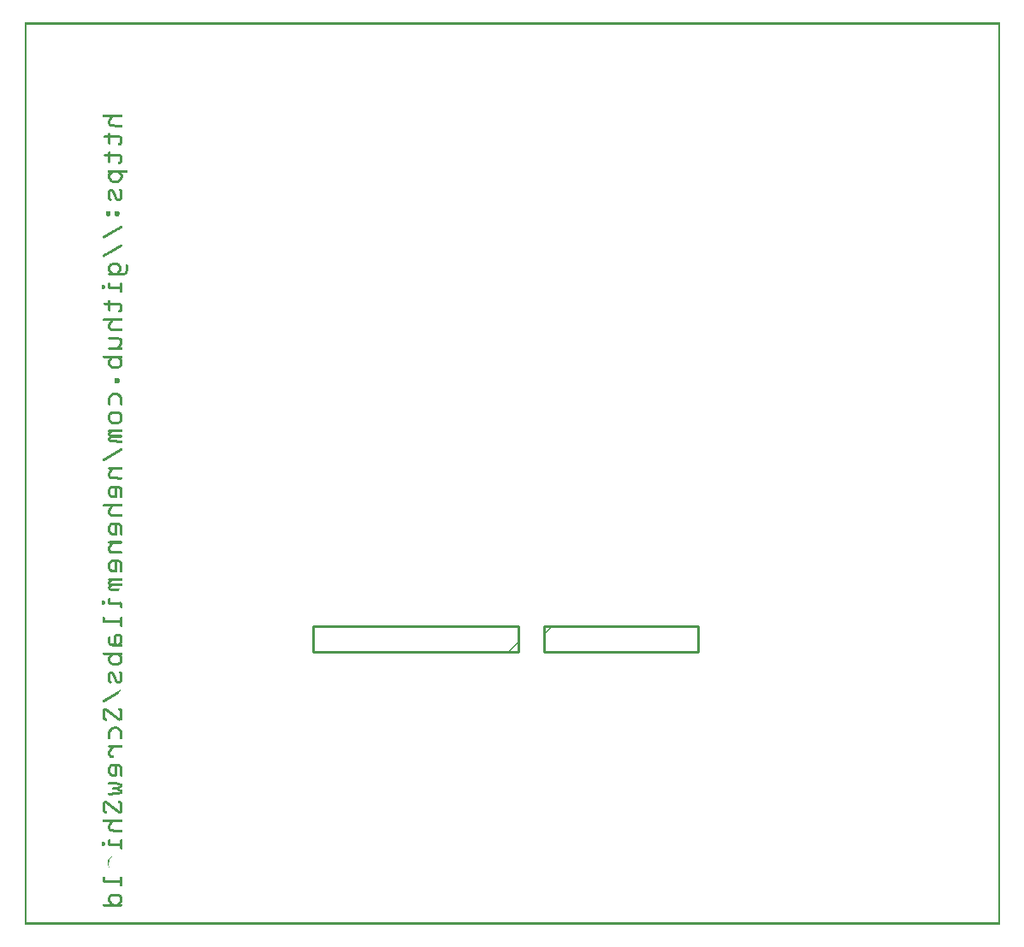
<source format=gbo>
G04 MADE WITH FRITZING*
G04 WWW.FRITZING.ORG*
G04 DOUBLE SIDED*
G04 HOLES PLATED*
G04 CONTOUR ON CENTER OF CONTOUR VECTOR*
%ASAXBY*%
%FSLAX23Y23*%
%MOIN*%
%OFA0B0*%
%SFA1.0B1.0*%
%ADD10C,0.010000*%
%ADD11R,0.001000X0.001000*%
%LNSILK0*%
G90*
G70*
G54D10*
X1924Y1063D02*
X1124Y1063D01*
D02*
X1124Y1063D02*
X1124Y1163D01*
D02*
X1124Y1163D02*
X1924Y1163D01*
D02*
X1924Y1163D02*
X1924Y1063D01*
D02*
X2024Y1163D02*
X2624Y1163D01*
D02*
X2624Y1163D02*
X2624Y1063D01*
D02*
X2624Y1063D02*
X2024Y1063D01*
D02*
X2024Y1063D02*
X2024Y1163D01*
G54D11*
X1Y3515D02*
X3802Y3515D01*
X1Y3514D02*
X3802Y3514D01*
X1Y3513D02*
X3802Y3513D01*
X1Y3512D02*
X3802Y3512D01*
X1Y3511D02*
X3802Y3511D01*
X1Y3510D02*
X3802Y3510D01*
X1Y3509D02*
X3802Y3509D01*
X1Y3508D02*
X3802Y3508D01*
X1Y3507D02*
X8Y3507D01*
X3795Y3507D02*
X3802Y3507D01*
X1Y3506D02*
X8Y3506D01*
X3795Y3506D02*
X3802Y3506D01*
X1Y3505D02*
X8Y3505D01*
X3795Y3505D02*
X3802Y3505D01*
X1Y3504D02*
X8Y3504D01*
X3795Y3504D02*
X3802Y3504D01*
X1Y3503D02*
X8Y3503D01*
X3795Y3503D02*
X3802Y3503D01*
X1Y3502D02*
X8Y3502D01*
X3795Y3502D02*
X3802Y3502D01*
X1Y3501D02*
X8Y3501D01*
X3795Y3501D02*
X3802Y3501D01*
X1Y3500D02*
X8Y3500D01*
X3795Y3500D02*
X3802Y3500D01*
X1Y3499D02*
X8Y3499D01*
X3795Y3499D02*
X3802Y3499D01*
X1Y3498D02*
X8Y3498D01*
X3795Y3498D02*
X3802Y3498D01*
X1Y3497D02*
X8Y3497D01*
X3795Y3497D02*
X3802Y3497D01*
X1Y3496D02*
X8Y3496D01*
X3795Y3496D02*
X3802Y3496D01*
X1Y3495D02*
X8Y3495D01*
X3795Y3495D02*
X3802Y3495D01*
X1Y3494D02*
X8Y3494D01*
X3795Y3494D02*
X3802Y3494D01*
X1Y3493D02*
X8Y3493D01*
X3795Y3493D02*
X3802Y3493D01*
X1Y3492D02*
X8Y3492D01*
X3795Y3492D02*
X3802Y3492D01*
X1Y3491D02*
X8Y3491D01*
X3795Y3491D02*
X3802Y3491D01*
X1Y3490D02*
X8Y3490D01*
X3795Y3490D02*
X3802Y3490D01*
X1Y3489D02*
X8Y3489D01*
X3795Y3489D02*
X3802Y3489D01*
X1Y3488D02*
X8Y3488D01*
X3795Y3488D02*
X3802Y3488D01*
X1Y3487D02*
X8Y3487D01*
X3795Y3487D02*
X3802Y3487D01*
X1Y3486D02*
X8Y3486D01*
X3795Y3486D02*
X3802Y3486D01*
X1Y3485D02*
X8Y3485D01*
X3795Y3485D02*
X3802Y3485D01*
X1Y3484D02*
X8Y3484D01*
X3795Y3484D02*
X3802Y3484D01*
X1Y3483D02*
X8Y3483D01*
X3795Y3483D02*
X3802Y3483D01*
X1Y3482D02*
X8Y3482D01*
X3795Y3482D02*
X3802Y3482D01*
X1Y3481D02*
X8Y3481D01*
X3795Y3481D02*
X3802Y3481D01*
X1Y3480D02*
X8Y3480D01*
X3795Y3480D02*
X3802Y3480D01*
X1Y3479D02*
X8Y3479D01*
X3795Y3479D02*
X3802Y3479D01*
X1Y3478D02*
X8Y3478D01*
X3795Y3478D02*
X3802Y3478D01*
X1Y3477D02*
X8Y3477D01*
X3795Y3477D02*
X3802Y3477D01*
X1Y3476D02*
X8Y3476D01*
X3795Y3476D02*
X3802Y3476D01*
X1Y3475D02*
X8Y3475D01*
X3795Y3475D02*
X3802Y3475D01*
X1Y3474D02*
X8Y3474D01*
X3795Y3474D02*
X3802Y3474D01*
X1Y3473D02*
X8Y3473D01*
X3795Y3473D02*
X3802Y3473D01*
X1Y3472D02*
X8Y3472D01*
X3795Y3472D02*
X3802Y3472D01*
X1Y3471D02*
X8Y3471D01*
X3795Y3471D02*
X3802Y3471D01*
X1Y3470D02*
X8Y3470D01*
X3795Y3470D02*
X3802Y3470D01*
X1Y3469D02*
X8Y3469D01*
X3795Y3469D02*
X3802Y3469D01*
X1Y3468D02*
X8Y3468D01*
X3795Y3468D02*
X3802Y3468D01*
X1Y3467D02*
X8Y3467D01*
X3795Y3467D02*
X3802Y3467D01*
X1Y3466D02*
X8Y3466D01*
X3795Y3466D02*
X3802Y3466D01*
X1Y3465D02*
X8Y3465D01*
X3795Y3465D02*
X3802Y3465D01*
X1Y3464D02*
X8Y3464D01*
X3795Y3464D02*
X3802Y3464D01*
X1Y3463D02*
X8Y3463D01*
X3795Y3463D02*
X3802Y3463D01*
X1Y3462D02*
X8Y3462D01*
X3795Y3462D02*
X3802Y3462D01*
X1Y3461D02*
X8Y3461D01*
X3795Y3461D02*
X3802Y3461D01*
X1Y3460D02*
X8Y3460D01*
X3795Y3460D02*
X3802Y3460D01*
X1Y3459D02*
X8Y3459D01*
X3795Y3459D02*
X3802Y3459D01*
X1Y3458D02*
X8Y3458D01*
X3795Y3458D02*
X3802Y3458D01*
X1Y3457D02*
X8Y3457D01*
X3795Y3457D02*
X3802Y3457D01*
X1Y3456D02*
X8Y3456D01*
X3795Y3456D02*
X3802Y3456D01*
X1Y3455D02*
X8Y3455D01*
X3795Y3455D02*
X3802Y3455D01*
X1Y3454D02*
X8Y3454D01*
X3795Y3454D02*
X3802Y3454D01*
X1Y3453D02*
X8Y3453D01*
X3795Y3453D02*
X3802Y3453D01*
X1Y3452D02*
X8Y3452D01*
X3795Y3452D02*
X3802Y3452D01*
X1Y3451D02*
X8Y3451D01*
X3795Y3451D02*
X3802Y3451D01*
X1Y3450D02*
X8Y3450D01*
X3795Y3450D02*
X3802Y3450D01*
X1Y3449D02*
X8Y3449D01*
X3795Y3449D02*
X3802Y3449D01*
X1Y3448D02*
X8Y3448D01*
X3795Y3448D02*
X3802Y3448D01*
X1Y3447D02*
X8Y3447D01*
X3795Y3447D02*
X3802Y3447D01*
X1Y3446D02*
X8Y3446D01*
X3795Y3446D02*
X3802Y3446D01*
X1Y3445D02*
X8Y3445D01*
X3795Y3445D02*
X3802Y3445D01*
X1Y3444D02*
X8Y3444D01*
X3795Y3444D02*
X3802Y3444D01*
X1Y3443D02*
X8Y3443D01*
X3795Y3443D02*
X3802Y3443D01*
X1Y3442D02*
X8Y3442D01*
X3795Y3442D02*
X3802Y3442D01*
X1Y3441D02*
X8Y3441D01*
X3795Y3441D02*
X3802Y3441D01*
X1Y3440D02*
X8Y3440D01*
X3795Y3440D02*
X3802Y3440D01*
X1Y3439D02*
X8Y3439D01*
X3795Y3439D02*
X3802Y3439D01*
X1Y3438D02*
X8Y3438D01*
X3795Y3438D02*
X3802Y3438D01*
X1Y3437D02*
X8Y3437D01*
X3795Y3437D02*
X3802Y3437D01*
X1Y3436D02*
X8Y3436D01*
X3795Y3436D02*
X3802Y3436D01*
X1Y3435D02*
X8Y3435D01*
X3795Y3435D02*
X3802Y3435D01*
X1Y3434D02*
X8Y3434D01*
X3795Y3434D02*
X3802Y3434D01*
X1Y3433D02*
X8Y3433D01*
X3795Y3433D02*
X3802Y3433D01*
X1Y3432D02*
X8Y3432D01*
X3795Y3432D02*
X3802Y3432D01*
X1Y3431D02*
X8Y3431D01*
X3795Y3431D02*
X3802Y3431D01*
X1Y3430D02*
X8Y3430D01*
X3795Y3430D02*
X3802Y3430D01*
X1Y3429D02*
X8Y3429D01*
X3795Y3429D02*
X3802Y3429D01*
X1Y3428D02*
X8Y3428D01*
X3795Y3428D02*
X3802Y3428D01*
X1Y3427D02*
X8Y3427D01*
X3795Y3427D02*
X3802Y3427D01*
X1Y3426D02*
X8Y3426D01*
X3795Y3426D02*
X3802Y3426D01*
X1Y3425D02*
X8Y3425D01*
X3795Y3425D02*
X3802Y3425D01*
X1Y3424D02*
X8Y3424D01*
X3795Y3424D02*
X3802Y3424D01*
X1Y3423D02*
X8Y3423D01*
X3795Y3423D02*
X3802Y3423D01*
X1Y3422D02*
X8Y3422D01*
X3795Y3422D02*
X3802Y3422D01*
X1Y3421D02*
X8Y3421D01*
X3795Y3421D02*
X3802Y3421D01*
X1Y3420D02*
X8Y3420D01*
X3795Y3420D02*
X3802Y3420D01*
X1Y3419D02*
X8Y3419D01*
X3795Y3419D02*
X3802Y3419D01*
X1Y3418D02*
X8Y3418D01*
X3795Y3418D02*
X3802Y3418D01*
X1Y3417D02*
X8Y3417D01*
X3795Y3417D02*
X3802Y3417D01*
X1Y3416D02*
X8Y3416D01*
X3795Y3416D02*
X3802Y3416D01*
X1Y3415D02*
X8Y3415D01*
X3795Y3415D02*
X3802Y3415D01*
X1Y3414D02*
X8Y3414D01*
X3795Y3414D02*
X3802Y3414D01*
X1Y3413D02*
X8Y3413D01*
X3795Y3413D02*
X3802Y3413D01*
X1Y3412D02*
X8Y3412D01*
X3795Y3412D02*
X3802Y3412D01*
X1Y3411D02*
X8Y3411D01*
X3795Y3411D02*
X3802Y3411D01*
X1Y3410D02*
X8Y3410D01*
X3795Y3410D02*
X3802Y3410D01*
X1Y3409D02*
X8Y3409D01*
X3795Y3409D02*
X3802Y3409D01*
X1Y3408D02*
X8Y3408D01*
X3795Y3408D02*
X3802Y3408D01*
X1Y3407D02*
X8Y3407D01*
X3795Y3407D02*
X3802Y3407D01*
X1Y3406D02*
X8Y3406D01*
X3795Y3406D02*
X3802Y3406D01*
X1Y3405D02*
X8Y3405D01*
X3795Y3405D02*
X3802Y3405D01*
X1Y3404D02*
X8Y3404D01*
X3795Y3404D02*
X3802Y3404D01*
X1Y3403D02*
X8Y3403D01*
X3795Y3403D02*
X3802Y3403D01*
X1Y3402D02*
X8Y3402D01*
X3795Y3402D02*
X3802Y3402D01*
X1Y3401D02*
X8Y3401D01*
X3795Y3401D02*
X3802Y3401D01*
X1Y3400D02*
X8Y3400D01*
X3795Y3400D02*
X3802Y3400D01*
X1Y3399D02*
X8Y3399D01*
X3795Y3399D02*
X3802Y3399D01*
X1Y3398D02*
X8Y3398D01*
X3795Y3398D02*
X3802Y3398D01*
X1Y3397D02*
X8Y3397D01*
X3795Y3397D02*
X3802Y3397D01*
X1Y3396D02*
X8Y3396D01*
X3795Y3396D02*
X3802Y3396D01*
X1Y3395D02*
X8Y3395D01*
X3795Y3395D02*
X3802Y3395D01*
X1Y3394D02*
X8Y3394D01*
X3795Y3394D02*
X3802Y3394D01*
X1Y3393D02*
X8Y3393D01*
X3795Y3393D02*
X3802Y3393D01*
X1Y3392D02*
X8Y3392D01*
X3795Y3392D02*
X3802Y3392D01*
X1Y3391D02*
X8Y3391D01*
X3795Y3391D02*
X3802Y3391D01*
X1Y3390D02*
X8Y3390D01*
X3795Y3390D02*
X3802Y3390D01*
X1Y3389D02*
X8Y3389D01*
X3795Y3389D02*
X3802Y3389D01*
X1Y3388D02*
X8Y3388D01*
X3795Y3388D02*
X3802Y3388D01*
X1Y3387D02*
X8Y3387D01*
X3795Y3387D02*
X3802Y3387D01*
X1Y3386D02*
X8Y3386D01*
X3795Y3386D02*
X3802Y3386D01*
X1Y3385D02*
X8Y3385D01*
X3795Y3385D02*
X3802Y3385D01*
X1Y3384D02*
X8Y3384D01*
X3795Y3384D02*
X3802Y3384D01*
X1Y3383D02*
X8Y3383D01*
X3795Y3383D02*
X3802Y3383D01*
X1Y3382D02*
X8Y3382D01*
X3795Y3382D02*
X3802Y3382D01*
X1Y3381D02*
X8Y3381D01*
X3795Y3381D02*
X3802Y3381D01*
X1Y3380D02*
X8Y3380D01*
X3795Y3380D02*
X3802Y3380D01*
X1Y3379D02*
X8Y3379D01*
X3795Y3379D02*
X3802Y3379D01*
X1Y3378D02*
X8Y3378D01*
X3795Y3378D02*
X3802Y3378D01*
X1Y3377D02*
X8Y3377D01*
X3795Y3377D02*
X3802Y3377D01*
X1Y3376D02*
X8Y3376D01*
X3795Y3376D02*
X3802Y3376D01*
X1Y3375D02*
X8Y3375D01*
X3795Y3375D02*
X3802Y3375D01*
X1Y3374D02*
X8Y3374D01*
X3795Y3374D02*
X3802Y3374D01*
X1Y3373D02*
X8Y3373D01*
X3795Y3373D02*
X3802Y3373D01*
X1Y3372D02*
X8Y3372D01*
X3795Y3372D02*
X3802Y3372D01*
X1Y3371D02*
X8Y3371D01*
X3795Y3371D02*
X3802Y3371D01*
X1Y3370D02*
X8Y3370D01*
X3795Y3370D02*
X3802Y3370D01*
X1Y3369D02*
X8Y3369D01*
X3795Y3369D02*
X3802Y3369D01*
X1Y3368D02*
X8Y3368D01*
X3795Y3368D02*
X3802Y3368D01*
X1Y3367D02*
X8Y3367D01*
X3795Y3367D02*
X3802Y3367D01*
X1Y3366D02*
X8Y3366D01*
X3795Y3366D02*
X3802Y3366D01*
X1Y3365D02*
X8Y3365D01*
X3795Y3365D02*
X3802Y3365D01*
X1Y3364D02*
X8Y3364D01*
X3795Y3364D02*
X3802Y3364D01*
X1Y3363D02*
X8Y3363D01*
X3795Y3363D02*
X3802Y3363D01*
X1Y3362D02*
X8Y3362D01*
X3795Y3362D02*
X3802Y3362D01*
X1Y3361D02*
X8Y3361D01*
X3795Y3361D02*
X3802Y3361D01*
X1Y3360D02*
X8Y3360D01*
X3795Y3360D02*
X3802Y3360D01*
X1Y3359D02*
X8Y3359D01*
X3795Y3359D02*
X3802Y3359D01*
X1Y3358D02*
X8Y3358D01*
X3795Y3358D02*
X3802Y3358D01*
X1Y3357D02*
X8Y3357D01*
X3795Y3357D02*
X3802Y3357D01*
X1Y3356D02*
X8Y3356D01*
X3795Y3356D02*
X3802Y3356D01*
X1Y3355D02*
X8Y3355D01*
X3795Y3355D02*
X3802Y3355D01*
X1Y3354D02*
X8Y3354D01*
X3795Y3354D02*
X3802Y3354D01*
X1Y3353D02*
X8Y3353D01*
X3795Y3353D02*
X3802Y3353D01*
X1Y3352D02*
X8Y3352D01*
X3795Y3352D02*
X3802Y3352D01*
X1Y3351D02*
X8Y3351D01*
X3795Y3351D02*
X3802Y3351D01*
X1Y3350D02*
X8Y3350D01*
X3795Y3350D02*
X3802Y3350D01*
X1Y3349D02*
X8Y3349D01*
X3795Y3349D02*
X3802Y3349D01*
X1Y3348D02*
X8Y3348D01*
X3795Y3348D02*
X3802Y3348D01*
X1Y3347D02*
X8Y3347D01*
X3795Y3347D02*
X3802Y3347D01*
X1Y3346D02*
X8Y3346D01*
X3795Y3346D02*
X3802Y3346D01*
X1Y3345D02*
X8Y3345D01*
X3795Y3345D02*
X3802Y3345D01*
X1Y3344D02*
X8Y3344D01*
X3795Y3344D02*
X3802Y3344D01*
X1Y3343D02*
X8Y3343D01*
X3795Y3343D02*
X3802Y3343D01*
X1Y3342D02*
X8Y3342D01*
X3795Y3342D02*
X3802Y3342D01*
X1Y3341D02*
X8Y3341D01*
X3795Y3341D02*
X3802Y3341D01*
X1Y3340D02*
X8Y3340D01*
X3795Y3340D02*
X3802Y3340D01*
X1Y3339D02*
X8Y3339D01*
X3795Y3339D02*
X3802Y3339D01*
X1Y3338D02*
X8Y3338D01*
X3795Y3338D02*
X3802Y3338D01*
X1Y3337D02*
X8Y3337D01*
X3795Y3337D02*
X3802Y3337D01*
X1Y3336D02*
X8Y3336D01*
X3795Y3336D02*
X3802Y3336D01*
X1Y3335D02*
X8Y3335D01*
X3795Y3335D02*
X3802Y3335D01*
X1Y3334D02*
X8Y3334D01*
X3795Y3334D02*
X3802Y3334D01*
X1Y3333D02*
X8Y3333D01*
X3795Y3333D02*
X3802Y3333D01*
X1Y3332D02*
X8Y3332D01*
X3795Y3332D02*
X3802Y3332D01*
X1Y3331D02*
X8Y3331D01*
X3795Y3331D02*
X3802Y3331D01*
X1Y3330D02*
X8Y3330D01*
X3795Y3330D02*
X3802Y3330D01*
X1Y3329D02*
X8Y3329D01*
X3795Y3329D02*
X3802Y3329D01*
X1Y3328D02*
X8Y3328D01*
X3795Y3328D02*
X3802Y3328D01*
X1Y3327D02*
X8Y3327D01*
X3795Y3327D02*
X3802Y3327D01*
X1Y3326D02*
X8Y3326D01*
X3795Y3326D02*
X3802Y3326D01*
X1Y3325D02*
X8Y3325D01*
X3795Y3325D02*
X3802Y3325D01*
X1Y3324D02*
X8Y3324D01*
X3795Y3324D02*
X3802Y3324D01*
X1Y3323D02*
X8Y3323D01*
X3795Y3323D02*
X3802Y3323D01*
X1Y3322D02*
X8Y3322D01*
X3795Y3322D02*
X3802Y3322D01*
X1Y3321D02*
X8Y3321D01*
X3795Y3321D02*
X3802Y3321D01*
X1Y3320D02*
X8Y3320D01*
X3795Y3320D02*
X3802Y3320D01*
X1Y3319D02*
X8Y3319D01*
X3795Y3319D02*
X3802Y3319D01*
X1Y3318D02*
X8Y3318D01*
X3795Y3318D02*
X3802Y3318D01*
X1Y3317D02*
X8Y3317D01*
X3795Y3317D02*
X3802Y3317D01*
X1Y3316D02*
X8Y3316D01*
X3795Y3316D02*
X3802Y3316D01*
X1Y3315D02*
X8Y3315D01*
X3795Y3315D02*
X3802Y3315D01*
X1Y3314D02*
X8Y3314D01*
X3795Y3314D02*
X3802Y3314D01*
X1Y3313D02*
X8Y3313D01*
X3795Y3313D02*
X3802Y3313D01*
X1Y3312D02*
X8Y3312D01*
X3795Y3312D02*
X3802Y3312D01*
X1Y3311D02*
X8Y3311D01*
X3795Y3311D02*
X3802Y3311D01*
X1Y3310D02*
X8Y3310D01*
X3795Y3310D02*
X3802Y3310D01*
X1Y3309D02*
X8Y3309D01*
X3795Y3309D02*
X3802Y3309D01*
X1Y3308D02*
X8Y3308D01*
X3795Y3308D02*
X3802Y3308D01*
X1Y3307D02*
X8Y3307D01*
X3795Y3307D02*
X3802Y3307D01*
X1Y3306D02*
X8Y3306D01*
X3795Y3306D02*
X3802Y3306D01*
X1Y3305D02*
X8Y3305D01*
X3795Y3305D02*
X3802Y3305D01*
X1Y3304D02*
X8Y3304D01*
X3795Y3304D02*
X3802Y3304D01*
X1Y3303D02*
X8Y3303D01*
X3795Y3303D02*
X3802Y3303D01*
X1Y3302D02*
X8Y3302D01*
X3795Y3302D02*
X3802Y3302D01*
X1Y3301D02*
X8Y3301D01*
X3795Y3301D02*
X3802Y3301D01*
X1Y3300D02*
X8Y3300D01*
X3795Y3300D02*
X3802Y3300D01*
X1Y3299D02*
X8Y3299D01*
X3795Y3299D02*
X3802Y3299D01*
X1Y3298D02*
X8Y3298D01*
X3795Y3298D02*
X3802Y3298D01*
X1Y3297D02*
X8Y3297D01*
X3795Y3297D02*
X3802Y3297D01*
X1Y3296D02*
X8Y3296D01*
X3795Y3296D02*
X3802Y3296D01*
X1Y3295D02*
X8Y3295D01*
X3795Y3295D02*
X3802Y3295D01*
X1Y3294D02*
X8Y3294D01*
X3795Y3294D02*
X3802Y3294D01*
X1Y3293D02*
X8Y3293D01*
X3795Y3293D02*
X3802Y3293D01*
X1Y3292D02*
X8Y3292D01*
X3795Y3292D02*
X3802Y3292D01*
X1Y3291D02*
X8Y3291D01*
X3795Y3291D02*
X3802Y3291D01*
X1Y3290D02*
X8Y3290D01*
X3795Y3290D02*
X3802Y3290D01*
X1Y3289D02*
X8Y3289D01*
X3795Y3289D02*
X3802Y3289D01*
X1Y3288D02*
X8Y3288D01*
X3795Y3288D02*
X3802Y3288D01*
X1Y3287D02*
X8Y3287D01*
X3795Y3287D02*
X3802Y3287D01*
X1Y3286D02*
X8Y3286D01*
X3795Y3286D02*
X3802Y3286D01*
X1Y3285D02*
X8Y3285D01*
X3795Y3285D02*
X3802Y3285D01*
X1Y3284D02*
X8Y3284D01*
X3795Y3284D02*
X3802Y3284D01*
X1Y3283D02*
X8Y3283D01*
X3795Y3283D02*
X3802Y3283D01*
X1Y3282D02*
X8Y3282D01*
X3795Y3282D02*
X3802Y3282D01*
X1Y3281D02*
X8Y3281D01*
X3795Y3281D02*
X3802Y3281D01*
X1Y3280D02*
X8Y3280D01*
X3795Y3280D02*
X3802Y3280D01*
X1Y3279D02*
X8Y3279D01*
X3795Y3279D02*
X3802Y3279D01*
X1Y3278D02*
X8Y3278D01*
X3795Y3278D02*
X3802Y3278D01*
X1Y3277D02*
X8Y3277D01*
X3795Y3277D02*
X3802Y3277D01*
X1Y3276D02*
X8Y3276D01*
X3795Y3276D02*
X3802Y3276D01*
X1Y3275D02*
X8Y3275D01*
X3795Y3275D02*
X3802Y3275D01*
X1Y3274D02*
X8Y3274D01*
X3795Y3274D02*
X3802Y3274D01*
X1Y3273D02*
X8Y3273D01*
X3795Y3273D02*
X3802Y3273D01*
X1Y3272D02*
X8Y3272D01*
X3795Y3272D02*
X3802Y3272D01*
X1Y3271D02*
X8Y3271D01*
X3795Y3271D02*
X3802Y3271D01*
X1Y3270D02*
X8Y3270D01*
X3795Y3270D02*
X3802Y3270D01*
X1Y3269D02*
X8Y3269D01*
X3795Y3269D02*
X3802Y3269D01*
X1Y3268D02*
X8Y3268D01*
X3795Y3268D02*
X3802Y3268D01*
X1Y3267D02*
X8Y3267D01*
X3795Y3267D02*
X3802Y3267D01*
X1Y3266D02*
X8Y3266D01*
X3795Y3266D02*
X3802Y3266D01*
X1Y3265D02*
X8Y3265D01*
X3795Y3265D02*
X3802Y3265D01*
X1Y3264D02*
X8Y3264D01*
X3795Y3264D02*
X3802Y3264D01*
X1Y3263D02*
X8Y3263D01*
X3795Y3263D02*
X3802Y3263D01*
X1Y3262D02*
X8Y3262D01*
X3795Y3262D02*
X3802Y3262D01*
X1Y3261D02*
X8Y3261D01*
X3795Y3261D02*
X3802Y3261D01*
X1Y3260D02*
X8Y3260D01*
X3795Y3260D02*
X3802Y3260D01*
X1Y3259D02*
X8Y3259D01*
X3795Y3259D02*
X3802Y3259D01*
X1Y3258D02*
X8Y3258D01*
X3795Y3258D02*
X3802Y3258D01*
X1Y3257D02*
X8Y3257D01*
X3795Y3257D02*
X3802Y3257D01*
X1Y3256D02*
X8Y3256D01*
X3795Y3256D02*
X3802Y3256D01*
X1Y3255D02*
X8Y3255D01*
X3795Y3255D02*
X3802Y3255D01*
X1Y3254D02*
X8Y3254D01*
X3795Y3254D02*
X3802Y3254D01*
X1Y3253D02*
X8Y3253D01*
X3795Y3253D02*
X3802Y3253D01*
X1Y3252D02*
X8Y3252D01*
X3795Y3252D02*
X3802Y3252D01*
X1Y3251D02*
X8Y3251D01*
X3795Y3251D02*
X3802Y3251D01*
X1Y3250D02*
X8Y3250D01*
X3795Y3250D02*
X3802Y3250D01*
X1Y3249D02*
X8Y3249D01*
X3795Y3249D02*
X3802Y3249D01*
X1Y3248D02*
X8Y3248D01*
X3795Y3248D02*
X3802Y3248D01*
X1Y3247D02*
X8Y3247D01*
X3795Y3247D02*
X3802Y3247D01*
X1Y3246D02*
X8Y3246D01*
X3795Y3246D02*
X3802Y3246D01*
X1Y3245D02*
X8Y3245D01*
X3795Y3245D02*
X3802Y3245D01*
X1Y3244D02*
X8Y3244D01*
X3795Y3244D02*
X3802Y3244D01*
X1Y3243D02*
X8Y3243D01*
X3795Y3243D02*
X3802Y3243D01*
X1Y3242D02*
X8Y3242D01*
X3795Y3242D02*
X3802Y3242D01*
X1Y3241D02*
X8Y3241D01*
X3795Y3241D02*
X3802Y3241D01*
X1Y3240D02*
X8Y3240D01*
X3795Y3240D02*
X3802Y3240D01*
X1Y3239D02*
X8Y3239D01*
X3795Y3239D02*
X3802Y3239D01*
X1Y3238D02*
X8Y3238D01*
X3795Y3238D02*
X3802Y3238D01*
X1Y3237D02*
X8Y3237D01*
X3795Y3237D02*
X3802Y3237D01*
X1Y3236D02*
X8Y3236D01*
X3795Y3236D02*
X3802Y3236D01*
X1Y3235D02*
X8Y3235D01*
X3795Y3235D02*
X3802Y3235D01*
X1Y3234D02*
X8Y3234D01*
X3795Y3234D02*
X3802Y3234D01*
X1Y3233D02*
X8Y3233D01*
X3795Y3233D02*
X3802Y3233D01*
X1Y3232D02*
X8Y3232D01*
X3795Y3232D02*
X3802Y3232D01*
X1Y3231D02*
X8Y3231D01*
X3795Y3231D02*
X3802Y3231D01*
X1Y3230D02*
X8Y3230D01*
X3795Y3230D02*
X3802Y3230D01*
X1Y3229D02*
X8Y3229D01*
X3795Y3229D02*
X3802Y3229D01*
X1Y3228D02*
X8Y3228D01*
X3795Y3228D02*
X3802Y3228D01*
X1Y3227D02*
X8Y3227D01*
X3795Y3227D02*
X3802Y3227D01*
X1Y3226D02*
X8Y3226D01*
X3795Y3226D02*
X3802Y3226D01*
X1Y3225D02*
X8Y3225D01*
X3795Y3225D02*
X3802Y3225D01*
X1Y3224D02*
X8Y3224D01*
X3795Y3224D02*
X3802Y3224D01*
X1Y3223D02*
X8Y3223D01*
X3795Y3223D02*
X3802Y3223D01*
X1Y3222D02*
X8Y3222D01*
X3795Y3222D02*
X3802Y3222D01*
X1Y3221D02*
X8Y3221D01*
X3795Y3221D02*
X3802Y3221D01*
X1Y3220D02*
X8Y3220D01*
X3795Y3220D02*
X3802Y3220D01*
X1Y3219D02*
X8Y3219D01*
X3795Y3219D02*
X3802Y3219D01*
X1Y3218D02*
X8Y3218D01*
X3795Y3218D02*
X3802Y3218D01*
X1Y3217D02*
X8Y3217D01*
X3795Y3217D02*
X3802Y3217D01*
X1Y3216D02*
X8Y3216D01*
X3795Y3216D02*
X3802Y3216D01*
X1Y3215D02*
X8Y3215D01*
X3795Y3215D02*
X3802Y3215D01*
X1Y3214D02*
X8Y3214D01*
X3795Y3214D02*
X3802Y3214D01*
X1Y3213D02*
X8Y3213D01*
X3795Y3213D02*
X3802Y3213D01*
X1Y3212D02*
X8Y3212D01*
X3795Y3212D02*
X3802Y3212D01*
X1Y3211D02*
X8Y3211D01*
X3795Y3211D02*
X3802Y3211D01*
X1Y3210D02*
X8Y3210D01*
X3795Y3210D02*
X3802Y3210D01*
X1Y3209D02*
X8Y3209D01*
X3795Y3209D02*
X3802Y3209D01*
X1Y3208D02*
X8Y3208D01*
X3795Y3208D02*
X3802Y3208D01*
X1Y3207D02*
X8Y3207D01*
X3795Y3207D02*
X3802Y3207D01*
X1Y3206D02*
X8Y3206D01*
X3795Y3206D02*
X3802Y3206D01*
X1Y3205D02*
X8Y3205D01*
X3795Y3205D02*
X3802Y3205D01*
X1Y3204D02*
X8Y3204D01*
X3795Y3204D02*
X3802Y3204D01*
X1Y3203D02*
X8Y3203D01*
X3795Y3203D02*
X3802Y3203D01*
X1Y3202D02*
X8Y3202D01*
X3795Y3202D02*
X3802Y3202D01*
X1Y3201D02*
X8Y3201D01*
X3795Y3201D02*
X3802Y3201D01*
X1Y3200D02*
X8Y3200D01*
X3795Y3200D02*
X3802Y3200D01*
X1Y3199D02*
X8Y3199D01*
X3795Y3199D02*
X3802Y3199D01*
X1Y3198D02*
X8Y3198D01*
X3795Y3198D02*
X3802Y3198D01*
X1Y3197D02*
X8Y3197D01*
X3795Y3197D02*
X3802Y3197D01*
X1Y3196D02*
X8Y3196D01*
X3795Y3196D02*
X3802Y3196D01*
X1Y3195D02*
X8Y3195D01*
X3795Y3195D02*
X3802Y3195D01*
X1Y3194D02*
X8Y3194D01*
X3795Y3194D02*
X3802Y3194D01*
X1Y3193D02*
X8Y3193D01*
X3795Y3193D02*
X3802Y3193D01*
X1Y3192D02*
X8Y3192D01*
X3795Y3192D02*
X3802Y3192D01*
X1Y3191D02*
X8Y3191D01*
X3795Y3191D02*
X3802Y3191D01*
X1Y3190D02*
X8Y3190D01*
X3795Y3190D02*
X3802Y3190D01*
X1Y3189D02*
X8Y3189D01*
X3795Y3189D02*
X3802Y3189D01*
X1Y3188D02*
X8Y3188D01*
X3795Y3188D02*
X3802Y3188D01*
X1Y3187D02*
X8Y3187D01*
X3795Y3187D02*
X3802Y3187D01*
X1Y3186D02*
X8Y3186D01*
X3795Y3186D02*
X3802Y3186D01*
X1Y3185D02*
X8Y3185D01*
X3795Y3185D02*
X3802Y3185D01*
X1Y3184D02*
X8Y3184D01*
X3795Y3184D02*
X3802Y3184D01*
X1Y3183D02*
X8Y3183D01*
X3795Y3183D02*
X3802Y3183D01*
X1Y3182D02*
X8Y3182D01*
X3795Y3182D02*
X3802Y3182D01*
X1Y3181D02*
X8Y3181D01*
X3795Y3181D02*
X3802Y3181D01*
X1Y3180D02*
X8Y3180D01*
X3795Y3180D02*
X3802Y3180D01*
X1Y3179D02*
X8Y3179D01*
X3795Y3179D02*
X3802Y3179D01*
X1Y3178D02*
X8Y3178D01*
X3795Y3178D02*
X3802Y3178D01*
X1Y3177D02*
X8Y3177D01*
X3795Y3177D02*
X3802Y3177D01*
X1Y3176D02*
X8Y3176D01*
X3795Y3176D02*
X3802Y3176D01*
X1Y3175D02*
X8Y3175D01*
X3795Y3175D02*
X3802Y3175D01*
X1Y3174D02*
X8Y3174D01*
X3795Y3174D02*
X3802Y3174D01*
X1Y3173D02*
X8Y3173D01*
X3795Y3173D02*
X3802Y3173D01*
X1Y3172D02*
X8Y3172D01*
X3795Y3172D02*
X3802Y3172D01*
X1Y3171D02*
X8Y3171D01*
X3795Y3171D02*
X3802Y3171D01*
X1Y3170D02*
X8Y3170D01*
X3795Y3170D02*
X3802Y3170D01*
X1Y3169D02*
X8Y3169D01*
X3795Y3169D02*
X3802Y3169D01*
X1Y3168D02*
X8Y3168D01*
X3795Y3168D02*
X3802Y3168D01*
X1Y3167D02*
X8Y3167D01*
X3795Y3167D02*
X3802Y3167D01*
X1Y3166D02*
X8Y3166D01*
X3795Y3166D02*
X3802Y3166D01*
X1Y3165D02*
X8Y3165D01*
X3795Y3165D02*
X3802Y3165D01*
X1Y3164D02*
X8Y3164D01*
X3795Y3164D02*
X3802Y3164D01*
X1Y3163D02*
X8Y3163D01*
X3795Y3163D02*
X3802Y3163D01*
X1Y3162D02*
X8Y3162D01*
X3795Y3162D02*
X3802Y3162D01*
X1Y3161D02*
X8Y3161D01*
X3795Y3161D02*
X3802Y3161D01*
X1Y3160D02*
X8Y3160D01*
X3795Y3160D02*
X3802Y3160D01*
X1Y3159D02*
X8Y3159D01*
X3795Y3159D02*
X3802Y3159D01*
X1Y3158D02*
X8Y3158D01*
X3795Y3158D02*
X3802Y3158D01*
X1Y3157D02*
X8Y3157D01*
X3795Y3157D02*
X3802Y3157D01*
X1Y3156D02*
X8Y3156D01*
X308Y3156D02*
X380Y3156D01*
X3795Y3156D02*
X3802Y3156D01*
X1Y3155D02*
X8Y3155D01*
X307Y3155D02*
X381Y3155D01*
X3795Y3155D02*
X3802Y3155D01*
X1Y3154D02*
X8Y3154D01*
X306Y3154D02*
X382Y3154D01*
X3795Y3154D02*
X3802Y3154D01*
X1Y3153D02*
X8Y3153D01*
X306Y3153D02*
X382Y3153D01*
X3795Y3153D02*
X3802Y3153D01*
X1Y3152D02*
X8Y3152D01*
X305Y3152D02*
X382Y3152D01*
X3795Y3152D02*
X3802Y3152D01*
X1Y3151D02*
X8Y3151D01*
X306Y3151D02*
X382Y3151D01*
X3795Y3151D02*
X3802Y3151D01*
X1Y3150D02*
X8Y3150D01*
X306Y3150D02*
X382Y3150D01*
X3795Y3150D02*
X3802Y3150D01*
X1Y3149D02*
X8Y3149D01*
X306Y3149D02*
X381Y3149D01*
X3795Y3149D02*
X3802Y3149D01*
X1Y3148D02*
X8Y3148D01*
X307Y3148D02*
X381Y3148D01*
X3795Y3148D02*
X3802Y3148D01*
X1Y3147D02*
X8Y3147D01*
X309Y3147D02*
X379Y3147D01*
X3795Y3147D02*
X3802Y3147D01*
X1Y3146D02*
X8Y3146D01*
X335Y3146D02*
X346Y3146D01*
X3795Y3146D02*
X3802Y3146D01*
X1Y3145D02*
X8Y3145D01*
X334Y3145D02*
X345Y3145D01*
X3795Y3145D02*
X3802Y3145D01*
X1Y3144D02*
X8Y3144D01*
X333Y3144D02*
X344Y3144D01*
X3795Y3144D02*
X3802Y3144D01*
X1Y3143D02*
X8Y3143D01*
X333Y3143D02*
X344Y3143D01*
X3795Y3143D02*
X3802Y3143D01*
X1Y3142D02*
X8Y3142D01*
X332Y3142D02*
X343Y3142D01*
X3795Y3142D02*
X3802Y3142D01*
X1Y3141D02*
X8Y3141D01*
X332Y3141D02*
X343Y3141D01*
X3795Y3141D02*
X3802Y3141D01*
X1Y3140D02*
X8Y3140D01*
X331Y3140D02*
X342Y3140D01*
X3795Y3140D02*
X3802Y3140D01*
X1Y3139D02*
X8Y3139D01*
X330Y3139D02*
X341Y3139D01*
X3795Y3139D02*
X3802Y3139D01*
X1Y3138D02*
X8Y3138D01*
X330Y3138D02*
X341Y3138D01*
X3795Y3138D02*
X3802Y3138D01*
X1Y3137D02*
X8Y3137D01*
X329Y3137D02*
X340Y3137D01*
X3795Y3137D02*
X3802Y3137D01*
X1Y3136D02*
X8Y3136D01*
X328Y3136D02*
X339Y3136D01*
X3795Y3136D02*
X3802Y3136D01*
X1Y3135D02*
X8Y3135D01*
X328Y3135D02*
X339Y3135D01*
X3795Y3135D02*
X3802Y3135D01*
X1Y3134D02*
X8Y3134D01*
X328Y3134D02*
X338Y3134D01*
X3795Y3134D02*
X3802Y3134D01*
X1Y3133D02*
X8Y3133D01*
X327Y3133D02*
X337Y3133D01*
X3795Y3133D02*
X3802Y3133D01*
X1Y3132D02*
X8Y3132D01*
X327Y3132D02*
X337Y3132D01*
X3795Y3132D02*
X3802Y3132D01*
X1Y3131D02*
X8Y3131D01*
X327Y3131D02*
X336Y3131D01*
X3795Y3131D02*
X3802Y3131D01*
X1Y3130D02*
X8Y3130D01*
X327Y3130D02*
X336Y3130D01*
X3795Y3130D02*
X3802Y3130D01*
X1Y3129D02*
X8Y3129D01*
X327Y3129D02*
X336Y3129D01*
X3795Y3129D02*
X3802Y3129D01*
X1Y3128D02*
X8Y3128D01*
X327Y3128D02*
X336Y3128D01*
X3795Y3128D02*
X3802Y3128D01*
X1Y3127D02*
X8Y3127D01*
X327Y3127D02*
X336Y3127D01*
X3795Y3127D02*
X3802Y3127D01*
X1Y3126D02*
X8Y3126D01*
X327Y3126D02*
X336Y3126D01*
X3795Y3126D02*
X3802Y3126D01*
X1Y3125D02*
X8Y3125D01*
X327Y3125D02*
X336Y3125D01*
X3795Y3125D02*
X3802Y3125D01*
X1Y3124D02*
X8Y3124D01*
X327Y3124D02*
X336Y3124D01*
X3795Y3124D02*
X3802Y3124D01*
X1Y3123D02*
X8Y3123D01*
X327Y3123D02*
X336Y3123D01*
X3795Y3123D02*
X3802Y3123D01*
X1Y3122D02*
X8Y3122D01*
X327Y3122D02*
X336Y3122D01*
X3795Y3122D02*
X3802Y3122D01*
X1Y3121D02*
X8Y3121D01*
X327Y3121D02*
X336Y3121D01*
X3795Y3121D02*
X3802Y3121D01*
X1Y3120D02*
X8Y3120D01*
X327Y3120D02*
X337Y3120D01*
X3795Y3120D02*
X3802Y3120D01*
X1Y3119D02*
X8Y3119D01*
X327Y3119D02*
X339Y3119D01*
X3795Y3119D02*
X3802Y3119D01*
X1Y3118D02*
X8Y3118D01*
X328Y3118D02*
X352Y3118D01*
X3795Y3118D02*
X3802Y3118D01*
X1Y3117D02*
X8Y3117D01*
X328Y3117D02*
X378Y3117D01*
X3795Y3117D02*
X3802Y3117D01*
X1Y3116D02*
X8Y3116D01*
X329Y3116D02*
X380Y3116D01*
X3795Y3116D02*
X3802Y3116D01*
X1Y3115D02*
X8Y3115D01*
X329Y3115D02*
X381Y3115D01*
X3795Y3115D02*
X3802Y3115D01*
X1Y3114D02*
X8Y3114D01*
X330Y3114D02*
X382Y3114D01*
X3795Y3114D02*
X3802Y3114D01*
X1Y3113D02*
X8Y3113D01*
X331Y3113D02*
X382Y3113D01*
X3795Y3113D02*
X3802Y3113D01*
X1Y3112D02*
X8Y3112D01*
X332Y3112D02*
X382Y3112D01*
X3795Y3112D02*
X3802Y3112D01*
X1Y3111D02*
X8Y3111D01*
X333Y3111D02*
X382Y3111D01*
X3795Y3111D02*
X3802Y3111D01*
X1Y3110D02*
X8Y3110D01*
X335Y3110D02*
X382Y3110D01*
X3795Y3110D02*
X3802Y3110D01*
X1Y3109D02*
X8Y3109D01*
X337Y3109D02*
X381Y3109D01*
X3795Y3109D02*
X3802Y3109D01*
X1Y3108D02*
X8Y3108D01*
X351Y3108D02*
X380Y3108D01*
X3795Y3108D02*
X3802Y3108D01*
X1Y3107D02*
X8Y3107D01*
X3795Y3107D02*
X3802Y3107D01*
X1Y3106D02*
X8Y3106D01*
X3795Y3106D02*
X3802Y3106D01*
X1Y3105D02*
X8Y3105D01*
X3795Y3105D02*
X3802Y3105D01*
X1Y3104D02*
X8Y3104D01*
X3795Y3104D02*
X3802Y3104D01*
X1Y3103D02*
X8Y3103D01*
X3795Y3103D02*
X3802Y3103D01*
X1Y3102D02*
X8Y3102D01*
X3795Y3102D02*
X3802Y3102D01*
X1Y3101D02*
X8Y3101D01*
X3795Y3101D02*
X3802Y3101D01*
X1Y3100D02*
X8Y3100D01*
X3795Y3100D02*
X3802Y3100D01*
X1Y3099D02*
X8Y3099D01*
X3795Y3099D02*
X3802Y3099D01*
X1Y3098D02*
X8Y3098D01*
X3795Y3098D02*
X3802Y3098D01*
X1Y3097D02*
X8Y3097D01*
X3795Y3097D02*
X3802Y3097D01*
X1Y3096D02*
X8Y3096D01*
X3795Y3096D02*
X3802Y3096D01*
X1Y3095D02*
X8Y3095D01*
X3795Y3095D02*
X3802Y3095D01*
X1Y3094D02*
X8Y3094D01*
X3795Y3094D02*
X3802Y3094D01*
X1Y3093D02*
X8Y3093D01*
X3795Y3093D02*
X3802Y3093D01*
X1Y3092D02*
X8Y3092D01*
X3795Y3092D02*
X3802Y3092D01*
X1Y3091D02*
X8Y3091D01*
X3795Y3091D02*
X3802Y3091D01*
X1Y3090D02*
X8Y3090D01*
X3795Y3090D02*
X3802Y3090D01*
X1Y3089D02*
X8Y3089D01*
X3795Y3089D02*
X3802Y3089D01*
X1Y3088D02*
X8Y3088D01*
X3795Y3088D02*
X3802Y3088D01*
X1Y3087D02*
X8Y3087D01*
X3795Y3087D02*
X3802Y3087D01*
X1Y3086D02*
X8Y3086D01*
X3795Y3086D02*
X3802Y3086D01*
X1Y3085D02*
X8Y3085D01*
X3795Y3085D02*
X3802Y3085D01*
X1Y3084D02*
X8Y3084D01*
X330Y3084D02*
X333Y3084D01*
X3795Y3084D02*
X3802Y3084D01*
X1Y3083D02*
X8Y3083D01*
X328Y3083D02*
X334Y3083D01*
X3795Y3083D02*
X3802Y3083D01*
X1Y3082D02*
X8Y3082D01*
X327Y3082D02*
X335Y3082D01*
X3795Y3082D02*
X3802Y3082D01*
X1Y3081D02*
X8Y3081D01*
X327Y3081D02*
X335Y3081D01*
X3795Y3081D02*
X3802Y3081D01*
X1Y3080D02*
X8Y3080D01*
X327Y3080D02*
X336Y3080D01*
X3795Y3080D02*
X3802Y3080D01*
X1Y3079D02*
X8Y3079D01*
X327Y3079D02*
X336Y3079D01*
X3795Y3079D02*
X3802Y3079D01*
X1Y3078D02*
X8Y3078D01*
X327Y3078D02*
X336Y3078D01*
X3795Y3078D02*
X3802Y3078D01*
X1Y3077D02*
X8Y3077D01*
X327Y3077D02*
X336Y3077D01*
X3795Y3077D02*
X3802Y3077D01*
X1Y3076D02*
X8Y3076D01*
X327Y3076D02*
X336Y3076D01*
X3795Y3076D02*
X3802Y3076D01*
X1Y3075D02*
X8Y3075D01*
X327Y3075D02*
X336Y3075D01*
X3795Y3075D02*
X3802Y3075D01*
X1Y3074D02*
X8Y3074D01*
X312Y3074D02*
X371Y3074D01*
X3795Y3074D02*
X3802Y3074D01*
X1Y3073D02*
X8Y3073D01*
X311Y3073D02*
X374Y3073D01*
X3795Y3073D02*
X3802Y3073D01*
X1Y3072D02*
X8Y3072D01*
X310Y3072D02*
X376Y3072D01*
X3795Y3072D02*
X3802Y3072D01*
X1Y3071D02*
X8Y3071D01*
X310Y3071D02*
X377Y3071D01*
X3795Y3071D02*
X3802Y3071D01*
X1Y3070D02*
X8Y3070D01*
X310Y3070D02*
X378Y3070D01*
X3795Y3070D02*
X3802Y3070D01*
X1Y3069D02*
X8Y3069D01*
X310Y3069D02*
X379Y3069D01*
X3795Y3069D02*
X3802Y3069D01*
X1Y3068D02*
X8Y3068D01*
X310Y3068D02*
X380Y3068D01*
X3795Y3068D02*
X3802Y3068D01*
X1Y3067D02*
X8Y3067D01*
X310Y3067D02*
X380Y3067D01*
X3795Y3067D02*
X3802Y3067D01*
X1Y3066D02*
X8Y3066D01*
X311Y3066D02*
X381Y3066D01*
X3795Y3066D02*
X3802Y3066D01*
X1Y3065D02*
X8Y3065D01*
X313Y3065D02*
X381Y3065D01*
X3795Y3065D02*
X3802Y3065D01*
X1Y3064D02*
X8Y3064D01*
X327Y3064D02*
X336Y3064D01*
X371Y3064D02*
X382Y3064D01*
X3795Y3064D02*
X3802Y3064D01*
X1Y3063D02*
X8Y3063D01*
X327Y3063D02*
X336Y3063D01*
X372Y3063D02*
X382Y3063D01*
X3795Y3063D02*
X3802Y3063D01*
X1Y3062D02*
X8Y3062D01*
X327Y3062D02*
X336Y3062D01*
X373Y3062D02*
X382Y3062D01*
X3795Y3062D02*
X3802Y3062D01*
X1Y3061D02*
X8Y3061D01*
X327Y3061D02*
X336Y3061D01*
X373Y3061D02*
X382Y3061D01*
X3795Y3061D02*
X3802Y3061D01*
X1Y3060D02*
X8Y3060D01*
X327Y3060D02*
X336Y3060D01*
X373Y3060D02*
X382Y3060D01*
X3795Y3060D02*
X3802Y3060D01*
X1Y3059D02*
X8Y3059D01*
X327Y3059D02*
X336Y3059D01*
X373Y3059D02*
X382Y3059D01*
X3795Y3059D02*
X3802Y3059D01*
X1Y3058D02*
X8Y3058D01*
X327Y3058D02*
X336Y3058D01*
X373Y3058D02*
X382Y3058D01*
X3795Y3058D02*
X3802Y3058D01*
X1Y3057D02*
X8Y3057D01*
X327Y3057D02*
X336Y3057D01*
X373Y3057D02*
X382Y3057D01*
X3795Y3057D02*
X3802Y3057D01*
X1Y3056D02*
X8Y3056D01*
X327Y3056D02*
X336Y3056D01*
X373Y3056D02*
X382Y3056D01*
X3795Y3056D02*
X3802Y3056D01*
X1Y3055D02*
X8Y3055D01*
X327Y3055D02*
X336Y3055D01*
X373Y3055D02*
X382Y3055D01*
X3795Y3055D02*
X3802Y3055D01*
X1Y3054D02*
X8Y3054D01*
X327Y3054D02*
X336Y3054D01*
X373Y3054D02*
X382Y3054D01*
X3795Y3054D02*
X3802Y3054D01*
X1Y3053D02*
X8Y3053D01*
X327Y3053D02*
X336Y3053D01*
X373Y3053D02*
X382Y3053D01*
X3795Y3053D02*
X3802Y3053D01*
X1Y3052D02*
X8Y3052D01*
X327Y3052D02*
X336Y3052D01*
X373Y3052D02*
X382Y3052D01*
X3795Y3052D02*
X3802Y3052D01*
X1Y3051D02*
X8Y3051D01*
X327Y3051D02*
X336Y3051D01*
X373Y3051D02*
X382Y3051D01*
X3795Y3051D02*
X3802Y3051D01*
X1Y3050D02*
X8Y3050D01*
X327Y3050D02*
X336Y3050D01*
X373Y3050D02*
X382Y3050D01*
X3795Y3050D02*
X3802Y3050D01*
X1Y3049D02*
X8Y3049D01*
X327Y3049D02*
X336Y3049D01*
X373Y3049D02*
X382Y3049D01*
X3795Y3049D02*
X3802Y3049D01*
X1Y3048D02*
X8Y3048D01*
X327Y3048D02*
X336Y3048D01*
X373Y3048D02*
X382Y3048D01*
X3795Y3048D02*
X3802Y3048D01*
X1Y3047D02*
X8Y3047D01*
X327Y3047D02*
X336Y3047D01*
X372Y3047D02*
X382Y3047D01*
X3795Y3047D02*
X3802Y3047D01*
X1Y3046D02*
X8Y3046D01*
X327Y3046D02*
X336Y3046D01*
X371Y3046D02*
X382Y3046D01*
X3795Y3046D02*
X3802Y3046D01*
X1Y3045D02*
X8Y3045D01*
X327Y3045D02*
X336Y3045D01*
X370Y3045D02*
X382Y3045D01*
X3795Y3045D02*
X3802Y3045D01*
X1Y3044D02*
X8Y3044D01*
X327Y3044D02*
X336Y3044D01*
X367Y3044D02*
X381Y3044D01*
X3795Y3044D02*
X3802Y3044D01*
X1Y3043D02*
X8Y3043D01*
X327Y3043D02*
X335Y3043D01*
X366Y3043D02*
X381Y3043D01*
X3795Y3043D02*
X3802Y3043D01*
X1Y3042D02*
X8Y3042D01*
X328Y3042D02*
X335Y3042D01*
X365Y3042D02*
X380Y3042D01*
X3795Y3042D02*
X3802Y3042D01*
X1Y3041D02*
X8Y3041D01*
X329Y3041D02*
X334Y3041D01*
X365Y3041D02*
X379Y3041D01*
X3795Y3041D02*
X3802Y3041D01*
X1Y3040D02*
X8Y3040D01*
X331Y3040D02*
X332Y3040D01*
X365Y3040D02*
X379Y3040D01*
X3795Y3040D02*
X3802Y3040D01*
X1Y3039D02*
X8Y3039D01*
X365Y3039D02*
X378Y3039D01*
X3795Y3039D02*
X3802Y3039D01*
X1Y3038D02*
X8Y3038D01*
X365Y3038D02*
X377Y3038D01*
X3795Y3038D02*
X3802Y3038D01*
X1Y3037D02*
X8Y3037D01*
X366Y3037D02*
X375Y3037D01*
X3795Y3037D02*
X3802Y3037D01*
X1Y3036D02*
X8Y3036D01*
X367Y3036D02*
X373Y3036D01*
X3795Y3036D02*
X3802Y3036D01*
X1Y3035D02*
X8Y3035D01*
X368Y3035D02*
X371Y3035D01*
X3795Y3035D02*
X3802Y3035D01*
X1Y3034D02*
X8Y3034D01*
X3795Y3034D02*
X3802Y3034D01*
X1Y3033D02*
X8Y3033D01*
X3795Y3033D02*
X3802Y3033D01*
X1Y3032D02*
X8Y3032D01*
X3795Y3032D02*
X3802Y3032D01*
X1Y3031D02*
X8Y3031D01*
X3795Y3031D02*
X3802Y3031D01*
X1Y3030D02*
X8Y3030D01*
X3795Y3030D02*
X3802Y3030D01*
X1Y3029D02*
X8Y3029D01*
X3795Y3029D02*
X3802Y3029D01*
X1Y3028D02*
X8Y3028D01*
X3795Y3028D02*
X3802Y3028D01*
X1Y3027D02*
X8Y3027D01*
X3795Y3027D02*
X3802Y3027D01*
X1Y3026D02*
X8Y3026D01*
X3795Y3026D02*
X3802Y3026D01*
X1Y3025D02*
X8Y3025D01*
X3795Y3025D02*
X3802Y3025D01*
X1Y3024D02*
X8Y3024D01*
X3795Y3024D02*
X3802Y3024D01*
X1Y3023D02*
X8Y3023D01*
X3795Y3023D02*
X3802Y3023D01*
X1Y3022D02*
X8Y3022D01*
X3795Y3022D02*
X3802Y3022D01*
X1Y3021D02*
X8Y3021D01*
X3795Y3021D02*
X3802Y3021D01*
X1Y3020D02*
X8Y3020D01*
X3795Y3020D02*
X3802Y3020D01*
X1Y3019D02*
X8Y3019D01*
X3795Y3019D02*
X3802Y3019D01*
X1Y3018D02*
X8Y3018D01*
X3795Y3018D02*
X3802Y3018D01*
X1Y3017D02*
X8Y3017D01*
X3795Y3017D02*
X3802Y3017D01*
X1Y3016D02*
X8Y3016D01*
X3795Y3016D02*
X3802Y3016D01*
X1Y3015D02*
X8Y3015D01*
X3795Y3015D02*
X3802Y3015D01*
X1Y3014D02*
X8Y3014D01*
X3795Y3014D02*
X3802Y3014D01*
X1Y3013D02*
X8Y3013D01*
X3795Y3013D02*
X3802Y3013D01*
X1Y3012D02*
X8Y3012D01*
X331Y3012D02*
X332Y3012D01*
X3795Y3012D02*
X3802Y3012D01*
X1Y3011D02*
X8Y3011D01*
X329Y3011D02*
X334Y3011D01*
X3795Y3011D02*
X3802Y3011D01*
X1Y3010D02*
X8Y3010D01*
X328Y3010D02*
X335Y3010D01*
X3795Y3010D02*
X3802Y3010D01*
X1Y3009D02*
X8Y3009D01*
X327Y3009D02*
X335Y3009D01*
X3795Y3009D02*
X3802Y3009D01*
X1Y3008D02*
X8Y3008D01*
X327Y3008D02*
X336Y3008D01*
X3795Y3008D02*
X3802Y3008D01*
X1Y3007D02*
X8Y3007D01*
X327Y3007D02*
X336Y3007D01*
X3795Y3007D02*
X3802Y3007D01*
X1Y3006D02*
X8Y3006D01*
X327Y3006D02*
X336Y3006D01*
X3795Y3006D02*
X3802Y3006D01*
X1Y3005D02*
X8Y3005D01*
X327Y3005D02*
X336Y3005D01*
X3795Y3005D02*
X3802Y3005D01*
X1Y3004D02*
X8Y3004D01*
X327Y3004D02*
X336Y3004D01*
X3795Y3004D02*
X3802Y3004D01*
X1Y3003D02*
X8Y3003D01*
X327Y3003D02*
X336Y3003D01*
X3795Y3003D02*
X3802Y3003D01*
X1Y3002D02*
X8Y3002D01*
X313Y3002D02*
X370Y3002D01*
X3795Y3002D02*
X3802Y3002D01*
X1Y3001D02*
X8Y3001D01*
X311Y3001D02*
X374Y3001D01*
X3795Y3001D02*
X3802Y3001D01*
X1Y3000D02*
X8Y3000D01*
X311Y3000D02*
X375Y3000D01*
X3795Y3000D02*
X3802Y3000D01*
X1Y2999D02*
X8Y2999D01*
X310Y2999D02*
X377Y2999D01*
X3795Y2999D02*
X3802Y2999D01*
X1Y2998D02*
X8Y2998D01*
X310Y2998D02*
X378Y2998D01*
X3795Y2998D02*
X3802Y2998D01*
X1Y2997D02*
X8Y2997D01*
X310Y2997D02*
X379Y2997D01*
X3795Y2997D02*
X3802Y2997D01*
X1Y2996D02*
X8Y2996D01*
X310Y2996D02*
X380Y2996D01*
X3795Y2996D02*
X3802Y2996D01*
X1Y2995D02*
X8Y2995D01*
X310Y2995D02*
X380Y2995D01*
X3795Y2995D02*
X3802Y2995D01*
X1Y2994D02*
X8Y2994D01*
X311Y2994D02*
X381Y2994D01*
X3795Y2994D02*
X3802Y2994D01*
X1Y2993D02*
X8Y2993D01*
X312Y2993D02*
X381Y2993D01*
X3795Y2993D02*
X3802Y2993D01*
X1Y2992D02*
X8Y2992D01*
X326Y2992D02*
X336Y2992D01*
X370Y2992D02*
X382Y2992D01*
X3795Y2992D02*
X3802Y2992D01*
X1Y2991D02*
X8Y2991D01*
X327Y2991D02*
X336Y2991D01*
X372Y2991D02*
X382Y2991D01*
X3795Y2991D02*
X3802Y2991D01*
X1Y2990D02*
X8Y2990D01*
X327Y2990D02*
X336Y2990D01*
X372Y2990D02*
X382Y2990D01*
X3795Y2990D02*
X3802Y2990D01*
X1Y2989D02*
X8Y2989D01*
X327Y2989D02*
X336Y2989D01*
X373Y2989D02*
X382Y2989D01*
X3795Y2989D02*
X3802Y2989D01*
X1Y2988D02*
X8Y2988D01*
X327Y2988D02*
X336Y2988D01*
X373Y2988D02*
X382Y2988D01*
X3795Y2988D02*
X3802Y2988D01*
X1Y2987D02*
X8Y2987D01*
X327Y2987D02*
X336Y2987D01*
X373Y2987D02*
X382Y2987D01*
X3795Y2987D02*
X3802Y2987D01*
X1Y2986D02*
X8Y2986D01*
X327Y2986D02*
X336Y2986D01*
X373Y2986D02*
X382Y2986D01*
X3795Y2986D02*
X3802Y2986D01*
X1Y2985D02*
X8Y2985D01*
X327Y2985D02*
X336Y2985D01*
X373Y2985D02*
X382Y2985D01*
X3795Y2985D02*
X3802Y2985D01*
X1Y2984D02*
X8Y2984D01*
X327Y2984D02*
X336Y2984D01*
X373Y2984D02*
X382Y2984D01*
X3795Y2984D02*
X3802Y2984D01*
X1Y2983D02*
X8Y2983D01*
X327Y2983D02*
X336Y2983D01*
X373Y2983D02*
X382Y2983D01*
X3795Y2983D02*
X3802Y2983D01*
X1Y2982D02*
X8Y2982D01*
X327Y2982D02*
X336Y2982D01*
X373Y2982D02*
X382Y2982D01*
X3795Y2982D02*
X3802Y2982D01*
X1Y2981D02*
X8Y2981D01*
X327Y2981D02*
X336Y2981D01*
X373Y2981D02*
X382Y2981D01*
X3795Y2981D02*
X3802Y2981D01*
X1Y2980D02*
X8Y2980D01*
X327Y2980D02*
X336Y2980D01*
X373Y2980D02*
X382Y2980D01*
X3795Y2980D02*
X3802Y2980D01*
X1Y2979D02*
X8Y2979D01*
X327Y2979D02*
X336Y2979D01*
X373Y2979D02*
X382Y2979D01*
X3795Y2979D02*
X3802Y2979D01*
X1Y2978D02*
X8Y2978D01*
X327Y2978D02*
X336Y2978D01*
X373Y2978D02*
X382Y2978D01*
X3795Y2978D02*
X3802Y2978D01*
X1Y2977D02*
X8Y2977D01*
X327Y2977D02*
X336Y2977D01*
X373Y2977D02*
X382Y2977D01*
X3795Y2977D02*
X3802Y2977D01*
X1Y2976D02*
X8Y2976D01*
X327Y2976D02*
X336Y2976D01*
X373Y2976D02*
X382Y2976D01*
X3795Y2976D02*
X3802Y2976D01*
X1Y2975D02*
X8Y2975D01*
X327Y2975D02*
X336Y2975D01*
X373Y2975D02*
X382Y2975D01*
X3795Y2975D02*
X3802Y2975D01*
X1Y2974D02*
X8Y2974D01*
X327Y2974D02*
X336Y2974D01*
X372Y2974D02*
X382Y2974D01*
X3795Y2974D02*
X3802Y2974D01*
X1Y2973D02*
X8Y2973D01*
X327Y2973D02*
X336Y2973D01*
X370Y2973D02*
X382Y2973D01*
X3795Y2973D02*
X3802Y2973D01*
X1Y2972D02*
X8Y2972D01*
X327Y2972D02*
X336Y2972D01*
X368Y2972D02*
X381Y2972D01*
X3795Y2972D02*
X3802Y2972D01*
X1Y2971D02*
X8Y2971D01*
X327Y2971D02*
X335Y2971D01*
X367Y2971D02*
X381Y2971D01*
X3795Y2971D02*
X3802Y2971D01*
X1Y2970D02*
X8Y2970D01*
X327Y2970D02*
X335Y2970D01*
X366Y2970D02*
X380Y2970D01*
X3795Y2970D02*
X3802Y2970D01*
X1Y2969D02*
X8Y2969D01*
X328Y2969D02*
X334Y2969D01*
X365Y2969D02*
X380Y2969D01*
X3795Y2969D02*
X3802Y2969D01*
X1Y2968D02*
X8Y2968D01*
X330Y2968D02*
X333Y2968D01*
X365Y2968D02*
X379Y2968D01*
X3795Y2968D02*
X3802Y2968D01*
X1Y2967D02*
X8Y2967D01*
X365Y2967D02*
X378Y2967D01*
X3795Y2967D02*
X3802Y2967D01*
X1Y2966D02*
X8Y2966D01*
X365Y2966D02*
X377Y2966D01*
X3795Y2966D02*
X3802Y2966D01*
X1Y2965D02*
X8Y2965D01*
X366Y2965D02*
X376Y2965D01*
X3795Y2965D02*
X3802Y2965D01*
X1Y2964D02*
X8Y2964D01*
X366Y2964D02*
X374Y2964D01*
X3795Y2964D02*
X3802Y2964D01*
X1Y2963D02*
X8Y2963D01*
X368Y2963D02*
X372Y2963D01*
X3795Y2963D02*
X3802Y2963D01*
X1Y2962D02*
X8Y2962D01*
X3795Y2962D02*
X3802Y2962D01*
X1Y2961D02*
X8Y2961D01*
X3795Y2961D02*
X3802Y2961D01*
X1Y2960D02*
X8Y2960D01*
X3795Y2960D02*
X3802Y2960D01*
X1Y2959D02*
X8Y2959D01*
X3795Y2959D02*
X3802Y2959D01*
X1Y2958D02*
X8Y2958D01*
X3795Y2958D02*
X3802Y2958D01*
X1Y2957D02*
X8Y2957D01*
X3795Y2957D02*
X3802Y2957D01*
X1Y2956D02*
X8Y2956D01*
X3795Y2956D02*
X3802Y2956D01*
X1Y2955D02*
X8Y2955D01*
X3795Y2955D02*
X3802Y2955D01*
X1Y2954D02*
X8Y2954D01*
X3795Y2954D02*
X3802Y2954D01*
X1Y2953D02*
X8Y2953D01*
X3795Y2953D02*
X3802Y2953D01*
X1Y2952D02*
X8Y2952D01*
X3795Y2952D02*
X3802Y2952D01*
X1Y2951D02*
X8Y2951D01*
X3795Y2951D02*
X3802Y2951D01*
X1Y2950D02*
X8Y2950D01*
X3795Y2950D02*
X3802Y2950D01*
X1Y2949D02*
X8Y2949D01*
X3795Y2949D02*
X3802Y2949D01*
X1Y2948D02*
X8Y2948D01*
X3795Y2948D02*
X3802Y2948D01*
X1Y2947D02*
X8Y2947D01*
X3795Y2947D02*
X3802Y2947D01*
X1Y2946D02*
X8Y2946D01*
X3795Y2946D02*
X3802Y2946D01*
X1Y2945D02*
X8Y2945D01*
X3795Y2945D02*
X3802Y2945D01*
X1Y2944D02*
X8Y2944D01*
X3795Y2944D02*
X3802Y2944D01*
X1Y2943D02*
X8Y2943D01*
X3795Y2943D02*
X3802Y2943D01*
X1Y2942D02*
X8Y2942D01*
X3795Y2942D02*
X3802Y2942D01*
X1Y2941D02*
X8Y2941D01*
X3795Y2941D02*
X3802Y2941D01*
X1Y2940D02*
X8Y2940D01*
X3795Y2940D02*
X3802Y2940D01*
X1Y2939D02*
X8Y2939D01*
X327Y2939D02*
X401Y2939D01*
X3795Y2939D02*
X3802Y2939D01*
X1Y2938D02*
X8Y2938D01*
X326Y2938D02*
X403Y2938D01*
X3795Y2938D02*
X3802Y2938D01*
X1Y2937D02*
X8Y2937D01*
X325Y2937D02*
X403Y2937D01*
X3795Y2937D02*
X3802Y2937D01*
X1Y2936D02*
X8Y2936D01*
X325Y2936D02*
X403Y2936D01*
X3795Y2936D02*
X3802Y2936D01*
X1Y2935D02*
X8Y2935D01*
X325Y2935D02*
X404Y2935D01*
X3795Y2935D02*
X3802Y2935D01*
X1Y2934D02*
X8Y2934D01*
X325Y2934D02*
X403Y2934D01*
X3795Y2934D02*
X3802Y2934D01*
X1Y2933D02*
X8Y2933D01*
X325Y2933D02*
X403Y2933D01*
X3795Y2933D02*
X3802Y2933D01*
X1Y2932D02*
X8Y2932D01*
X326Y2932D02*
X403Y2932D01*
X3795Y2932D02*
X3802Y2932D01*
X1Y2931D02*
X8Y2931D01*
X327Y2931D02*
X402Y2931D01*
X3795Y2931D02*
X3802Y2931D01*
X1Y2930D02*
X8Y2930D01*
X329Y2930D02*
X400Y2930D01*
X3795Y2930D02*
X3802Y2930D01*
X1Y2929D02*
X8Y2929D01*
X331Y2929D02*
X345Y2929D01*
X364Y2929D02*
X378Y2929D01*
X3795Y2929D02*
X3802Y2929D01*
X1Y2928D02*
X8Y2928D01*
X330Y2928D02*
X344Y2928D01*
X366Y2928D02*
X379Y2928D01*
X3795Y2928D02*
X3802Y2928D01*
X1Y2927D02*
X8Y2927D01*
X329Y2927D02*
X343Y2927D01*
X367Y2927D02*
X380Y2927D01*
X3795Y2927D02*
X3802Y2927D01*
X1Y2926D02*
X8Y2926D01*
X328Y2926D02*
X342Y2926D01*
X368Y2926D02*
X381Y2926D01*
X3795Y2926D02*
X3802Y2926D01*
X1Y2925D02*
X8Y2925D01*
X328Y2925D02*
X341Y2925D01*
X368Y2925D02*
X382Y2925D01*
X3795Y2925D02*
X3802Y2925D01*
X1Y2924D02*
X8Y2924D01*
X327Y2924D02*
X340Y2924D01*
X370Y2924D02*
X382Y2924D01*
X3795Y2924D02*
X3802Y2924D01*
X1Y2923D02*
X8Y2923D01*
X326Y2923D02*
X339Y2923D01*
X371Y2923D02*
X383Y2923D01*
X3795Y2923D02*
X3802Y2923D01*
X1Y2922D02*
X8Y2922D01*
X326Y2922D02*
X338Y2922D01*
X372Y2922D02*
X383Y2922D01*
X3795Y2922D02*
X3802Y2922D01*
X1Y2921D02*
X8Y2921D01*
X325Y2921D02*
X337Y2921D01*
X373Y2921D02*
X384Y2921D01*
X3795Y2921D02*
X3802Y2921D01*
X1Y2920D02*
X8Y2920D01*
X325Y2920D02*
X336Y2920D01*
X373Y2920D02*
X384Y2920D01*
X3795Y2920D02*
X3802Y2920D01*
X1Y2919D02*
X8Y2919D01*
X325Y2919D02*
X335Y2919D01*
X374Y2919D02*
X384Y2919D01*
X3795Y2919D02*
X3802Y2919D01*
X1Y2918D02*
X8Y2918D01*
X325Y2918D02*
X334Y2918D01*
X375Y2918D02*
X384Y2918D01*
X3795Y2918D02*
X3802Y2918D01*
X1Y2917D02*
X8Y2917D01*
X325Y2917D02*
X334Y2917D01*
X375Y2917D02*
X384Y2917D01*
X3795Y2917D02*
X3802Y2917D01*
X1Y2916D02*
X8Y2916D01*
X325Y2916D02*
X334Y2916D01*
X375Y2916D02*
X385Y2916D01*
X3795Y2916D02*
X3802Y2916D01*
X1Y2915D02*
X8Y2915D01*
X325Y2915D02*
X334Y2915D01*
X375Y2915D02*
X385Y2915D01*
X3795Y2915D02*
X3802Y2915D01*
X1Y2914D02*
X8Y2914D01*
X325Y2914D02*
X334Y2914D01*
X375Y2914D02*
X385Y2914D01*
X3795Y2914D02*
X3802Y2914D01*
X1Y2913D02*
X8Y2913D01*
X325Y2913D02*
X334Y2913D01*
X375Y2913D02*
X384Y2913D01*
X3795Y2913D02*
X3802Y2913D01*
X1Y2912D02*
X8Y2912D01*
X325Y2912D02*
X334Y2912D01*
X375Y2912D02*
X384Y2912D01*
X3795Y2912D02*
X3802Y2912D01*
X1Y2911D02*
X8Y2911D01*
X325Y2911D02*
X335Y2911D01*
X374Y2911D02*
X384Y2911D01*
X3795Y2911D02*
X3802Y2911D01*
X1Y2910D02*
X8Y2910D01*
X325Y2910D02*
X335Y2910D01*
X374Y2910D02*
X384Y2910D01*
X3795Y2910D02*
X3802Y2910D01*
X1Y2909D02*
X8Y2909D01*
X325Y2909D02*
X336Y2909D01*
X373Y2909D02*
X384Y2909D01*
X3795Y2909D02*
X3802Y2909D01*
X1Y2908D02*
X8Y2908D01*
X326Y2908D02*
X337Y2908D01*
X372Y2908D02*
X383Y2908D01*
X3795Y2908D02*
X3802Y2908D01*
X1Y2907D02*
X8Y2907D01*
X326Y2907D02*
X338Y2907D01*
X371Y2907D02*
X383Y2907D01*
X3795Y2907D02*
X3802Y2907D01*
X1Y2906D02*
X8Y2906D01*
X327Y2906D02*
X339Y2906D01*
X370Y2906D02*
X382Y2906D01*
X3795Y2906D02*
X3802Y2906D01*
X1Y2905D02*
X8Y2905D01*
X327Y2905D02*
X340Y2905D01*
X369Y2905D02*
X382Y2905D01*
X3795Y2905D02*
X3802Y2905D01*
X1Y2904D02*
X8Y2904D01*
X328Y2904D02*
X341Y2904D01*
X369Y2904D02*
X381Y2904D01*
X3795Y2904D02*
X3802Y2904D01*
X1Y2903D02*
X8Y2903D01*
X329Y2903D02*
X341Y2903D01*
X368Y2903D02*
X380Y2903D01*
X3795Y2903D02*
X3802Y2903D01*
X1Y2902D02*
X8Y2902D01*
X330Y2902D02*
X342Y2902D01*
X367Y2902D02*
X379Y2902D01*
X3795Y2902D02*
X3802Y2902D01*
X1Y2901D02*
X8Y2901D01*
X331Y2901D02*
X343Y2901D01*
X366Y2901D02*
X378Y2901D01*
X3795Y2901D02*
X3802Y2901D01*
X1Y2900D02*
X8Y2900D01*
X332Y2900D02*
X377Y2900D01*
X3795Y2900D02*
X3802Y2900D01*
X1Y2899D02*
X8Y2899D01*
X332Y2899D02*
X377Y2899D01*
X3795Y2899D02*
X3802Y2899D01*
X1Y2898D02*
X8Y2898D01*
X333Y2898D02*
X376Y2898D01*
X3795Y2898D02*
X3802Y2898D01*
X1Y2897D02*
X8Y2897D01*
X334Y2897D02*
X375Y2897D01*
X3795Y2897D02*
X3802Y2897D01*
X1Y2896D02*
X8Y2896D01*
X335Y2896D02*
X374Y2896D01*
X3795Y2896D02*
X3802Y2896D01*
X1Y2895D02*
X8Y2895D01*
X336Y2895D02*
X373Y2895D01*
X3795Y2895D02*
X3802Y2895D01*
X1Y2894D02*
X8Y2894D01*
X337Y2894D02*
X372Y2894D01*
X3795Y2894D02*
X3802Y2894D01*
X1Y2893D02*
X8Y2893D01*
X338Y2893D02*
X371Y2893D01*
X3795Y2893D02*
X3802Y2893D01*
X1Y2892D02*
X8Y2892D01*
X340Y2892D02*
X369Y2892D01*
X3795Y2892D02*
X3802Y2892D01*
X1Y2891D02*
X8Y2891D01*
X342Y2891D02*
X367Y2891D01*
X3795Y2891D02*
X3802Y2891D01*
X1Y2890D02*
X8Y2890D01*
X3795Y2890D02*
X3802Y2890D01*
X1Y2889D02*
X8Y2889D01*
X3795Y2889D02*
X3802Y2889D01*
X1Y2888D02*
X8Y2888D01*
X3795Y2888D02*
X3802Y2888D01*
X1Y2887D02*
X8Y2887D01*
X3795Y2887D02*
X3802Y2887D01*
X1Y2886D02*
X8Y2886D01*
X3795Y2886D02*
X3802Y2886D01*
X1Y2885D02*
X8Y2885D01*
X3795Y2885D02*
X3802Y2885D01*
X1Y2884D02*
X8Y2884D01*
X3795Y2884D02*
X3802Y2884D01*
X1Y2883D02*
X8Y2883D01*
X3795Y2883D02*
X3802Y2883D01*
X1Y2882D02*
X8Y2882D01*
X3795Y2882D02*
X3802Y2882D01*
X1Y2881D02*
X8Y2881D01*
X3795Y2881D02*
X3802Y2881D01*
X1Y2880D02*
X8Y2880D01*
X3795Y2880D02*
X3802Y2880D01*
X1Y2879D02*
X8Y2879D01*
X3795Y2879D02*
X3802Y2879D01*
X1Y2878D02*
X8Y2878D01*
X3795Y2878D02*
X3802Y2878D01*
X1Y2877D02*
X8Y2877D01*
X3795Y2877D02*
X3802Y2877D01*
X1Y2876D02*
X8Y2876D01*
X3795Y2876D02*
X3802Y2876D01*
X1Y2875D02*
X8Y2875D01*
X3795Y2875D02*
X3802Y2875D01*
X1Y2874D02*
X8Y2874D01*
X3795Y2874D02*
X3802Y2874D01*
X1Y2873D02*
X8Y2873D01*
X3795Y2873D02*
X3802Y2873D01*
X1Y2872D02*
X8Y2872D01*
X3795Y2872D02*
X3802Y2872D01*
X1Y2871D02*
X8Y2871D01*
X3795Y2871D02*
X3802Y2871D01*
X1Y2870D02*
X8Y2870D01*
X3795Y2870D02*
X3802Y2870D01*
X1Y2869D02*
X8Y2869D01*
X3795Y2869D02*
X3802Y2869D01*
X1Y2868D02*
X8Y2868D01*
X3795Y2868D02*
X3802Y2868D01*
X1Y2867D02*
X8Y2867D01*
X372Y2867D02*
X375Y2867D01*
X3795Y2867D02*
X3802Y2867D01*
X1Y2866D02*
X8Y2866D01*
X336Y2866D02*
X341Y2866D01*
X370Y2866D02*
X377Y2866D01*
X3795Y2866D02*
X3802Y2866D01*
X1Y2865D02*
X8Y2865D01*
X333Y2865D02*
X344Y2865D01*
X370Y2865D02*
X378Y2865D01*
X3795Y2865D02*
X3802Y2865D01*
X1Y2864D02*
X8Y2864D01*
X332Y2864D02*
X346Y2864D01*
X369Y2864D02*
X378Y2864D01*
X3795Y2864D02*
X3802Y2864D01*
X1Y2863D02*
X8Y2863D01*
X331Y2863D02*
X347Y2863D01*
X369Y2863D02*
X379Y2863D01*
X3795Y2863D02*
X3802Y2863D01*
X1Y2862D02*
X8Y2862D01*
X330Y2862D02*
X348Y2862D01*
X369Y2862D02*
X380Y2862D01*
X3795Y2862D02*
X3802Y2862D01*
X1Y2861D02*
X8Y2861D01*
X329Y2861D02*
X349Y2861D01*
X370Y2861D02*
X380Y2861D01*
X3795Y2861D02*
X3802Y2861D01*
X1Y2860D02*
X8Y2860D01*
X328Y2860D02*
X350Y2860D01*
X370Y2860D02*
X381Y2860D01*
X3795Y2860D02*
X3802Y2860D01*
X1Y2859D02*
X8Y2859D01*
X328Y2859D02*
X350Y2859D01*
X371Y2859D02*
X381Y2859D01*
X3795Y2859D02*
X3802Y2859D01*
X1Y2858D02*
X8Y2858D01*
X327Y2858D02*
X351Y2858D01*
X371Y2858D02*
X381Y2858D01*
X3795Y2858D02*
X3802Y2858D01*
X1Y2857D02*
X8Y2857D01*
X327Y2857D02*
X351Y2857D01*
X372Y2857D02*
X382Y2857D01*
X3795Y2857D02*
X3802Y2857D01*
X1Y2856D02*
X8Y2856D01*
X327Y2856D02*
X337Y2856D01*
X341Y2856D02*
X351Y2856D01*
X372Y2856D02*
X382Y2856D01*
X3795Y2856D02*
X3802Y2856D01*
X1Y2855D02*
X8Y2855D01*
X327Y2855D02*
X336Y2855D01*
X342Y2855D02*
X352Y2855D01*
X373Y2855D02*
X382Y2855D01*
X3795Y2855D02*
X3802Y2855D01*
X1Y2854D02*
X8Y2854D01*
X327Y2854D02*
X336Y2854D01*
X342Y2854D02*
X352Y2854D01*
X373Y2854D02*
X382Y2854D01*
X3795Y2854D02*
X3802Y2854D01*
X1Y2853D02*
X8Y2853D01*
X327Y2853D02*
X336Y2853D01*
X343Y2853D02*
X353Y2853D01*
X373Y2853D02*
X382Y2853D01*
X3795Y2853D02*
X3802Y2853D01*
X1Y2852D02*
X8Y2852D01*
X327Y2852D02*
X336Y2852D01*
X343Y2852D02*
X353Y2852D01*
X373Y2852D02*
X382Y2852D01*
X3795Y2852D02*
X3802Y2852D01*
X1Y2851D02*
X8Y2851D01*
X327Y2851D02*
X336Y2851D01*
X344Y2851D02*
X354Y2851D01*
X373Y2851D02*
X382Y2851D01*
X3795Y2851D02*
X3802Y2851D01*
X1Y2850D02*
X8Y2850D01*
X327Y2850D02*
X336Y2850D01*
X344Y2850D02*
X354Y2850D01*
X373Y2850D02*
X382Y2850D01*
X3795Y2850D02*
X3802Y2850D01*
X1Y2849D02*
X8Y2849D01*
X327Y2849D02*
X336Y2849D01*
X345Y2849D02*
X354Y2849D01*
X373Y2849D02*
X382Y2849D01*
X3795Y2849D02*
X3802Y2849D01*
X1Y2848D02*
X8Y2848D01*
X327Y2848D02*
X336Y2848D01*
X345Y2848D02*
X355Y2848D01*
X373Y2848D02*
X382Y2848D01*
X3795Y2848D02*
X3802Y2848D01*
X1Y2847D02*
X8Y2847D01*
X327Y2847D02*
X336Y2847D01*
X345Y2847D02*
X355Y2847D01*
X373Y2847D02*
X382Y2847D01*
X3795Y2847D02*
X3802Y2847D01*
X1Y2846D02*
X8Y2846D01*
X327Y2846D02*
X336Y2846D01*
X346Y2846D02*
X356Y2846D01*
X373Y2846D02*
X382Y2846D01*
X3795Y2846D02*
X3802Y2846D01*
X1Y2845D02*
X8Y2845D01*
X327Y2845D02*
X336Y2845D01*
X346Y2845D02*
X356Y2845D01*
X373Y2845D02*
X382Y2845D01*
X3795Y2845D02*
X3802Y2845D01*
X1Y2844D02*
X8Y2844D01*
X327Y2844D02*
X336Y2844D01*
X347Y2844D02*
X357Y2844D01*
X373Y2844D02*
X382Y2844D01*
X3795Y2844D02*
X3802Y2844D01*
X1Y2843D02*
X8Y2843D01*
X327Y2843D02*
X336Y2843D01*
X347Y2843D02*
X357Y2843D01*
X373Y2843D02*
X382Y2843D01*
X3795Y2843D02*
X3802Y2843D01*
X1Y2842D02*
X8Y2842D01*
X327Y2842D02*
X336Y2842D01*
X348Y2842D02*
X358Y2842D01*
X373Y2842D02*
X382Y2842D01*
X3795Y2842D02*
X3802Y2842D01*
X1Y2841D02*
X8Y2841D01*
X327Y2841D02*
X336Y2841D01*
X348Y2841D02*
X358Y2841D01*
X373Y2841D02*
X382Y2841D01*
X3795Y2841D02*
X3802Y2841D01*
X1Y2840D02*
X8Y2840D01*
X327Y2840D02*
X336Y2840D01*
X348Y2840D02*
X358Y2840D01*
X373Y2840D02*
X382Y2840D01*
X3795Y2840D02*
X3802Y2840D01*
X1Y2839D02*
X8Y2839D01*
X327Y2839D02*
X336Y2839D01*
X349Y2839D02*
X359Y2839D01*
X373Y2839D02*
X382Y2839D01*
X3795Y2839D02*
X3802Y2839D01*
X1Y2838D02*
X8Y2838D01*
X327Y2838D02*
X336Y2838D01*
X349Y2838D02*
X359Y2838D01*
X373Y2838D02*
X382Y2838D01*
X3795Y2838D02*
X3802Y2838D01*
X1Y2837D02*
X8Y2837D01*
X327Y2837D02*
X336Y2837D01*
X350Y2837D02*
X360Y2837D01*
X373Y2837D02*
X382Y2837D01*
X3795Y2837D02*
X3802Y2837D01*
X1Y2836D02*
X8Y2836D01*
X327Y2836D02*
X336Y2836D01*
X350Y2836D02*
X360Y2836D01*
X373Y2836D02*
X382Y2836D01*
X3795Y2836D02*
X3802Y2836D01*
X1Y2835D02*
X8Y2835D01*
X327Y2835D02*
X336Y2835D01*
X351Y2835D02*
X361Y2835D01*
X373Y2835D02*
X382Y2835D01*
X3795Y2835D02*
X3802Y2835D01*
X1Y2834D02*
X8Y2834D01*
X327Y2834D02*
X336Y2834D01*
X351Y2834D02*
X361Y2834D01*
X373Y2834D02*
X382Y2834D01*
X3795Y2834D02*
X3802Y2834D01*
X1Y2833D02*
X8Y2833D01*
X327Y2833D02*
X336Y2833D01*
X351Y2833D02*
X361Y2833D01*
X373Y2833D02*
X382Y2833D01*
X3795Y2833D02*
X3802Y2833D01*
X1Y2832D02*
X8Y2832D01*
X327Y2832D02*
X336Y2832D01*
X352Y2832D02*
X362Y2832D01*
X373Y2832D02*
X382Y2832D01*
X3795Y2832D02*
X3802Y2832D01*
X1Y2831D02*
X8Y2831D01*
X327Y2831D02*
X336Y2831D01*
X352Y2831D02*
X362Y2831D01*
X373Y2831D02*
X382Y2831D01*
X3795Y2831D02*
X3802Y2831D01*
X1Y2830D02*
X8Y2830D01*
X327Y2830D02*
X336Y2830D01*
X353Y2830D02*
X363Y2830D01*
X372Y2830D02*
X382Y2830D01*
X3795Y2830D02*
X3802Y2830D01*
X1Y2829D02*
X8Y2829D01*
X327Y2829D02*
X337Y2829D01*
X353Y2829D02*
X364Y2829D01*
X371Y2829D02*
X382Y2829D01*
X3795Y2829D02*
X3802Y2829D01*
X1Y2828D02*
X8Y2828D01*
X327Y2828D02*
X338Y2828D01*
X354Y2828D02*
X381Y2828D01*
X3795Y2828D02*
X3802Y2828D01*
X1Y2827D02*
X8Y2827D01*
X328Y2827D02*
X339Y2827D01*
X354Y2827D02*
X381Y2827D01*
X3795Y2827D02*
X3802Y2827D01*
X1Y2826D02*
X8Y2826D01*
X328Y2826D02*
X339Y2826D01*
X355Y2826D02*
X381Y2826D01*
X3795Y2826D02*
X3802Y2826D01*
X1Y2825D02*
X8Y2825D01*
X328Y2825D02*
X340Y2825D01*
X355Y2825D02*
X380Y2825D01*
X3795Y2825D02*
X3802Y2825D01*
X1Y2824D02*
X8Y2824D01*
X329Y2824D02*
X340Y2824D01*
X356Y2824D02*
X379Y2824D01*
X3795Y2824D02*
X3802Y2824D01*
X1Y2823D02*
X8Y2823D01*
X330Y2823D02*
X340Y2823D01*
X357Y2823D02*
X378Y2823D01*
X3795Y2823D02*
X3802Y2823D01*
X1Y2822D02*
X8Y2822D01*
X331Y2822D02*
X340Y2822D01*
X358Y2822D02*
X377Y2822D01*
X3795Y2822D02*
X3802Y2822D01*
X1Y2821D02*
X8Y2821D01*
X332Y2821D02*
X339Y2821D01*
X359Y2821D02*
X376Y2821D01*
X3795Y2821D02*
X3802Y2821D01*
X1Y2820D02*
X8Y2820D01*
X333Y2820D02*
X338Y2820D01*
X361Y2820D02*
X375Y2820D01*
X3795Y2820D02*
X3802Y2820D01*
X1Y2819D02*
X8Y2819D01*
X363Y2819D02*
X373Y2819D01*
X3795Y2819D02*
X3802Y2819D01*
X1Y2818D02*
X8Y2818D01*
X3795Y2818D02*
X3802Y2818D01*
X1Y2817D02*
X8Y2817D01*
X3795Y2817D02*
X3802Y2817D01*
X1Y2816D02*
X8Y2816D01*
X3795Y2816D02*
X3802Y2816D01*
X1Y2815D02*
X8Y2815D01*
X3795Y2815D02*
X3802Y2815D01*
X1Y2814D02*
X8Y2814D01*
X3795Y2814D02*
X3802Y2814D01*
X1Y2813D02*
X8Y2813D01*
X3795Y2813D02*
X3802Y2813D01*
X1Y2812D02*
X8Y2812D01*
X3795Y2812D02*
X3802Y2812D01*
X1Y2811D02*
X8Y2811D01*
X3795Y2811D02*
X3802Y2811D01*
X1Y2810D02*
X8Y2810D01*
X3795Y2810D02*
X3802Y2810D01*
X1Y2809D02*
X8Y2809D01*
X3795Y2809D02*
X3802Y2809D01*
X1Y2808D02*
X8Y2808D01*
X3795Y2808D02*
X3802Y2808D01*
X1Y2807D02*
X8Y2807D01*
X3795Y2807D02*
X3802Y2807D01*
X1Y2806D02*
X8Y2806D01*
X3795Y2806D02*
X3802Y2806D01*
X1Y2805D02*
X8Y2805D01*
X3795Y2805D02*
X3802Y2805D01*
X1Y2804D02*
X8Y2804D01*
X3795Y2804D02*
X3802Y2804D01*
X1Y2803D02*
X8Y2803D01*
X3795Y2803D02*
X3802Y2803D01*
X1Y2802D02*
X8Y2802D01*
X3795Y2802D02*
X3802Y2802D01*
X1Y2801D02*
X8Y2801D01*
X3795Y2801D02*
X3802Y2801D01*
X1Y2800D02*
X8Y2800D01*
X3795Y2800D02*
X3802Y2800D01*
X1Y2799D02*
X8Y2799D01*
X3795Y2799D02*
X3802Y2799D01*
X1Y2798D02*
X8Y2798D01*
X3795Y2798D02*
X3802Y2798D01*
X1Y2797D02*
X8Y2797D01*
X3795Y2797D02*
X3802Y2797D01*
X1Y2796D02*
X8Y2796D01*
X3795Y2796D02*
X3802Y2796D01*
X1Y2795D02*
X8Y2795D01*
X3795Y2795D02*
X3802Y2795D01*
X1Y2794D02*
X8Y2794D01*
X3795Y2794D02*
X3802Y2794D01*
X1Y2793D02*
X8Y2793D01*
X3795Y2793D02*
X3802Y2793D01*
X1Y2792D02*
X8Y2792D01*
X3795Y2792D02*
X3802Y2792D01*
X1Y2791D02*
X8Y2791D01*
X3795Y2791D02*
X3802Y2791D01*
X1Y2790D02*
X8Y2790D01*
X3795Y2790D02*
X3802Y2790D01*
X1Y2789D02*
X8Y2789D01*
X3795Y2789D02*
X3802Y2789D01*
X1Y2788D02*
X8Y2788D01*
X3795Y2788D02*
X3802Y2788D01*
X1Y2787D02*
X8Y2787D01*
X3795Y2787D02*
X3802Y2787D01*
X1Y2786D02*
X8Y2786D01*
X3795Y2786D02*
X3802Y2786D01*
X1Y2785D02*
X8Y2785D01*
X3795Y2785D02*
X3802Y2785D01*
X1Y2784D02*
X8Y2784D01*
X3795Y2784D02*
X3802Y2784D01*
X1Y2783D02*
X8Y2783D01*
X3795Y2783D02*
X3802Y2783D01*
X1Y2782D02*
X8Y2782D01*
X3795Y2782D02*
X3802Y2782D01*
X1Y2781D02*
X8Y2781D01*
X3795Y2781D02*
X3802Y2781D01*
X1Y2780D02*
X8Y2780D01*
X321Y2780D02*
X333Y2780D01*
X355Y2780D02*
X367Y2780D01*
X3795Y2780D02*
X3802Y2780D01*
X1Y2779D02*
X8Y2779D01*
X320Y2779D02*
X334Y2779D01*
X354Y2779D02*
X368Y2779D01*
X3795Y2779D02*
X3802Y2779D01*
X1Y2778D02*
X8Y2778D01*
X319Y2778D02*
X335Y2778D01*
X353Y2778D02*
X369Y2778D01*
X3795Y2778D02*
X3802Y2778D01*
X1Y2777D02*
X8Y2777D01*
X318Y2777D02*
X335Y2777D01*
X352Y2777D02*
X369Y2777D01*
X3795Y2777D02*
X3802Y2777D01*
X1Y2776D02*
X8Y2776D01*
X318Y2776D02*
X336Y2776D01*
X352Y2776D02*
X370Y2776D01*
X3795Y2776D02*
X3802Y2776D01*
X1Y2775D02*
X8Y2775D01*
X318Y2775D02*
X336Y2775D01*
X352Y2775D02*
X370Y2775D01*
X3795Y2775D02*
X3802Y2775D01*
X1Y2774D02*
X8Y2774D01*
X318Y2774D02*
X336Y2774D01*
X352Y2774D02*
X370Y2774D01*
X3795Y2774D02*
X3802Y2774D01*
X1Y2773D02*
X8Y2773D01*
X318Y2773D02*
X336Y2773D01*
X352Y2773D02*
X370Y2773D01*
X3795Y2773D02*
X3802Y2773D01*
X1Y2772D02*
X8Y2772D01*
X318Y2772D02*
X336Y2772D01*
X352Y2772D02*
X370Y2772D01*
X3795Y2772D02*
X3802Y2772D01*
X1Y2771D02*
X8Y2771D01*
X318Y2771D02*
X336Y2771D01*
X352Y2771D02*
X370Y2771D01*
X3795Y2771D02*
X3802Y2771D01*
X1Y2770D02*
X8Y2770D01*
X318Y2770D02*
X336Y2770D01*
X352Y2770D02*
X370Y2770D01*
X3795Y2770D02*
X3802Y2770D01*
X1Y2769D02*
X8Y2769D01*
X318Y2769D02*
X336Y2769D01*
X352Y2769D02*
X370Y2769D01*
X3795Y2769D02*
X3802Y2769D01*
X1Y2768D02*
X8Y2768D01*
X318Y2768D02*
X336Y2768D01*
X352Y2768D02*
X370Y2768D01*
X3795Y2768D02*
X3802Y2768D01*
X1Y2767D02*
X8Y2767D01*
X318Y2767D02*
X336Y2767D01*
X352Y2767D02*
X370Y2767D01*
X3795Y2767D02*
X3802Y2767D01*
X1Y2766D02*
X8Y2766D01*
X318Y2766D02*
X336Y2766D01*
X352Y2766D02*
X370Y2766D01*
X3795Y2766D02*
X3802Y2766D01*
X1Y2765D02*
X8Y2765D01*
X318Y2765D02*
X336Y2765D01*
X352Y2765D02*
X370Y2765D01*
X3795Y2765D02*
X3802Y2765D01*
X1Y2764D02*
X8Y2764D01*
X318Y2764D02*
X335Y2764D01*
X352Y2764D02*
X369Y2764D01*
X3795Y2764D02*
X3802Y2764D01*
X1Y2763D02*
X8Y2763D01*
X319Y2763D02*
X335Y2763D01*
X353Y2763D02*
X369Y2763D01*
X3795Y2763D02*
X3802Y2763D01*
X1Y2762D02*
X8Y2762D01*
X320Y2762D02*
X334Y2762D01*
X354Y2762D02*
X368Y2762D01*
X3795Y2762D02*
X3802Y2762D01*
X1Y2761D02*
X8Y2761D01*
X321Y2761D02*
X333Y2761D01*
X355Y2761D02*
X367Y2761D01*
X3795Y2761D02*
X3802Y2761D01*
X1Y2760D02*
X8Y2760D01*
X3795Y2760D02*
X3802Y2760D01*
X1Y2759D02*
X8Y2759D01*
X3795Y2759D02*
X3802Y2759D01*
X1Y2758D02*
X8Y2758D01*
X3795Y2758D02*
X3802Y2758D01*
X1Y2757D02*
X8Y2757D01*
X3795Y2757D02*
X3802Y2757D01*
X1Y2756D02*
X8Y2756D01*
X3795Y2756D02*
X3802Y2756D01*
X1Y2755D02*
X8Y2755D01*
X3795Y2755D02*
X3802Y2755D01*
X1Y2754D02*
X8Y2754D01*
X3795Y2754D02*
X3802Y2754D01*
X1Y2753D02*
X8Y2753D01*
X3795Y2753D02*
X3802Y2753D01*
X1Y2752D02*
X8Y2752D01*
X3795Y2752D02*
X3802Y2752D01*
X1Y2751D02*
X8Y2751D01*
X3795Y2751D02*
X3802Y2751D01*
X1Y2750D02*
X8Y2750D01*
X3795Y2750D02*
X3802Y2750D01*
X1Y2749D02*
X8Y2749D01*
X3795Y2749D02*
X3802Y2749D01*
X1Y2748D02*
X8Y2748D01*
X3795Y2748D02*
X3802Y2748D01*
X1Y2747D02*
X8Y2747D01*
X3795Y2747D02*
X3802Y2747D01*
X1Y2746D02*
X8Y2746D01*
X3795Y2746D02*
X3802Y2746D01*
X1Y2745D02*
X8Y2745D01*
X3795Y2745D02*
X3802Y2745D01*
X1Y2744D02*
X8Y2744D01*
X3795Y2744D02*
X3802Y2744D01*
X1Y2743D02*
X8Y2743D01*
X3795Y2743D02*
X3802Y2743D01*
X1Y2742D02*
X8Y2742D01*
X3795Y2742D02*
X3802Y2742D01*
X1Y2741D02*
X8Y2741D01*
X3795Y2741D02*
X3802Y2741D01*
X1Y2740D02*
X8Y2740D01*
X3795Y2740D02*
X3802Y2740D01*
X1Y2739D02*
X8Y2739D01*
X3795Y2739D02*
X3802Y2739D01*
X1Y2738D02*
X8Y2738D01*
X3795Y2738D02*
X3802Y2738D01*
X1Y2737D02*
X8Y2737D01*
X3795Y2737D02*
X3802Y2737D01*
X1Y2736D02*
X8Y2736D01*
X3795Y2736D02*
X3802Y2736D01*
X1Y2735D02*
X8Y2735D01*
X3795Y2735D02*
X3802Y2735D01*
X1Y2734D02*
X8Y2734D01*
X3795Y2734D02*
X3802Y2734D01*
X1Y2733D02*
X8Y2733D01*
X3795Y2733D02*
X3802Y2733D01*
X1Y2732D02*
X8Y2732D01*
X3795Y2732D02*
X3802Y2732D01*
X1Y2731D02*
X8Y2731D01*
X3795Y2731D02*
X3802Y2731D01*
X1Y2730D02*
X8Y2730D01*
X3795Y2730D02*
X3802Y2730D01*
X1Y2729D02*
X8Y2729D01*
X3795Y2729D02*
X3802Y2729D01*
X1Y2728D02*
X8Y2728D01*
X3795Y2728D02*
X3802Y2728D01*
X1Y2727D02*
X8Y2727D01*
X3795Y2727D02*
X3802Y2727D01*
X1Y2726D02*
X8Y2726D01*
X3795Y2726D02*
X3802Y2726D01*
X1Y2725D02*
X8Y2725D01*
X3795Y2725D02*
X3802Y2725D01*
X1Y2724D02*
X8Y2724D01*
X3795Y2724D02*
X3802Y2724D01*
X1Y2723D02*
X8Y2723D01*
X378Y2723D02*
X378Y2723D01*
X3795Y2723D02*
X3802Y2723D01*
X1Y2722D02*
X8Y2722D01*
X375Y2722D02*
X380Y2722D01*
X3795Y2722D02*
X3802Y2722D01*
X1Y2721D02*
X8Y2721D01*
X373Y2721D02*
X381Y2721D01*
X3795Y2721D02*
X3802Y2721D01*
X1Y2720D02*
X8Y2720D01*
X372Y2720D02*
X382Y2720D01*
X3795Y2720D02*
X3802Y2720D01*
X1Y2719D02*
X8Y2719D01*
X370Y2719D02*
X382Y2719D01*
X3795Y2719D02*
X3802Y2719D01*
X1Y2718D02*
X8Y2718D01*
X368Y2718D02*
X382Y2718D01*
X3795Y2718D02*
X3802Y2718D01*
X1Y2717D02*
X8Y2717D01*
X367Y2717D02*
X382Y2717D01*
X3795Y2717D02*
X3802Y2717D01*
X1Y2716D02*
X8Y2716D01*
X365Y2716D02*
X382Y2716D01*
X3795Y2716D02*
X3802Y2716D01*
X1Y2715D02*
X8Y2715D01*
X363Y2715D02*
X381Y2715D01*
X3795Y2715D02*
X3802Y2715D01*
X1Y2714D02*
X8Y2714D01*
X361Y2714D02*
X380Y2714D01*
X3795Y2714D02*
X3802Y2714D01*
X1Y2713D02*
X8Y2713D01*
X360Y2713D02*
X379Y2713D01*
X3795Y2713D02*
X3802Y2713D01*
X1Y2712D02*
X8Y2712D01*
X358Y2712D02*
X377Y2712D01*
X3795Y2712D02*
X3802Y2712D01*
X1Y2711D02*
X8Y2711D01*
X356Y2711D02*
X375Y2711D01*
X3795Y2711D02*
X3802Y2711D01*
X1Y2710D02*
X8Y2710D01*
X355Y2710D02*
X374Y2710D01*
X3795Y2710D02*
X3802Y2710D01*
X1Y2709D02*
X8Y2709D01*
X353Y2709D02*
X372Y2709D01*
X3795Y2709D02*
X3802Y2709D01*
X1Y2708D02*
X8Y2708D01*
X351Y2708D02*
X370Y2708D01*
X3795Y2708D02*
X3802Y2708D01*
X1Y2707D02*
X8Y2707D01*
X349Y2707D02*
X369Y2707D01*
X3795Y2707D02*
X3802Y2707D01*
X1Y2706D02*
X8Y2706D01*
X348Y2706D02*
X367Y2706D01*
X3795Y2706D02*
X3802Y2706D01*
X1Y2705D02*
X8Y2705D01*
X346Y2705D02*
X365Y2705D01*
X3795Y2705D02*
X3802Y2705D01*
X1Y2704D02*
X8Y2704D01*
X344Y2704D02*
X363Y2704D01*
X3795Y2704D02*
X3802Y2704D01*
X1Y2703D02*
X8Y2703D01*
X343Y2703D02*
X362Y2703D01*
X3795Y2703D02*
X3802Y2703D01*
X1Y2702D02*
X8Y2702D01*
X341Y2702D02*
X360Y2702D01*
X3795Y2702D02*
X3802Y2702D01*
X1Y2701D02*
X8Y2701D01*
X339Y2701D02*
X358Y2701D01*
X3795Y2701D02*
X3802Y2701D01*
X1Y2700D02*
X8Y2700D01*
X337Y2700D02*
X357Y2700D01*
X3795Y2700D02*
X3802Y2700D01*
X1Y2699D02*
X8Y2699D01*
X336Y2699D02*
X355Y2699D01*
X3795Y2699D02*
X3802Y2699D01*
X1Y2698D02*
X8Y2698D01*
X334Y2698D02*
X353Y2698D01*
X3795Y2698D02*
X3802Y2698D01*
X1Y2697D02*
X8Y2697D01*
X332Y2697D02*
X351Y2697D01*
X3795Y2697D02*
X3802Y2697D01*
X1Y2696D02*
X8Y2696D01*
X331Y2696D02*
X350Y2696D01*
X3795Y2696D02*
X3802Y2696D01*
X1Y2695D02*
X8Y2695D01*
X329Y2695D02*
X348Y2695D01*
X3795Y2695D02*
X3802Y2695D01*
X1Y2694D02*
X8Y2694D01*
X327Y2694D02*
X346Y2694D01*
X3795Y2694D02*
X3802Y2694D01*
X1Y2693D02*
X8Y2693D01*
X325Y2693D02*
X345Y2693D01*
X3795Y2693D02*
X3802Y2693D01*
X1Y2692D02*
X8Y2692D01*
X324Y2692D02*
X343Y2692D01*
X3795Y2692D02*
X3802Y2692D01*
X1Y2691D02*
X8Y2691D01*
X322Y2691D02*
X341Y2691D01*
X3795Y2691D02*
X3802Y2691D01*
X1Y2690D02*
X8Y2690D01*
X320Y2690D02*
X339Y2690D01*
X3795Y2690D02*
X3802Y2690D01*
X1Y2689D02*
X8Y2689D01*
X319Y2689D02*
X338Y2689D01*
X3795Y2689D02*
X3802Y2689D01*
X1Y2688D02*
X8Y2688D01*
X317Y2688D02*
X336Y2688D01*
X3795Y2688D02*
X3802Y2688D01*
X1Y2687D02*
X8Y2687D01*
X315Y2687D02*
X334Y2687D01*
X3795Y2687D02*
X3802Y2687D01*
X1Y2686D02*
X8Y2686D01*
X314Y2686D02*
X333Y2686D01*
X3795Y2686D02*
X3802Y2686D01*
X1Y2685D02*
X8Y2685D01*
X312Y2685D02*
X331Y2685D01*
X3795Y2685D02*
X3802Y2685D01*
X1Y2684D02*
X8Y2684D01*
X310Y2684D02*
X329Y2684D01*
X3795Y2684D02*
X3802Y2684D01*
X1Y2683D02*
X8Y2683D01*
X308Y2683D02*
X328Y2683D01*
X3795Y2683D02*
X3802Y2683D01*
X1Y2682D02*
X8Y2682D01*
X307Y2682D02*
X326Y2682D01*
X3795Y2682D02*
X3802Y2682D01*
X1Y2681D02*
X8Y2681D01*
X306Y2681D02*
X324Y2681D01*
X3795Y2681D02*
X3802Y2681D01*
X1Y2680D02*
X8Y2680D01*
X306Y2680D02*
X322Y2680D01*
X3795Y2680D02*
X3802Y2680D01*
X1Y2679D02*
X8Y2679D01*
X306Y2679D02*
X321Y2679D01*
X3795Y2679D02*
X3802Y2679D01*
X1Y2678D02*
X8Y2678D01*
X306Y2678D02*
X319Y2678D01*
X3795Y2678D02*
X3802Y2678D01*
X1Y2677D02*
X8Y2677D01*
X306Y2677D02*
X317Y2677D01*
X3795Y2677D02*
X3802Y2677D01*
X1Y2676D02*
X8Y2676D01*
X306Y2676D02*
X316Y2676D01*
X3795Y2676D02*
X3802Y2676D01*
X1Y2675D02*
X8Y2675D01*
X307Y2675D02*
X314Y2675D01*
X3795Y2675D02*
X3802Y2675D01*
X1Y2674D02*
X8Y2674D01*
X308Y2674D02*
X312Y2674D01*
X3795Y2674D02*
X3802Y2674D01*
X1Y2673D02*
X8Y2673D01*
X3795Y2673D02*
X3802Y2673D01*
X1Y2672D02*
X8Y2672D01*
X3795Y2672D02*
X3802Y2672D01*
X1Y2671D02*
X8Y2671D01*
X3795Y2671D02*
X3802Y2671D01*
X1Y2670D02*
X8Y2670D01*
X3795Y2670D02*
X3802Y2670D01*
X1Y2669D02*
X8Y2669D01*
X3795Y2669D02*
X3802Y2669D01*
X1Y2668D02*
X8Y2668D01*
X3795Y2668D02*
X3802Y2668D01*
X1Y2667D02*
X8Y2667D01*
X3795Y2667D02*
X3802Y2667D01*
X1Y2666D02*
X8Y2666D01*
X3795Y2666D02*
X3802Y2666D01*
X1Y2665D02*
X8Y2665D01*
X3795Y2665D02*
X3802Y2665D01*
X1Y2664D02*
X8Y2664D01*
X3795Y2664D02*
X3802Y2664D01*
X1Y2663D02*
X8Y2663D01*
X3795Y2663D02*
X3802Y2663D01*
X1Y2662D02*
X8Y2662D01*
X3795Y2662D02*
X3802Y2662D01*
X1Y2661D02*
X8Y2661D01*
X3795Y2661D02*
X3802Y2661D01*
X1Y2660D02*
X8Y2660D01*
X3795Y2660D02*
X3802Y2660D01*
X1Y2659D02*
X8Y2659D01*
X3795Y2659D02*
X3802Y2659D01*
X1Y2658D02*
X8Y2658D01*
X3795Y2658D02*
X3802Y2658D01*
X1Y2657D02*
X8Y2657D01*
X3795Y2657D02*
X3802Y2657D01*
X1Y2656D02*
X8Y2656D01*
X3795Y2656D02*
X3802Y2656D01*
X1Y2655D02*
X8Y2655D01*
X3795Y2655D02*
X3802Y2655D01*
X1Y2654D02*
X8Y2654D01*
X3795Y2654D02*
X3802Y2654D01*
X1Y2653D02*
X8Y2653D01*
X3795Y2653D02*
X3802Y2653D01*
X1Y2652D02*
X8Y2652D01*
X3795Y2652D02*
X3802Y2652D01*
X1Y2651D02*
X8Y2651D01*
X3795Y2651D02*
X3802Y2651D01*
X1Y2650D02*
X8Y2650D01*
X376Y2650D02*
X380Y2650D01*
X3795Y2650D02*
X3802Y2650D01*
X1Y2649D02*
X8Y2649D01*
X374Y2649D02*
X381Y2649D01*
X3795Y2649D02*
X3802Y2649D01*
X1Y2648D02*
X8Y2648D01*
X372Y2648D02*
X382Y2648D01*
X3795Y2648D02*
X3802Y2648D01*
X1Y2647D02*
X8Y2647D01*
X370Y2647D02*
X382Y2647D01*
X3795Y2647D02*
X3802Y2647D01*
X1Y2646D02*
X8Y2646D01*
X369Y2646D02*
X382Y2646D01*
X3795Y2646D02*
X3802Y2646D01*
X1Y2645D02*
X8Y2645D01*
X367Y2645D02*
X382Y2645D01*
X3795Y2645D02*
X3802Y2645D01*
X1Y2644D02*
X8Y2644D01*
X365Y2644D02*
X382Y2644D01*
X3795Y2644D02*
X3802Y2644D01*
X1Y2643D02*
X8Y2643D01*
X364Y2643D02*
X382Y2643D01*
X3795Y2643D02*
X3802Y2643D01*
X1Y2642D02*
X8Y2642D01*
X362Y2642D02*
X381Y2642D01*
X3795Y2642D02*
X3802Y2642D01*
X1Y2641D02*
X8Y2641D01*
X360Y2641D02*
X379Y2641D01*
X3795Y2641D02*
X3802Y2641D01*
X1Y2640D02*
X8Y2640D01*
X358Y2640D02*
X378Y2640D01*
X3795Y2640D02*
X3802Y2640D01*
X1Y2639D02*
X8Y2639D01*
X357Y2639D02*
X376Y2639D01*
X3795Y2639D02*
X3802Y2639D01*
X1Y2638D02*
X8Y2638D01*
X355Y2638D02*
X374Y2638D01*
X3795Y2638D02*
X3802Y2638D01*
X1Y2637D02*
X8Y2637D01*
X353Y2637D02*
X372Y2637D01*
X3795Y2637D02*
X3802Y2637D01*
X1Y2636D02*
X8Y2636D01*
X352Y2636D02*
X371Y2636D01*
X3795Y2636D02*
X3802Y2636D01*
X1Y2635D02*
X8Y2635D01*
X350Y2635D02*
X369Y2635D01*
X3795Y2635D02*
X3802Y2635D01*
X1Y2634D02*
X8Y2634D01*
X348Y2634D02*
X367Y2634D01*
X3795Y2634D02*
X3802Y2634D01*
X1Y2633D02*
X8Y2633D01*
X346Y2633D02*
X366Y2633D01*
X3795Y2633D02*
X3802Y2633D01*
X1Y2632D02*
X8Y2632D01*
X345Y2632D02*
X364Y2632D01*
X3795Y2632D02*
X3802Y2632D01*
X1Y2631D02*
X8Y2631D01*
X343Y2631D02*
X362Y2631D01*
X3795Y2631D02*
X3802Y2631D01*
X1Y2630D02*
X8Y2630D01*
X341Y2630D02*
X361Y2630D01*
X3795Y2630D02*
X3802Y2630D01*
X1Y2629D02*
X8Y2629D01*
X340Y2629D02*
X359Y2629D01*
X3795Y2629D02*
X3802Y2629D01*
X1Y2628D02*
X8Y2628D01*
X338Y2628D02*
X357Y2628D01*
X3795Y2628D02*
X3802Y2628D01*
X1Y2627D02*
X8Y2627D01*
X336Y2627D02*
X355Y2627D01*
X3795Y2627D02*
X3802Y2627D01*
X1Y2626D02*
X8Y2626D01*
X335Y2626D02*
X354Y2626D01*
X3795Y2626D02*
X3802Y2626D01*
X1Y2625D02*
X8Y2625D01*
X333Y2625D02*
X352Y2625D01*
X3795Y2625D02*
X3802Y2625D01*
X1Y2624D02*
X8Y2624D01*
X331Y2624D02*
X350Y2624D01*
X3795Y2624D02*
X3802Y2624D01*
X1Y2623D02*
X8Y2623D01*
X329Y2623D02*
X349Y2623D01*
X3795Y2623D02*
X3802Y2623D01*
X1Y2622D02*
X8Y2622D01*
X328Y2622D02*
X347Y2622D01*
X3795Y2622D02*
X3802Y2622D01*
X1Y2621D02*
X8Y2621D01*
X326Y2621D02*
X345Y2621D01*
X3795Y2621D02*
X3802Y2621D01*
X1Y2620D02*
X8Y2620D01*
X324Y2620D02*
X343Y2620D01*
X3795Y2620D02*
X3802Y2620D01*
X1Y2619D02*
X8Y2619D01*
X323Y2619D02*
X342Y2619D01*
X3795Y2619D02*
X3802Y2619D01*
X1Y2618D02*
X8Y2618D01*
X321Y2618D02*
X340Y2618D01*
X3795Y2618D02*
X3802Y2618D01*
X1Y2617D02*
X8Y2617D01*
X319Y2617D02*
X338Y2617D01*
X3795Y2617D02*
X3802Y2617D01*
X1Y2616D02*
X8Y2616D01*
X317Y2616D02*
X337Y2616D01*
X3795Y2616D02*
X3802Y2616D01*
X1Y2615D02*
X8Y2615D01*
X316Y2615D02*
X335Y2615D01*
X3795Y2615D02*
X3802Y2615D01*
X1Y2614D02*
X8Y2614D01*
X314Y2614D02*
X333Y2614D01*
X3795Y2614D02*
X3802Y2614D01*
X1Y2613D02*
X8Y2613D01*
X312Y2613D02*
X331Y2613D01*
X3795Y2613D02*
X3802Y2613D01*
X1Y2612D02*
X8Y2612D01*
X311Y2612D02*
X330Y2612D01*
X3795Y2612D02*
X3802Y2612D01*
X1Y2611D02*
X8Y2611D01*
X309Y2611D02*
X328Y2611D01*
X3795Y2611D02*
X3802Y2611D01*
X1Y2610D02*
X8Y2610D01*
X307Y2610D02*
X326Y2610D01*
X3795Y2610D02*
X3802Y2610D01*
X1Y2609D02*
X8Y2609D01*
X306Y2609D02*
X325Y2609D01*
X3795Y2609D02*
X3802Y2609D01*
X1Y2608D02*
X8Y2608D01*
X306Y2608D02*
X323Y2608D01*
X3795Y2608D02*
X3802Y2608D01*
X1Y2607D02*
X8Y2607D01*
X306Y2607D02*
X321Y2607D01*
X3795Y2607D02*
X3802Y2607D01*
X1Y2606D02*
X8Y2606D01*
X305Y2606D02*
X319Y2606D01*
X3795Y2606D02*
X3802Y2606D01*
X1Y2605D02*
X8Y2605D01*
X306Y2605D02*
X318Y2605D01*
X3795Y2605D02*
X3802Y2605D01*
X1Y2604D02*
X8Y2604D01*
X306Y2604D02*
X316Y2604D01*
X3795Y2604D02*
X3802Y2604D01*
X1Y2603D02*
X8Y2603D01*
X307Y2603D02*
X314Y2603D01*
X3795Y2603D02*
X3802Y2603D01*
X1Y2602D02*
X8Y2602D01*
X308Y2602D02*
X313Y2602D01*
X3795Y2602D02*
X3802Y2602D01*
X1Y2601D02*
X8Y2601D01*
X310Y2601D02*
X310Y2601D01*
X3795Y2601D02*
X3802Y2601D01*
X1Y2600D02*
X8Y2600D01*
X3795Y2600D02*
X3802Y2600D01*
X1Y2599D02*
X8Y2599D01*
X3795Y2599D02*
X3802Y2599D01*
X1Y2598D02*
X8Y2598D01*
X3795Y2598D02*
X3802Y2598D01*
X1Y2597D02*
X8Y2597D01*
X3795Y2597D02*
X3802Y2597D01*
X1Y2596D02*
X8Y2596D01*
X3795Y2596D02*
X3802Y2596D01*
X1Y2595D02*
X8Y2595D01*
X3795Y2595D02*
X3802Y2595D01*
X1Y2594D02*
X8Y2594D01*
X3795Y2594D02*
X3802Y2594D01*
X1Y2593D02*
X8Y2593D01*
X3795Y2593D02*
X3802Y2593D01*
X1Y2592D02*
X8Y2592D01*
X3795Y2592D02*
X3802Y2592D01*
X1Y2591D02*
X8Y2591D01*
X3795Y2591D02*
X3802Y2591D01*
X1Y2590D02*
X8Y2590D01*
X3795Y2590D02*
X3802Y2590D01*
X1Y2589D02*
X8Y2589D01*
X3795Y2589D02*
X3802Y2589D01*
X1Y2588D02*
X8Y2588D01*
X3795Y2588D02*
X3802Y2588D01*
X1Y2587D02*
X8Y2587D01*
X3795Y2587D02*
X3802Y2587D01*
X1Y2586D02*
X8Y2586D01*
X3795Y2586D02*
X3802Y2586D01*
X1Y2585D02*
X8Y2585D01*
X3795Y2585D02*
X3802Y2585D01*
X1Y2584D02*
X8Y2584D01*
X3795Y2584D02*
X3802Y2584D01*
X1Y2583D02*
X8Y2583D01*
X3795Y2583D02*
X3802Y2583D01*
X1Y2582D02*
X8Y2582D01*
X3795Y2582D02*
X3802Y2582D01*
X1Y2581D02*
X8Y2581D01*
X3795Y2581D02*
X3802Y2581D01*
X1Y2580D02*
X8Y2580D01*
X3795Y2580D02*
X3802Y2580D01*
X1Y2579D02*
X8Y2579D01*
X3795Y2579D02*
X3802Y2579D01*
X1Y2578D02*
X8Y2578D01*
X341Y2578D02*
X364Y2578D01*
X3795Y2578D02*
X3802Y2578D01*
X1Y2577D02*
X8Y2577D01*
X338Y2577D02*
X367Y2577D01*
X3795Y2577D02*
X3802Y2577D01*
X1Y2576D02*
X8Y2576D01*
X337Y2576D02*
X368Y2576D01*
X3795Y2576D02*
X3802Y2576D01*
X1Y2575D02*
X8Y2575D01*
X335Y2575D02*
X370Y2575D01*
X3795Y2575D02*
X3802Y2575D01*
X1Y2574D02*
X8Y2574D01*
X334Y2574D02*
X371Y2574D01*
X3795Y2574D02*
X3802Y2574D01*
X1Y2573D02*
X8Y2573D01*
X333Y2573D02*
X372Y2573D01*
X397Y2573D02*
X401Y2573D01*
X3795Y2573D02*
X3802Y2573D01*
X1Y2572D02*
X8Y2572D01*
X332Y2572D02*
X372Y2572D01*
X396Y2572D02*
X402Y2572D01*
X3795Y2572D02*
X3802Y2572D01*
X1Y2571D02*
X8Y2571D01*
X331Y2571D02*
X373Y2571D01*
X395Y2571D02*
X403Y2571D01*
X3795Y2571D02*
X3802Y2571D01*
X1Y2570D02*
X8Y2570D01*
X331Y2570D02*
X374Y2570D01*
X395Y2570D02*
X403Y2570D01*
X3795Y2570D02*
X3802Y2570D01*
X1Y2569D02*
X8Y2569D01*
X330Y2569D02*
X375Y2569D01*
X395Y2569D02*
X404Y2569D01*
X3795Y2569D02*
X3802Y2569D01*
X1Y2568D02*
X8Y2568D01*
X329Y2568D02*
X342Y2568D01*
X363Y2568D02*
X376Y2568D01*
X395Y2568D02*
X404Y2568D01*
X3795Y2568D02*
X3802Y2568D01*
X1Y2567D02*
X8Y2567D01*
X328Y2567D02*
X340Y2567D01*
X365Y2567D02*
X376Y2567D01*
X395Y2567D02*
X404Y2567D01*
X3795Y2567D02*
X3802Y2567D01*
X1Y2566D02*
X8Y2566D01*
X328Y2566D02*
X339Y2566D01*
X366Y2566D02*
X377Y2566D01*
X395Y2566D02*
X404Y2566D01*
X3795Y2566D02*
X3802Y2566D01*
X1Y2565D02*
X8Y2565D01*
X328Y2565D02*
X338Y2565D01*
X367Y2565D02*
X377Y2565D01*
X395Y2565D02*
X404Y2565D01*
X3795Y2565D02*
X3802Y2565D01*
X1Y2564D02*
X8Y2564D01*
X327Y2564D02*
X338Y2564D01*
X367Y2564D02*
X378Y2564D01*
X395Y2564D02*
X404Y2564D01*
X3795Y2564D02*
X3802Y2564D01*
X1Y2563D02*
X8Y2563D01*
X327Y2563D02*
X337Y2563D01*
X368Y2563D02*
X378Y2563D01*
X395Y2563D02*
X404Y2563D01*
X3795Y2563D02*
X3802Y2563D01*
X1Y2562D02*
X8Y2562D01*
X327Y2562D02*
X336Y2562D01*
X369Y2562D02*
X378Y2562D01*
X395Y2562D02*
X404Y2562D01*
X3795Y2562D02*
X3802Y2562D01*
X1Y2561D02*
X8Y2561D01*
X327Y2561D02*
X336Y2561D01*
X369Y2561D02*
X378Y2561D01*
X395Y2561D02*
X404Y2561D01*
X3795Y2561D02*
X3802Y2561D01*
X1Y2560D02*
X8Y2560D01*
X327Y2560D02*
X336Y2560D01*
X369Y2560D02*
X378Y2560D01*
X395Y2560D02*
X404Y2560D01*
X3795Y2560D02*
X3802Y2560D01*
X1Y2559D02*
X8Y2559D01*
X327Y2559D02*
X336Y2559D01*
X369Y2559D02*
X378Y2559D01*
X395Y2559D02*
X404Y2559D01*
X3795Y2559D02*
X3802Y2559D01*
X1Y2558D02*
X8Y2558D01*
X327Y2558D02*
X336Y2558D01*
X369Y2558D02*
X378Y2558D01*
X395Y2558D02*
X404Y2558D01*
X3795Y2558D02*
X3802Y2558D01*
X1Y2557D02*
X8Y2557D01*
X327Y2557D02*
X336Y2557D01*
X369Y2557D02*
X378Y2557D01*
X395Y2557D02*
X404Y2557D01*
X3795Y2557D02*
X3802Y2557D01*
X1Y2556D02*
X8Y2556D01*
X327Y2556D02*
X336Y2556D01*
X369Y2556D02*
X378Y2556D01*
X395Y2556D02*
X404Y2556D01*
X3795Y2556D02*
X3802Y2556D01*
X1Y2555D02*
X8Y2555D01*
X327Y2555D02*
X336Y2555D01*
X369Y2555D02*
X378Y2555D01*
X395Y2555D02*
X404Y2555D01*
X3795Y2555D02*
X3802Y2555D01*
X1Y2554D02*
X8Y2554D01*
X327Y2554D02*
X336Y2554D01*
X369Y2554D02*
X378Y2554D01*
X395Y2554D02*
X404Y2554D01*
X3795Y2554D02*
X3802Y2554D01*
X1Y2553D02*
X8Y2553D01*
X327Y2553D02*
X336Y2553D01*
X369Y2553D02*
X378Y2553D01*
X395Y2553D02*
X404Y2553D01*
X3795Y2553D02*
X3802Y2553D01*
X1Y2552D02*
X8Y2552D01*
X327Y2552D02*
X336Y2552D01*
X369Y2552D02*
X378Y2552D01*
X395Y2552D02*
X404Y2552D01*
X3795Y2552D02*
X3802Y2552D01*
X1Y2551D02*
X8Y2551D01*
X327Y2551D02*
X336Y2551D01*
X369Y2551D02*
X378Y2551D01*
X395Y2551D02*
X404Y2551D01*
X3795Y2551D02*
X3802Y2551D01*
X1Y2550D02*
X8Y2550D01*
X327Y2550D02*
X336Y2550D01*
X368Y2550D02*
X378Y2550D01*
X395Y2550D02*
X404Y2550D01*
X3795Y2550D02*
X3802Y2550D01*
X1Y2549D02*
X8Y2549D01*
X327Y2549D02*
X337Y2549D01*
X368Y2549D02*
X378Y2549D01*
X395Y2549D02*
X404Y2549D01*
X3795Y2549D02*
X3802Y2549D01*
X1Y2548D02*
X8Y2548D01*
X327Y2548D02*
X338Y2548D01*
X367Y2548D02*
X377Y2548D01*
X395Y2548D02*
X404Y2548D01*
X3795Y2548D02*
X3802Y2548D01*
X1Y2547D02*
X8Y2547D01*
X328Y2547D02*
X339Y2547D01*
X366Y2547D02*
X377Y2547D01*
X394Y2547D02*
X404Y2547D01*
X3795Y2547D02*
X3802Y2547D01*
X1Y2546D02*
X8Y2546D01*
X328Y2546D02*
X340Y2546D01*
X365Y2546D02*
X377Y2546D01*
X394Y2546D02*
X404Y2546D01*
X3795Y2546D02*
X3802Y2546D01*
X1Y2545D02*
X8Y2545D01*
X329Y2545D02*
X341Y2545D01*
X364Y2545D02*
X376Y2545D01*
X394Y2545D02*
X403Y2545D01*
X3795Y2545D02*
X3802Y2545D01*
X1Y2544D02*
X8Y2544D01*
X329Y2544D02*
X341Y2544D01*
X363Y2544D02*
X376Y2544D01*
X393Y2544D02*
X403Y2544D01*
X3795Y2544D02*
X3802Y2544D01*
X1Y2543D02*
X8Y2543D01*
X330Y2543D02*
X342Y2543D01*
X363Y2543D02*
X375Y2543D01*
X392Y2543D02*
X403Y2543D01*
X3795Y2543D02*
X3802Y2543D01*
X1Y2542D02*
X8Y2542D01*
X331Y2542D02*
X343Y2542D01*
X362Y2542D02*
X374Y2542D01*
X392Y2542D02*
X403Y2542D01*
X3795Y2542D02*
X3802Y2542D01*
X1Y2541D02*
X8Y2541D01*
X332Y2541D02*
X344Y2541D01*
X361Y2541D02*
X373Y2541D01*
X391Y2541D02*
X402Y2541D01*
X3795Y2541D02*
X3802Y2541D01*
X1Y2540D02*
X8Y2540D01*
X332Y2540D02*
X345Y2540D01*
X360Y2540D02*
X373Y2540D01*
X390Y2540D02*
X402Y2540D01*
X3795Y2540D02*
X3802Y2540D01*
X1Y2539D02*
X8Y2539D01*
X333Y2539D02*
X347Y2539D01*
X358Y2539D02*
X372Y2539D01*
X388Y2539D02*
X401Y2539D01*
X3795Y2539D02*
X3802Y2539D01*
X1Y2538D02*
X8Y2538D01*
X329Y2538D02*
X400Y2538D01*
X3795Y2538D02*
X3802Y2538D01*
X1Y2537D02*
X8Y2537D01*
X328Y2537D02*
X399Y2537D01*
X3795Y2537D02*
X3802Y2537D01*
X1Y2536D02*
X8Y2536D01*
X327Y2536D02*
X399Y2536D01*
X3795Y2536D02*
X3802Y2536D01*
X1Y2535D02*
X8Y2535D01*
X327Y2535D02*
X398Y2535D01*
X3795Y2535D02*
X3802Y2535D01*
X1Y2534D02*
X8Y2534D01*
X327Y2534D02*
X397Y2534D01*
X3795Y2534D02*
X3802Y2534D01*
X1Y2533D02*
X8Y2533D01*
X327Y2533D02*
X396Y2533D01*
X3795Y2533D02*
X3802Y2533D01*
X1Y2532D02*
X8Y2532D01*
X327Y2532D02*
X395Y2532D01*
X3795Y2532D02*
X3802Y2532D01*
X1Y2531D02*
X8Y2531D01*
X328Y2531D02*
X393Y2531D01*
X3795Y2531D02*
X3802Y2531D01*
X1Y2530D02*
X8Y2530D01*
X328Y2530D02*
X392Y2530D01*
X3795Y2530D02*
X3802Y2530D01*
X1Y2529D02*
X8Y2529D01*
X330Y2529D02*
X389Y2529D01*
X3795Y2529D02*
X3802Y2529D01*
X1Y2528D02*
X8Y2528D01*
X3795Y2528D02*
X3802Y2528D01*
X1Y2527D02*
X8Y2527D01*
X3795Y2527D02*
X3802Y2527D01*
X1Y2526D02*
X8Y2526D01*
X3795Y2526D02*
X3802Y2526D01*
X1Y2525D02*
X8Y2525D01*
X3795Y2525D02*
X3802Y2525D01*
X1Y2524D02*
X8Y2524D01*
X3795Y2524D02*
X3802Y2524D01*
X1Y2523D02*
X8Y2523D01*
X3795Y2523D02*
X3802Y2523D01*
X1Y2522D02*
X8Y2522D01*
X3795Y2522D02*
X3802Y2522D01*
X1Y2521D02*
X8Y2521D01*
X3795Y2521D02*
X3802Y2521D01*
X1Y2520D02*
X8Y2520D01*
X3795Y2520D02*
X3802Y2520D01*
X1Y2519D02*
X8Y2519D01*
X3795Y2519D02*
X3802Y2519D01*
X1Y2518D02*
X8Y2518D01*
X3795Y2518D02*
X3802Y2518D01*
X1Y2517D02*
X8Y2517D01*
X3795Y2517D02*
X3802Y2517D01*
X1Y2516D02*
X8Y2516D01*
X3795Y2516D02*
X3802Y2516D01*
X1Y2515D02*
X8Y2515D01*
X3795Y2515D02*
X3802Y2515D01*
X1Y2514D02*
X8Y2514D01*
X3795Y2514D02*
X3802Y2514D01*
X1Y2513D02*
X8Y2513D01*
X3795Y2513D02*
X3802Y2513D01*
X1Y2512D02*
X8Y2512D01*
X3795Y2512D02*
X3802Y2512D01*
X1Y2511D02*
X8Y2511D01*
X3795Y2511D02*
X3802Y2511D01*
X1Y2510D02*
X8Y2510D01*
X3795Y2510D02*
X3802Y2510D01*
X1Y2509D02*
X8Y2509D01*
X3795Y2509D02*
X3802Y2509D01*
X1Y2508D02*
X8Y2508D01*
X3795Y2508D02*
X3802Y2508D01*
X1Y2507D02*
X8Y2507D01*
X3795Y2507D02*
X3802Y2507D01*
X1Y2506D02*
X8Y2506D01*
X3795Y2506D02*
X3802Y2506D01*
X1Y2505D02*
X8Y2505D01*
X3795Y2505D02*
X3802Y2505D01*
X1Y2504D02*
X8Y2504D01*
X3795Y2504D02*
X3802Y2504D01*
X1Y2503D02*
X8Y2503D01*
X3795Y2503D02*
X3802Y2503D01*
X1Y2502D02*
X8Y2502D01*
X3795Y2502D02*
X3802Y2502D01*
X1Y2501D02*
X8Y2501D01*
X330Y2501D02*
X332Y2501D01*
X377Y2501D02*
X379Y2501D01*
X3795Y2501D02*
X3802Y2501D01*
X1Y2500D02*
X8Y2500D01*
X328Y2500D02*
X334Y2500D01*
X375Y2500D02*
X381Y2500D01*
X3795Y2500D02*
X3802Y2500D01*
X1Y2499D02*
X8Y2499D01*
X328Y2499D02*
X335Y2499D01*
X374Y2499D02*
X381Y2499D01*
X3795Y2499D02*
X3802Y2499D01*
X1Y2498D02*
X8Y2498D01*
X327Y2498D02*
X335Y2498D01*
X374Y2498D02*
X382Y2498D01*
X3795Y2498D02*
X3802Y2498D01*
X1Y2497D02*
X8Y2497D01*
X327Y2497D02*
X336Y2497D01*
X374Y2497D02*
X382Y2497D01*
X3795Y2497D02*
X3802Y2497D01*
X1Y2496D02*
X8Y2496D01*
X327Y2496D02*
X336Y2496D01*
X373Y2496D02*
X382Y2496D01*
X3795Y2496D02*
X3802Y2496D01*
X1Y2495D02*
X8Y2495D01*
X327Y2495D02*
X336Y2495D01*
X373Y2495D02*
X382Y2495D01*
X3795Y2495D02*
X3802Y2495D01*
X1Y2494D02*
X8Y2494D01*
X327Y2494D02*
X336Y2494D01*
X373Y2494D02*
X382Y2494D01*
X3795Y2494D02*
X3802Y2494D01*
X1Y2493D02*
X8Y2493D01*
X327Y2493D02*
X336Y2493D01*
X373Y2493D02*
X382Y2493D01*
X3795Y2493D02*
X3802Y2493D01*
X1Y2492D02*
X8Y2492D01*
X327Y2492D02*
X336Y2492D01*
X373Y2492D02*
X382Y2492D01*
X3795Y2492D02*
X3802Y2492D01*
X1Y2491D02*
X8Y2491D01*
X304Y2491D02*
X311Y2491D01*
X327Y2491D02*
X336Y2491D01*
X373Y2491D02*
X382Y2491D01*
X3795Y2491D02*
X3802Y2491D01*
X1Y2490D02*
X8Y2490D01*
X303Y2490D02*
X313Y2490D01*
X327Y2490D02*
X336Y2490D01*
X373Y2490D02*
X382Y2490D01*
X3795Y2490D02*
X3802Y2490D01*
X1Y2489D02*
X8Y2489D01*
X302Y2489D02*
X314Y2489D01*
X327Y2489D02*
X336Y2489D01*
X373Y2489D02*
X382Y2489D01*
X3795Y2489D02*
X3802Y2489D01*
X1Y2488D02*
X8Y2488D01*
X302Y2488D02*
X314Y2488D01*
X327Y2488D02*
X336Y2488D01*
X373Y2488D02*
X382Y2488D01*
X3795Y2488D02*
X3802Y2488D01*
X1Y2487D02*
X8Y2487D01*
X301Y2487D02*
X314Y2487D01*
X327Y2487D02*
X336Y2487D01*
X373Y2487D02*
X382Y2487D01*
X3795Y2487D02*
X3802Y2487D01*
X1Y2486D02*
X8Y2486D01*
X301Y2486D02*
X315Y2486D01*
X327Y2486D02*
X382Y2486D01*
X3795Y2486D02*
X3802Y2486D01*
X1Y2485D02*
X8Y2485D01*
X301Y2485D02*
X315Y2485D01*
X327Y2485D02*
X382Y2485D01*
X3795Y2485D02*
X3802Y2485D01*
X1Y2484D02*
X8Y2484D01*
X301Y2484D02*
X315Y2484D01*
X327Y2484D02*
X382Y2484D01*
X3795Y2484D02*
X3802Y2484D01*
X1Y2483D02*
X8Y2483D01*
X301Y2483D02*
X315Y2483D01*
X327Y2483D02*
X382Y2483D01*
X3795Y2483D02*
X3802Y2483D01*
X1Y2482D02*
X8Y2482D01*
X301Y2482D02*
X315Y2482D01*
X327Y2482D02*
X382Y2482D01*
X3795Y2482D02*
X3802Y2482D01*
X1Y2481D02*
X8Y2481D01*
X301Y2481D02*
X314Y2481D01*
X327Y2481D02*
X382Y2481D01*
X3795Y2481D02*
X3802Y2481D01*
X1Y2480D02*
X8Y2480D01*
X301Y2480D02*
X314Y2480D01*
X327Y2480D02*
X382Y2480D01*
X3795Y2480D02*
X3802Y2480D01*
X1Y2479D02*
X8Y2479D01*
X302Y2479D02*
X314Y2479D01*
X327Y2479D02*
X382Y2479D01*
X3795Y2479D02*
X3802Y2479D01*
X1Y2478D02*
X8Y2478D01*
X303Y2478D02*
X313Y2478D01*
X328Y2478D02*
X382Y2478D01*
X3795Y2478D02*
X3802Y2478D01*
X1Y2477D02*
X8Y2477D01*
X304Y2477D02*
X312Y2477D01*
X329Y2477D02*
X382Y2477D01*
X3795Y2477D02*
X3802Y2477D01*
X1Y2476D02*
X8Y2476D01*
X373Y2476D02*
X382Y2476D01*
X3795Y2476D02*
X3802Y2476D01*
X1Y2475D02*
X8Y2475D01*
X373Y2475D02*
X382Y2475D01*
X3795Y2475D02*
X3802Y2475D01*
X1Y2474D02*
X8Y2474D01*
X373Y2474D02*
X382Y2474D01*
X3795Y2474D02*
X3802Y2474D01*
X1Y2473D02*
X8Y2473D01*
X373Y2473D02*
X382Y2473D01*
X3795Y2473D02*
X3802Y2473D01*
X1Y2472D02*
X8Y2472D01*
X373Y2472D02*
X382Y2472D01*
X3795Y2472D02*
X3802Y2472D01*
X1Y2471D02*
X8Y2471D01*
X373Y2471D02*
X382Y2471D01*
X3795Y2471D02*
X3802Y2471D01*
X1Y2470D02*
X8Y2470D01*
X373Y2470D02*
X382Y2470D01*
X3795Y2470D02*
X3802Y2470D01*
X1Y2469D02*
X8Y2469D01*
X373Y2469D02*
X382Y2469D01*
X3795Y2469D02*
X3802Y2469D01*
X1Y2468D02*
X8Y2468D01*
X373Y2468D02*
X382Y2468D01*
X3795Y2468D02*
X3802Y2468D01*
X1Y2467D02*
X8Y2467D01*
X373Y2467D02*
X382Y2467D01*
X3795Y2467D02*
X3802Y2467D01*
X1Y2466D02*
X8Y2466D01*
X373Y2466D02*
X382Y2466D01*
X3795Y2466D02*
X3802Y2466D01*
X1Y2465D02*
X8Y2465D01*
X374Y2465D02*
X382Y2465D01*
X3795Y2465D02*
X3802Y2465D01*
X1Y2464D02*
X8Y2464D01*
X374Y2464D02*
X382Y2464D01*
X3795Y2464D02*
X3802Y2464D01*
X1Y2463D02*
X8Y2463D01*
X375Y2463D02*
X381Y2463D01*
X3795Y2463D02*
X3802Y2463D01*
X1Y2462D02*
X8Y2462D01*
X376Y2462D02*
X380Y2462D01*
X3795Y2462D02*
X3802Y2462D01*
X1Y2461D02*
X8Y2461D01*
X3795Y2461D02*
X3802Y2461D01*
X1Y2460D02*
X8Y2460D01*
X3795Y2460D02*
X3802Y2460D01*
X1Y2459D02*
X8Y2459D01*
X3795Y2459D02*
X3802Y2459D01*
X1Y2458D02*
X8Y2458D01*
X3795Y2458D02*
X3802Y2458D01*
X1Y2457D02*
X8Y2457D01*
X3795Y2457D02*
X3802Y2457D01*
X1Y2456D02*
X8Y2456D01*
X3795Y2456D02*
X3802Y2456D01*
X1Y2455D02*
X8Y2455D01*
X3795Y2455D02*
X3802Y2455D01*
X1Y2454D02*
X8Y2454D01*
X3795Y2454D02*
X3802Y2454D01*
X1Y2453D02*
X8Y2453D01*
X3795Y2453D02*
X3802Y2453D01*
X1Y2452D02*
X8Y2452D01*
X3795Y2452D02*
X3802Y2452D01*
X1Y2451D02*
X8Y2451D01*
X3795Y2451D02*
X3802Y2451D01*
X1Y2450D02*
X8Y2450D01*
X3795Y2450D02*
X3802Y2450D01*
X1Y2449D02*
X8Y2449D01*
X3795Y2449D02*
X3802Y2449D01*
X1Y2448D02*
X8Y2448D01*
X3795Y2448D02*
X3802Y2448D01*
X1Y2447D02*
X8Y2447D01*
X3795Y2447D02*
X3802Y2447D01*
X1Y2446D02*
X8Y2446D01*
X3795Y2446D02*
X3802Y2446D01*
X1Y2445D02*
X8Y2445D01*
X3795Y2445D02*
X3802Y2445D01*
X1Y2444D02*
X8Y2444D01*
X3795Y2444D02*
X3802Y2444D01*
X1Y2443D02*
X8Y2443D01*
X3795Y2443D02*
X3802Y2443D01*
X1Y2442D02*
X8Y2442D01*
X3795Y2442D02*
X3802Y2442D01*
X1Y2441D02*
X8Y2441D01*
X3795Y2441D02*
X3802Y2441D01*
X1Y2440D02*
X8Y2440D01*
X3795Y2440D02*
X3802Y2440D01*
X1Y2439D02*
X8Y2439D01*
X3795Y2439D02*
X3802Y2439D01*
X1Y2438D02*
X8Y2438D01*
X3795Y2438D02*
X3802Y2438D01*
X1Y2437D02*
X8Y2437D01*
X3795Y2437D02*
X3802Y2437D01*
X1Y2436D02*
X8Y2436D01*
X3795Y2436D02*
X3802Y2436D01*
X1Y2435D02*
X8Y2435D01*
X3795Y2435D02*
X3802Y2435D01*
X1Y2434D02*
X8Y2434D01*
X3795Y2434D02*
X3802Y2434D01*
X1Y2433D02*
X8Y2433D01*
X329Y2433D02*
X333Y2433D01*
X3795Y2433D02*
X3802Y2433D01*
X1Y2432D02*
X8Y2432D01*
X328Y2432D02*
X335Y2432D01*
X3795Y2432D02*
X3802Y2432D01*
X1Y2431D02*
X8Y2431D01*
X327Y2431D02*
X335Y2431D01*
X3795Y2431D02*
X3802Y2431D01*
X1Y2430D02*
X8Y2430D01*
X327Y2430D02*
X336Y2430D01*
X3795Y2430D02*
X3802Y2430D01*
X1Y2429D02*
X8Y2429D01*
X327Y2429D02*
X336Y2429D01*
X3795Y2429D02*
X3802Y2429D01*
X1Y2428D02*
X8Y2428D01*
X327Y2428D02*
X336Y2428D01*
X3795Y2428D02*
X3802Y2428D01*
X1Y2427D02*
X8Y2427D01*
X327Y2427D02*
X336Y2427D01*
X3795Y2427D02*
X3802Y2427D01*
X1Y2426D02*
X8Y2426D01*
X327Y2426D02*
X336Y2426D01*
X3795Y2426D02*
X3802Y2426D01*
X1Y2425D02*
X8Y2425D01*
X327Y2425D02*
X336Y2425D01*
X3795Y2425D02*
X3802Y2425D01*
X1Y2424D02*
X8Y2424D01*
X326Y2424D02*
X336Y2424D01*
X3795Y2424D02*
X3802Y2424D01*
X1Y2423D02*
X8Y2423D01*
X312Y2423D02*
X373Y2423D01*
X3795Y2423D02*
X3802Y2423D01*
X1Y2422D02*
X8Y2422D01*
X311Y2422D02*
X375Y2422D01*
X3795Y2422D02*
X3802Y2422D01*
X1Y2421D02*
X8Y2421D01*
X310Y2421D02*
X376Y2421D01*
X3795Y2421D02*
X3802Y2421D01*
X1Y2420D02*
X8Y2420D01*
X310Y2420D02*
X377Y2420D01*
X3795Y2420D02*
X3802Y2420D01*
X1Y2419D02*
X8Y2419D01*
X310Y2419D02*
X378Y2419D01*
X3795Y2419D02*
X3802Y2419D01*
X1Y2418D02*
X8Y2418D01*
X310Y2418D02*
X379Y2418D01*
X3795Y2418D02*
X3802Y2418D01*
X1Y2417D02*
X8Y2417D01*
X310Y2417D02*
X380Y2417D01*
X3795Y2417D02*
X3802Y2417D01*
X1Y2416D02*
X8Y2416D01*
X311Y2416D02*
X381Y2416D01*
X3795Y2416D02*
X3802Y2416D01*
X1Y2415D02*
X8Y2415D01*
X312Y2415D02*
X381Y2415D01*
X3795Y2415D02*
X3802Y2415D01*
X1Y2414D02*
X8Y2414D01*
X314Y2414D02*
X382Y2414D01*
X3795Y2414D02*
X3802Y2414D01*
X1Y2413D02*
X8Y2413D01*
X327Y2413D02*
X336Y2413D01*
X371Y2413D02*
X382Y2413D01*
X3795Y2413D02*
X3802Y2413D01*
X1Y2412D02*
X8Y2412D01*
X327Y2412D02*
X336Y2412D01*
X372Y2412D02*
X382Y2412D01*
X3795Y2412D02*
X3802Y2412D01*
X1Y2411D02*
X8Y2411D01*
X327Y2411D02*
X336Y2411D01*
X373Y2411D02*
X382Y2411D01*
X3795Y2411D02*
X3802Y2411D01*
X1Y2410D02*
X8Y2410D01*
X327Y2410D02*
X336Y2410D01*
X373Y2410D02*
X382Y2410D01*
X3795Y2410D02*
X3802Y2410D01*
X1Y2409D02*
X8Y2409D01*
X327Y2409D02*
X336Y2409D01*
X373Y2409D02*
X382Y2409D01*
X3795Y2409D02*
X3802Y2409D01*
X1Y2408D02*
X8Y2408D01*
X327Y2408D02*
X336Y2408D01*
X373Y2408D02*
X382Y2408D01*
X3795Y2408D02*
X3802Y2408D01*
X1Y2407D02*
X8Y2407D01*
X327Y2407D02*
X336Y2407D01*
X373Y2407D02*
X382Y2407D01*
X3795Y2407D02*
X3802Y2407D01*
X1Y2406D02*
X8Y2406D01*
X327Y2406D02*
X336Y2406D01*
X373Y2406D02*
X382Y2406D01*
X3795Y2406D02*
X3802Y2406D01*
X1Y2405D02*
X8Y2405D01*
X327Y2405D02*
X336Y2405D01*
X373Y2405D02*
X382Y2405D01*
X3795Y2405D02*
X3802Y2405D01*
X1Y2404D02*
X8Y2404D01*
X327Y2404D02*
X336Y2404D01*
X373Y2404D02*
X382Y2404D01*
X3795Y2404D02*
X3802Y2404D01*
X1Y2403D02*
X8Y2403D01*
X327Y2403D02*
X336Y2403D01*
X373Y2403D02*
X382Y2403D01*
X3795Y2403D02*
X3802Y2403D01*
X1Y2402D02*
X8Y2402D01*
X327Y2402D02*
X336Y2402D01*
X373Y2402D02*
X382Y2402D01*
X3795Y2402D02*
X3802Y2402D01*
X1Y2401D02*
X8Y2401D01*
X327Y2401D02*
X336Y2401D01*
X373Y2401D02*
X382Y2401D01*
X3795Y2401D02*
X3802Y2401D01*
X1Y2400D02*
X8Y2400D01*
X327Y2400D02*
X336Y2400D01*
X373Y2400D02*
X382Y2400D01*
X3795Y2400D02*
X3802Y2400D01*
X1Y2399D02*
X8Y2399D01*
X327Y2399D02*
X336Y2399D01*
X373Y2399D02*
X382Y2399D01*
X3795Y2399D02*
X3802Y2399D01*
X1Y2398D02*
X8Y2398D01*
X327Y2398D02*
X336Y2398D01*
X373Y2398D02*
X382Y2398D01*
X3795Y2398D02*
X3802Y2398D01*
X1Y2397D02*
X8Y2397D01*
X327Y2397D02*
X336Y2397D01*
X373Y2397D02*
X382Y2397D01*
X3795Y2397D02*
X3802Y2397D01*
X1Y2396D02*
X8Y2396D01*
X327Y2396D02*
X336Y2396D01*
X372Y2396D02*
X382Y2396D01*
X3795Y2396D02*
X3802Y2396D01*
X1Y2395D02*
X8Y2395D01*
X327Y2395D02*
X336Y2395D01*
X371Y2395D02*
X382Y2395D01*
X3795Y2395D02*
X3802Y2395D01*
X1Y2394D02*
X8Y2394D01*
X327Y2394D02*
X336Y2394D01*
X369Y2394D02*
X382Y2394D01*
X3795Y2394D02*
X3802Y2394D01*
X1Y2393D02*
X8Y2393D01*
X327Y2393D02*
X336Y2393D01*
X367Y2393D02*
X381Y2393D01*
X3795Y2393D02*
X3802Y2393D01*
X1Y2392D02*
X8Y2392D01*
X327Y2392D02*
X335Y2392D01*
X366Y2392D02*
X381Y2392D01*
X3795Y2392D02*
X3802Y2392D01*
X1Y2391D02*
X8Y2391D01*
X328Y2391D02*
X335Y2391D01*
X365Y2391D02*
X380Y2391D01*
X3795Y2391D02*
X3802Y2391D01*
X1Y2390D02*
X8Y2390D01*
X329Y2390D02*
X333Y2390D01*
X365Y2390D02*
X379Y2390D01*
X3795Y2390D02*
X3802Y2390D01*
X1Y2389D02*
X8Y2389D01*
X365Y2389D02*
X378Y2389D01*
X3795Y2389D02*
X3802Y2389D01*
X1Y2388D02*
X8Y2388D01*
X365Y2388D02*
X377Y2388D01*
X3795Y2388D02*
X3802Y2388D01*
X1Y2387D02*
X8Y2387D01*
X365Y2387D02*
X376Y2387D01*
X3795Y2387D02*
X3802Y2387D01*
X1Y2386D02*
X8Y2386D01*
X366Y2386D02*
X375Y2386D01*
X3795Y2386D02*
X3802Y2386D01*
X1Y2385D02*
X8Y2385D01*
X367Y2385D02*
X373Y2385D01*
X3795Y2385D02*
X3802Y2385D01*
X1Y2384D02*
X8Y2384D01*
X3795Y2384D02*
X3802Y2384D01*
X1Y2383D02*
X8Y2383D01*
X3795Y2383D02*
X3802Y2383D01*
X1Y2382D02*
X8Y2382D01*
X3795Y2382D02*
X3802Y2382D01*
X1Y2381D02*
X8Y2381D01*
X3795Y2381D02*
X3802Y2381D01*
X1Y2380D02*
X8Y2380D01*
X3795Y2380D02*
X3802Y2380D01*
X1Y2379D02*
X8Y2379D01*
X3795Y2379D02*
X3802Y2379D01*
X1Y2378D02*
X8Y2378D01*
X3795Y2378D02*
X3802Y2378D01*
X1Y2377D02*
X8Y2377D01*
X3795Y2377D02*
X3802Y2377D01*
X1Y2376D02*
X8Y2376D01*
X3795Y2376D02*
X3802Y2376D01*
X1Y2375D02*
X8Y2375D01*
X3795Y2375D02*
X3802Y2375D01*
X1Y2374D02*
X8Y2374D01*
X3795Y2374D02*
X3802Y2374D01*
X1Y2373D02*
X8Y2373D01*
X3795Y2373D02*
X3802Y2373D01*
X1Y2372D02*
X8Y2372D01*
X3795Y2372D02*
X3802Y2372D01*
X1Y2371D02*
X8Y2371D01*
X3795Y2371D02*
X3802Y2371D01*
X1Y2370D02*
X8Y2370D01*
X3795Y2370D02*
X3802Y2370D01*
X1Y2369D02*
X8Y2369D01*
X3795Y2369D02*
X3802Y2369D01*
X1Y2368D02*
X8Y2368D01*
X3795Y2368D02*
X3802Y2368D01*
X1Y2367D02*
X8Y2367D01*
X3795Y2367D02*
X3802Y2367D01*
X1Y2366D02*
X8Y2366D01*
X3795Y2366D02*
X3802Y2366D01*
X1Y2365D02*
X8Y2365D01*
X3795Y2365D02*
X3802Y2365D01*
X1Y2364D02*
X8Y2364D01*
X3795Y2364D02*
X3802Y2364D01*
X1Y2363D02*
X8Y2363D01*
X3795Y2363D02*
X3802Y2363D01*
X1Y2362D02*
X8Y2362D01*
X3795Y2362D02*
X3802Y2362D01*
X1Y2361D02*
X8Y2361D01*
X308Y2361D02*
X380Y2361D01*
X3795Y2361D02*
X3802Y2361D01*
X1Y2360D02*
X8Y2360D01*
X307Y2360D02*
X381Y2360D01*
X3795Y2360D02*
X3802Y2360D01*
X1Y2359D02*
X8Y2359D01*
X306Y2359D02*
X382Y2359D01*
X3795Y2359D02*
X3802Y2359D01*
X1Y2358D02*
X8Y2358D01*
X306Y2358D02*
X382Y2358D01*
X3795Y2358D02*
X3802Y2358D01*
X1Y2357D02*
X8Y2357D01*
X306Y2357D02*
X382Y2357D01*
X3795Y2357D02*
X3802Y2357D01*
X1Y2356D02*
X8Y2356D01*
X306Y2356D02*
X382Y2356D01*
X3795Y2356D02*
X3802Y2356D01*
X1Y2355D02*
X8Y2355D01*
X306Y2355D02*
X382Y2355D01*
X3795Y2355D02*
X3802Y2355D01*
X1Y2354D02*
X8Y2354D01*
X306Y2354D02*
X382Y2354D01*
X3795Y2354D02*
X3802Y2354D01*
X1Y2353D02*
X8Y2353D01*
X307Y2353D02*
X381Y2353D01*
X3795Y2353D02*
X3802Y2353D01*
X1Y2352D02*
X8Y2352D01*
X308Y2352D02*
X379Y2352D01*
X3795Y2352D02*
X3802Y2352D01*
X1Y2351D02*
X8Y2351D01*
X335Y2351D02*
X346Y2351D01*
X3795Y2351D02*
X3802Y2351D01*
X1Y2350D02*
X8Y2350D01*
X334Y2350D02*
X345Y2350D01*
X3795Y2350D02*
X3802Y2350D01*
X1Y2349D02*
X8Y2349D01*
X334Y2349D02*
X345Y2349D01*
X3795Y2349D02*
X3802Y2349D01*
X1Y2348D02*
X8Y2348D01*
X333Y2348D02*
X344Y2348D01*
X3795Y2348D02*
X3802Y2348D01*
X1Y2347D02*
X8Y2347D01*
X332Y2347D02*
X343Y2347D01*
X3795Y2347D02*
X3802Y2347D01*
X1Y2346D02*
X8Y2346D01*
X332Y2346D02*
X343Y2346D01*
X3795Y2346D02*
X3802Y2346D01*
X1Y2345D02*
X8Y2345D01*
X331Y2345D02*
X342Y2345D01*
X3795Y2345D02*
X3802Y2345D01*
X1Y2344D02*
X8Y2344D01*
X330Y2344D02*
X341Y2344D01*
X3795Y2344D02*
X3802Y2344D01*
X1Y2343D02*
X8Y2343D01*
X330Y2343D02*
X341Y2343D01*
X3795Y2343D02*
X3802Y2343D01*
X1Y2342D02*
X8Y2342D01*
X329Y2342D02*
X340Y2342D01*
X3795Y2342D02*
X3802Y2342D01*
X1Y2341D02*
X8Y2341D01*
X329Y2341D02*
X339Y2341D01*
X3795Y2341D02*
X3802Y2341D01*
X1Y2340D02*
X8Y2340D01*
X328Y2340D02*
X339Y2340D01*
X3795Y2340D02*
X3802Y2340D01*
X1Y2339D02*
X8Y2339D01*
X328Y2339D02*
X338Y2339D01*
X3795Y2339D02*
X3802Y2339D01*
X1Y2338D02*
X8Y2338D01*
X327Y2338D02*
X338Y2338D01*
X3795Y2338D02*
X3802Y2338D01*
X1Y2337D02*
X8Y2337D01*
X327Y2337D02*
X337Y2337D01*
X3795Y2337D02*
X3802Y2337D01*
X1Y2336D02*
X8Y2336D01*
X327Y2336D02*
X336Y2336D01*
X3795Y2336D02*
X3802Y2336D01*
X1Y2335D02*
X8Y2335D01*
X327Y2335D02*
X336Y2335D01*
X3795Y2335D02*
X3802Y2335D01*
X1Y2334D02*
X8Y2334D01*
X327Y2334D02*
X336Y2334D01*
X3795Y2334D02*
X3802Y2334D01*
X1Y2333D02*
X8Y2333D01*
X327Y2333D02*
X336Y2333D01*
X3795Y2333D02*
X3802Y2333D01*
X1Y2332D02*
X8Y2332D01*
X327Y2332D02*
X336Y2332D01*
X3795Y2332D02*
X3802Y2332D01*
X1Y2331D02*
X8Y2331D01*
X327Y2331D02*
X336Y2331D01*
X3795Y2331D02*
X3802Y2331D01*
X1Y2330D02*
X8Y2330D01*
X327Y2330D02*
X336Y2330D01*
X3795Y2330D02*
X3802Y2330D01*
X1Y2329D02*
X8Y2329D01*
X327Y2329D02*
X336Y2329D01*
X3795Y2329D02*
X3802Y2329D01*
X1Y2328D02*
X8Y2328D01*
X327Y2328D02*
X336Y2328D01*
X3795Y2328D02*
X3802Y2328D01*
X1Y2327D02*
X8Y2327D01*
X327Y2327D02*
X336Y2327D01*
X3795Y2327D02*
X3802Y2327D01*
X1Y2326D02*
X8Y2326D01*
X327Y2326D02*
X336Y2326D01*
X3795Y2326D02*
X3802Y2326D01*
X1Y2325D02*
X8Y2325D01*
X327Y2325D02*
X337Y2325D01*
X3795Y2325D02*
X3802Y2325D01*
X1Y2324D02*
X8Y2324D01*
X327Y2324D02*
X338Y2324D01*
X3795Y2324D02*
X3802Y2324D01*
X1Y2323D02*
X8Y2323D01*
X328Y2323D02*
X346Y2323D01*
X3795Y2323D02*
X3802Y2323D01*
X1Y2322D02*
X8Y2322D01*
X328Y2322D02*
X374Y2322D01*
X3795Y2322D02*
X3802Y2322D01*
X1Y2321D02*
X8Y2321D01*
X328Y2321D02*
X380Y2321D01*
X3795Y2321D02*
X3802Y2321D01*
X1Y2320D02*
X8Y2320D01*
X329Y2320D02*
X381Y2320D01*
X3795Y2320D02*
X3802Y2320D01*
X1Y2319D02*
X8Y2319D01*
X330Y2319D02*
X382Y2319D01*
X3795Y2319D02*
X3802Y2319D01*
X1Y2318D02*
X8Y2318D01*
X331Y2318D02*
X382Y2318D01*
X3795Y2318D02*
X3802Y2318D01*
X1Y2317D02*
X8Y2317D01*
X332Y2317D02*
X382Y2317D01*
X3795Y2317D02*
X3802Y2317D01*
X1Y2316D02*
X8Y2316D01*
X333Y2316D02*
X382Y2316D01*
X3795Y2316D02*
X3802Y2316D01*
X1Y2315D02*
X8Y2315D01*
X334Y2315D02*
X382Y2315D01*
X3795Y2315D02*
X3802Y2315D01*
X1Y2314D02*
X8Y2314D01*
X337Y2314D02*
X381Y2314D01*
X3795Y2314D02*
X3802Y2314D01*
X1Y2313D02*
X8Y2313D01*
X344Y2313D02*
X380Y2313D01*
X3795Y2313D02*
X3802Y2313D01*
X1Y2312D02*
X8Y2312D01*
X375Y2312D02*
X378Y2312D01*
X3795Y2312D02*
X3802Y2312D01*
X1Y2311D02*
X8Y2311D01*
X3795Y2311D02*
X3802Y2311D01*
X1Y2310D02*
X8Y2310D01*
X3795Y2310D02*
X3802Y2310D01*
X1Y2309D02*
X8Y2309D01*
X3795Y2309D02*
X3802Y2309D01*
X1Y2308D02*
X8Y2308D01*
X3795Y2308D02*
X3802Y2308D01*
X1Y2307D02*
X8Y2307D01*
X3795Y2307D02*
X3802Y2307D01*
X1Y2306D02*
X8Y2306D01*
X3795Y2306D02*
X3802Y2306D01*
X1Y2305D02*
X8Y2305D01*
X3795Y2305D02*
X3802Y2305D01*
X1Y2304D02*
X8Y2304D01*
X3795Y2304D02*
X3802Y2304D01*
X1Y2303D02*
X8Y2303D01*
X3795Y2303D02*
X3802Y2303D01*
X1Y2302D02*
X8Y2302D01*
X3795Y2302D02*
X3802Y2302D01*
X1Y2301D02*
X8Y2301D01*
X3795Y2301D02*
X3802Y2301D01*
X1Y2300D02*
X8Y2300D01*
X3795Y2300D02*
X3802Y2300D01*
X1Y2299D02*
X8Y2299D01*
X3795Y2299D02*
X3802Y2299D01*
X1Y2298D02*
X8Y2298D01*
X3795Y2298D02*
X3802Y2298D01*
X1Y2297D02*
X8Y2297D01*
X3795Y2297D02*
X3802Y2297D01*
X1Y2296D02*
X8Y2296D01*
X3795Y2296D02*
X3802Y2296D01*
X1Y2295D02*
X8Y2295D01*
X3795Y2295D02*
X3802Y2295D01*
X1Y2294D02*
X8Y2294D01*
X3795Y2294D02*
X3802Y2294D01*
X1Y2293D02*
X8Y2293D01*
X3795Y2293D02*
X3802Y2293D01*
X1Y2292D02*
X8Y2292D01*
X3795Y2292D02*
X3802Y2292D01*
X1Y2291D02*
X8Y2291D01*
X3795Y2291D02*
X3802Y2291D01*
X1Y2290D02*
X8Y2290D01*
X3795Y2290D02*
X3802Y2290D01*
X1Y2289D02*
X8Y2289D01*
X330Y2289D02*
X340Y2289D01*
X3795Y2289D02*
X3802Y2289D01*
X1Y2288D02*
X8Y2288D01*
X328Y2288D02*
X369Y2288D01*
X3795Y2288D02*
X3802Y2288D01*
X1Y2287D02*
X8Y2287D01*
X328Y2287D02*
X373Y2287D01*
X3795Y2287D02*
X3802Y2287D01*
X1Y2286D02*
X8Y2286D01*
X327Y2286D02*
X375Y2286D01*
X3795Y2286D02*
X3802Y2286D01*
X1Y2285D02*
X8Y2285D01*
X327Y2285D02*
X376Y2285D01*
X3795Y2285D02*
X3802Y2285D01*
X1Y2284D02*
X8Y2284D01*
X327Y2284D02*
X378Y2284D01*
X3795Y2284D02*
X3802Y2284D01*
X1Y2283D02*
X8Y2283D01*
X327Y2283D02*
X379Y2283D01*
X3795Y2283D02*
X3802Y2283D01*
X1Y2282D02*
X8Y2282D01*
X327Y2282D02*
X379Y2282D01*
X3795Y2282D02*
X3802Y2282D01*
X1Y2281D02*
X8Y2281D01*
X328Y2281D02*
X380Y2281D01*
X3795Y2281D02*
X3802Y2281D01*
X1Y2280D02*
X8Y2280D01*
X329Y2280D02*
X381Y2280D01*
X3795Y2280D02*
X3802Y2280D01*
X1Y2279D02*
X8Y2279D01*
X340Y2279D02*
X381Y2279D01*
X3795Y2279D02*
X3802Y2279D01*
X1Y2278D02*
X8Y2278D01*
X368Y2278D02*
X382Y2278D01*
X3795Y2278D02*
X3802Y2278D01*
X1Y2277D02*
X8Y2277D01*
X371Y2277D02*
X382Y2277D01*
X3795Y2277D02*
X3802Y2277D01*
X1Y2276D02*
X8Y2276D01*
X372Y2276D02*
X382Y2276D01*
X3795Y2276D02*
X3802Y2276D01*
X1Y2275D02*
X8Y2275D01*
X373Y2275D02*
X382Y2275D01*
X3795Y2275D02*
X3802Y2275D01*
X1Y2274D02*
X8Y2274D01*
X373Y2274D02*
X382Y2274D01*
X3795Y2274D02*
X3802Y2274D01*
X1Y2273D02*
X8Y2273D01*
X373Y2273D02*
X382Y2273D01*
X3795Y2273D02*
X3802Y2273D01*
X1Y2272D02*
X8Y2272D01*
X373Y2272D02*
X382Y2272D01*
X3795Y2272D02*
X3802Y2272D01*
X1Y2271D02*
X8Y2271D01*
X373Y2271D02*
X382Y2271D01*
X3795Y2271D02*
X3802Y2271D01*
X1Y2270D02*
X8Y2270D01*
X373Y2270D02*
X382Y2270D01*
X3795Y2270D02*
X3802Y2270D01*
X1Y2269D02*
X8Y2269D01*
X373Y2269D02*
X382Y2269D01*
X3795Y2269D02*
X3802Y2269D01*
X1Y2268D02*
X8Y2268D01*
X373Y2268D02*
X382Y2268D01*
X3795Y2268D02*
X3802Y2268D01*
X1Y2267D02*
X8Y2267D01*
X373Y2267D02*
X382Y2267D01*
X3795Y2267D02*
X3802Y2267D01*
X1Y2266D02*
X8Y2266D01*
X373Y2266D02*
X382Y2266D01*
X3795Y2266D02*
X3802Y2266D01*
X1Y2265D02*
X8Y2265D01*
X373Y2265D02*
X382Y2265D01*
X3795Y2265D02*
X3802Y2265D01*
X1Y2264D02*
X8Y2264D01*
X372Y2264D02*
X382Y2264D01*
X3795Y2264D02*
X3802Y2264D01*
X1Y2263D02*
X8Y2263D01*
X371Y2263D02*
X382Y2263D01*
X3795Y2263D02*
X3802Y2263D01*
X1Y2262D02*
X8Y2262D01*
X371Y2262D02*
X381Y2262D01*
X3795Y2262D02*
X3802Y2262D01*
X1Y2261D02*
X8Y2261D01*
X370Y2261D02*
X381Y2261D01*
X3795Y2261D02*
X3802Y2261D01*
X1Y2260D02*
X8Y2260D01*
X370Y2260D02*
X380Y2260D01*
X3795Y2260D02*
X3802Y2260D01*
X1Y2259D02*
X8Y2259D01*
X369Y2259D02*
X380Y2259D01*
X3795Y2259D02*
X3802Y2259D01*
X1Y2258D02*
X8Y2258D01*
X368Y2258D02*
X379Y2258D01*
X3795Y2258D02*
X3802Y2258D01*
X1Y2257D02*
X8Y2257D01*
X368Y2257D02*
X379Y2257D01*
X3795Y2257D02*
X3802Y2257D01*
X1Y2256D02*
X8Y2256D01*
X367Y2256D02*
X378Y2256D01*
X3795Y2256D02*
X3802Y2256D01*
X1Y2255D02*
X8Y2255D01*
X366Y2255D02*
X377Y2255D01*
X3795Y2255D02*
X3802Y2255D01*
X1Y2254D02*
X8Y2254D01*
X366Y2254D02*
X377Y2254D01*
X3795Y2254D02*
X3802Y2254D01*
X1Y2253D02*
X8Y2253D01*
X365Y2253D02*
X376Y2253D01*
X3795Y2253D02*
X3802Y2253D01*
X1Y2252D02*
X8Y2252D01*
X364Y2252D02*
X375Y2252D01*
X3795Y2252D02*
X3802Y2252D01*
X1Y2251D02*
X8Y2251D01*
X364Y2251D02*
X375Y2251D01*
X3795Y2251D02*
X3802Y2251D01*
X1Y2250D02*
X8Y2250D01*
X363Y2250D02*
X374Y2250D01*
X3795Y2250D02*
X3802Y2250D01*
X1Y2249D02*
X8Y2249D01*
X329Y2249D02*
X380Y2249D01*
X3795Y2249D02*
X3802Y2249D01*
X1Y2248D02*
X8Y2248D01*
X328Y2248D02*
X381Y2248D01*
X3795Y2248D02*
X3802Y2248D01*
X1Y2247D02*
X8Y2247D01*
X327Y2247D02*
X382Y2247D01*
X3795Y2247D02*
X3802Y2247D01*
X1Y2246D02*
X8Y2246D01*
X327Y2246D02*
X382Y2246D01*
X3795Y2246D02*
X3802Y2246D01*
X1Y2245D02*
X8Y2245D01*
X327Y2245D02*
X382Y2245D01*
X3795Y2245D02*
X3802Y2245D01*
X1Y2244D02*
X8Y2244D01*
X327Y2244D02*
X382Y2244D01*
X3795Y2244D02*
X3802Y2244D01*
X1Y2243D02*
X8Y2243D01*
X327Y2243D02*
X382Y2243D01*
X3795Y2243D02*
X3802Y2243D01*
X1Y2242D02*
X8Y2242D01*
X327Y2242D02*
X382Y2242D01*
X3795Y2242D02*
X3802Y2242D01*
X1Y2241D02*
X8Y2241D01*
X328Y2241D02*
X381Y2241D01*
X3795Y2241D02*
X3802Y2241D01*
X1Y2240D02*
X8Y2240D01*
X330Y2240D02*
X379Y2240D01*
X3795Y2240D02*
X3802Y2240D01*
X1Y2239D02*
X8Y2239D01*
X3795Y2239D02*
X3802Y2239D01*
X1Y2238D02*
X8Y2238D01*
X3795Y2238D02*
X3802Y2238D01*
X1Y2237D02*
X8Y2237D01*
X3795Y2237D02*
X3802Y2237D01*
X1Y2236D02*
X8Y2236D01*
X3795Y2236D02*
X3802Y2236D01*
X1Y2235D02*
X8Y2235D01*
X3795Y2235D02*
X3802Y2235D01*
X1Y2234D02*
X8Y2234D01*
X3795Y2234D02*
X3802Y2234D01*
X1Y2233D02*
X8Y2233D01*
X3795Y2233D02*
X3802Y2233D01*
X1Y2232D02*
X8Y2232D01*
X3795Y2232D02*
X3802Y2232D01*
X1Y2231D02*
X8Y2231D01*
X3795Y2231D02*
X3802Y2231D01*
X1Y2230D02*
X8Y2230D01*
X3795Y2230D02*
X3802Y2230D01*
X1Y2229D02*
X8Y2229D01*
X3795Y2229D02*
X3802Y2229D01*
X1Y2228D02*
X8Y2228D01*
X3795Y2228D02*
X3802Y2228D01*
X1Y2227D02*
X8Y2227D01*
X3795Y2227D02*
X3802Y2227D01*
X1Y2226D02*
X8Y2226D01*
X3795Y2226D02*
X3802Y2226D01*
X1Y2225D02*
X8Y2225D01*
X3795Y2225D02*
X3802Y2225D01*
X1Y2224D02*
X8Y2224D01*
X3795Y2224D02*
X3802Y2224D01*
X1Y2223D02*
X8Y2223D01*
X3795Y2223D02*
X3802Y2223D01*
X1Y2222D02*
X8Y2222D01*
X3795Y2222D02*
X3802Y2222D01*
X1Y2221D02*
X8Y2221D01*
X3795Y2221D02*
X3802Y2221D01*
X1Y2220D02*
X8Y2220D01*
X3795Y2220D02*
X3802Y2220D01*
X1Y2219D02*
X8Y2219D01*
X3795Y2219D02*
X3802Y2219D01*
X1Y2218D02*
X8Y2218D01*
X3795Y2218D02*
X3802Y2218D01*
X1Y2217D02*
X8Y2217D01*
X311Y2217D02*
X377Y2217D01*
X3795Y2217D02*
X3802Y2217D01*
X1Y2216D02*
X8Y2216D01*
X308Y2216D02*
X380Y2216D01*
X3795Y2216D02*
X3802Y2216D01*
X1Y2215D02*
X8Y2215D01*
X307Y2215D02*
X381Y2215D01*
X3795Y2215D02*
X3802Y2215D01*
X1Y2214D02*
X8Y2214D01*
X306Y2214D02*
X382Y2214D01*
X3795Y2214D02*
X3802Y2214D01*
X1Y2213D02*
X8Y2213D01*
X306Y2213D02*
X382Y2213D01*
X3795Y2213D02*
X3802Y2213D01*
X1Y2212D02*
X8Y2212D01*
X305Y2212D02*
X382Y2212D01*
X3795Y2212D02*
X3802Y2212D01*
X1Y2211D02*
X8Y2211D01*
X306Y2211D02*
X382Y2211D01*
X3795Y2211D02*
X3802Y2211D01*
X1Y2210D02*
X8Y2210D01*
X306Y2210D02*
X382Y2210D01*
X3795Y2210D02*
X3802Y2210D01*
X1Y2209D02*
X8Y2209D01*
X307Y2209D02*
X381Y2209D01*
X3795Y2209D02*
X3802Y2209D01*
X1Y2208D02*
X8Y2208D01*
X308Y2208D02*
X380Y2208D01*
X3795Y2208D02*
X3802Y2208D01*
X1Y2207D02*
X8Y2207D01*
X310Y2207D02*
X378Y2207D01*
X3795Y2207D02*
X3802Y2207D01*
X1Y2206D02*
X8Y2206D01*
X332Y2206D02*
X345Y2206D01*
X364Y2206D02*
X377Y2206D01*
X3795Y2206D02*
X3802Y2206D01*
X1Y2205D02*
X8Y2205D01*
X331Y2205D02*
X344Y2205D01*
X365Y2205D02*
X377Y2205D01*
X3795Y2205D02*
X3802Y2205D01*
X1Y2204D02*
X8Y2204D01*
X331Y2204D02*
X343Y2204D01*
X366Y2204D02*
X378Y2204D01*
X3795Y2204D02*
X3802Y2204D01*
X1Y2203D02*
X8Y2203D01*
X330Y2203D02*
X342Y2203D01*
X367Y2203D02*
X379Y2203D01*
X3795Y2203D02*
X3802Y2203D01*
X1Y2202D02*
X8Y2202D01*
X329Y2202D02*
X342Y2202D01*
X367Y2202D02*
X380Y2202D01*
X3795Y2202D02*
X3802Y2202D01*
X1Y2201D02*
X8Y2201D01*
X329Y2201D02*
X341Y2201D01*
X368Y2201D02*
X380Y2201D01*
X3795Y2201D02*
X3802Y2201D01*
X1Y2200D02*
X8Y2200D01*
X328Y2200D02*
X340Y2200D01*
X369Y2200D02*
X381Y2200D01*
X3795Y2200D02*
X3802Y2200D01*
X1Y2199D02*
X8Y2199D01*
X328Y2199D02*
X339Y2199D01*
X370Y2199D02*
X381Y2199D01*
X3795Y2199D02*
X3802Y2199D01*
X1Y2198D02*
X8Y2198D01*
X327Y2198D02*
X338Y2198D01*
X371Y2198D02*
X382Y2198D01*
X3795Y2198D02*
X3802Y2198D01*
X1Y2197D02*
X8Y2197D01*
X327Y2197D02*
X337Y2197D01*
X372Y2197D02*
X382Y2197D01*
X3795Y2197D02*
X3802Y2197D01*
X1Y2196D02*
X8Y2196D01*
X327Y2196D02*
X337Y2196D01*
X373Y2196D02*
X382Y2196D01*
X3795Y2196D02*
X3802Y2196D01*
X1Y2195D02*
X8Y2195D01*
X327Y2195D02*
X336Y2195D01*
X373Y2195D02*
X382Y2195D01*
X3795Y2195D02*
X3802Y2195D01*
X1Y2194D02*
X8Y2194D01*
X327Y2194D02*
X336Y2194D01*
X373Y2194D02*
X382Y2194D01*
X3795Y2194D02*
X3802Y2194D01*
X1Y2193D02*
X8Y2193D01*
X327Y2193D02*
X336Y2193D01*
X373Y2193D02*
X382Y2193D01*
X3795Y2193D02*
X3802Y2193D01*
X1Y2192D02*
X8Y2192D01*
X327Y2192D02*
X336Y2192D01*
X373Y2192D02*
X382Y2192D01*
X3795Y2192D02*
X3802Y2192D01*
X1Y2191D02*
X8Y2191D01*
X327Y2191D02*
X336Y2191D01*
X373Y2191D02*
X382Y2191D01*
X3795Y2191D02*
X3802Y2191D01*
X1Y2190D02*
X8Y2190D01*
X327Y2190D02*
X336Y2190D01*
X373Y2190D02*
X382Y2190D01*
X3795Y2190D02*
X3802Y2190D01*
X1Y2189D02*
X8Y2189D01*
X327Y2189D02*
X336Y2189D01*
X373Y2189D02*
X382Y2189D01*
X3795Y2189D02*
X3802Y2189D01*
X1Y2188D02*
X8Y2188D01*
X327Y2188D02*
X336Y2188D01*
X373Y2188D02*
X382Y2188D01*
X3795Y2188D02*
X3802Y2188D01*
X1Y2187D02*
X8Y2187D01*
X327Y2187D02*
X336Y2187D01*
X373Y2187D02*
X382Y2187D01*
X3795Y2187D02*
X3802Y2187D01*
X1Y2186D02*
X8Y2186D01*
X327Y2186D02*
X336Y2186D01*
X373Y2186D02*
X382Y2186D01*
X3795Y2186D02*
X3802Y2186D01*
X1Y2185D02*
X8Y2185D01*
X327Y2185D02*
X336Y2185D01*
X373Y2185D02*
X382Y2185D01*
X3795Y2185D02*
X3802Y2185D01*
X1Y2184D02*
X8Y2184D01*
X327Y2184D02*
X336Y2184D01*
X373Y2184D02*
X382Y2184D01*
X3795Y2184D02*
X3802Y2184D01*
X1Y2183D02*
X8Y2183D01*
X327Y2183D02*
X337Y2183D01*
X372Y2183D02*
X382Y2183D01*
X3795Y2183D02*
X3802Y2183D01*
X1Y2182D02*
X8Y2182D01*
X327Y2182D02*
X338Y2182D01*
X372Y2182D02*
X382Y2182D01*
X3795Y2182D02*
X3802Y2182D01*
X1Y2181D02*
X8Y2181D01*
X327Y2181D02*
X338Y2181D01*
X371Y2181D02*
X382Y2181D01*
X3795Y2181D02*
X3802Y2181D01*
X1Y2180D02*
X8Y2180D01*
X328Y2180D02*
X339Y2180D01*
X370Y2180D02*
X381Y2180D01*
X3795Y2180D02*
X3802Y2180D01*
X1Y2179D02*
X8Y2179D01*
X328Y2179D02*
X340Y2179D01*
X369Y2179D02*
X381Y2179D01*
X3795Y2179D02*
X3802Y2179D01*
X1Y2178D02*
X8Y2178D01*
X329Y2178D02*
X341Y2178D01*
X368Y2178D02*
X380Y2178D01*
X3795Y2178D02*
X3802Y2178D01*
X1Y2177D02*
X8Y2177D01*
X330Y2177D02*
X379Y2177D01*
X3795Y2177D02*
X3802Y2177D01*
X1Y2176D02*
X8Y2176D01*
X330Y2176D02*
X379Y2176D01*
X3795Y2176D02*
X3802Y2176D01*
X1Y2175D02*
X8Y2175D01*
X331Y2175D02*
X378Y2175D01*
X3795Y2175D02*
X3802Y2175D01*
X1Y2174D02*
X8Y2174D01*
X332Y2174D02*
X377Y2174D01*
X3795Y2174D02*
X3802Y2174D01*
X1Y2173D02*
X8Y2173D01*
X333Y2173D02*
X376Y2173D01*
X3795Y2173D02*
X3802Y2173D01*
X1Y2172D02*
X8Y2172D01*
X334Y2172D02*
X375Y2172D01*
X3795Y2172D02*
X3802Y2172D01*
X1Y2171D02*
X8Y2171D01*
X335Y2171D02*
X374Y2171D01*
X3795Y2171D02*
X3802Y2171D01*
X1Y2170D02*
X8Y2170D01*
X336Y2170D02*
X373Y2170D01*
X3795Y2170D02*
X3802Y2170D01*
X1Y2169D02*
X8Y2169D01*
X338Y2169D02*
X371Y2169D01*
X3795Y2169D02*
X3802Y2169D01*
X1Y2168D02*
X8Y2168D01*
X340Y2168D02*
X369Y2168D01*
X3795Y2168D02*
X3802Y2168D01*
X1Y2167D02*
X8Y2167D01*
X3795Y2167D02*
X3802Y2167D01*
X1Y2166D02*
X8Y2166D01*
X3795Y2166D02*
X3802Y2166D01*
X1Y2165D02*
X8Y2165D01*
X3795Y2165D02*
X3802Y2165D01*
X1Y2164D02*
X8Y2164D01*
X3795Y2164D02*
X3802Y2164D01*
X1Y2163D02*
X8Y2163D01*
X3795Y2163D02*
X3802Y2163D01*
X1Y2162D02*
X8Y2162D01*
X3795Y2162D02*
X3802Y2162D01*
X1Y2161D02*
X8Y2161D01*
X3795Y2161D02*
X3802Y2161D01*
X1Y2160D02*
X8Y2160D01*
X3795Y2160D02*
X3802Y2160D01*
X1Y2159D02*
X8Y2159D01*
X3795Y2159D02*
X3802Y2159D01*
X1Y2158D02*
X8Y2158D01*
X3795Y2158D02*
X3802Y2158D01*
X1Y2157D02*
X8Y2157D01*
X3795Y2157D02*
X3802Y2157D01*
X1Y2156D02*
X8Y2156D01*
X3795Y2156D02*
X3802Y2156D01*
X1Y2155D02*
X8Y2155D01*
X3795Y2155D02*
X3802Y2155D01*
X1Y2154D02*
X8Y2154D01*
X3795Y2154D02*
X3802Y2154D01*
X1Y2153D02*
X8Y2153D01*
X3795Y2153D02*
X3802Y2153D01*
X1Y2152D02*
X8Y2152D01*
X3795Y2152D02*
X3802Y2152D01*
X1Y2151D02*
X8Y2151D01*
X3795Y2151D02*
X3802Y2151D01*
X1Y2150D02*
X8Y2150D01*
X3795Y2150D02*
X3802Y2150D01*
X1Y2149D02*
X8Y2149D01*
X3795Y2149D02*
X3802Y2149D01*
X1Y2148D02*
X8Y2148D01*
X3795Y2148D02*
X3802Y2148D01*
X1Y2147D02*
X8Y2147D01*
X3795Y2147D02*
X3802Y2147D01*
X1Y2146D02*
X8Y2146D01*
X3795Y2146D02*
X3802Y2146D01*
X1Y2145D02*
X8Y2145D01*
X3795Y2145D02*
X3802Y2145D01*
X1Y2144D02*
X8Y2144D01*
X3795Y2144D02*
X3802Y2144D01*
X1Y2143D02*
X8Y2143D01*
X3795Y2143D02*
X3802Y2143D01*
X1Y2142D02*
X8Y2142D01*
X3795Y2142D02*
X3802Y2142D01*
X1Y2141D02*
X8Y2141D01*
X3795Y2141D02*
X3802Y2141D01*
X1Y2140D02*
X8Y2140D01*
X3795Y2140D02*
X3802Y2140D01*
X1Y2139D02*
X8Y2139D01*
X3795Y2139D02*
X3802Y2139D01*
X1Y2138D02*
X8Y2138D01*
X3795Y2138D02*
X3802Y2138D01*
X1Y2137D02*
X8Y2137D01*
X3795Y2137D02*
X3802Y2137D01*
X1Y2136D02*
X8Y2136D01*
X3795Y2136D02*
X3802Y2136D01*
X1Y2135D02*
X8Y2135D01*
X3795Y2135D02*
X3802Y2135D01*
X1Y2134D02*
X8Y2134D01*
X3795Y2134D02*
X3802Y2134D01*
X1Y2133D02*
X8Y2133D01*
X3795Y2133D02*
X3802Y2133D01*
X1Y2132D02*
X8Y2132D01*
X3795Y2132D02*
X3802Y2132D01*
X1Y2131D02*
X8Y2131D01*
X3795Y2131D02*
X3802Y2131D01*
X1Y2130D02*
X8Y2130D01*
X3795Y2130D02*
X3802Y2130D01*
X1Y2129D02*
X8Y2129D01*
X354Y2129D02*
X367Y2129D01*
X3795Y2129D02*
X3802Y2129D01*
X1Y2128D02*
X8Y2128D01*
X353Y2128D02*
X368Y2128D01*
X3795Y2128D02*
X3802Y2128D01*
X1Y2127D02*
X8Y2127D01*
X353Y2127D02*
X369Y2127D01*
X3795Y2127D02*
X3802Y2127D01*
X1Y2126D02*
X8Y2126D01*
X352Y2126D02*
X370Y2126D01*
X3795Y2126D02*
X3802Y2126D01*
X1Y2125D02*
X8Y2125D01*
X352Y2125D02*
X370Y2125D01*
X3795Y2125D02*
X3802Y2125D01*
X1Y2124D02*
X8Y2124D01*
X352Y2124D02*
X370Y2124D01*
X3795Y2124D02*
X3802Y2124D01*
X1Y2123D02*
X8Y2123D01*
X352Y2123D02*
X370Y2123D01*
X3795Y2123D02*
X3802Y2123D01*
X1Y2122D02*
X8Y2122D01*
X352Y2122D02*
X370Y2122D01*
X3795Y2122D02*
X3802Y2122D01*
X1Y2121D02*
X8Y2121D01*
X352Y2121D02*
X370Y2121D01*
X3795Y2121D02*
X3802Y2121D01*
X1Y2120D02*
X8Y2120D01*
X352Y2120D02*
X370Y2120D01*
X3795Y2120D02*
X3802Y2120D01*
X1Y2119D02*
X8Y2119D01*
X352Y2119D02*
X370Y2119D01*
X3795Y2119D02*
X3802Y2119D01*
X1Y2118D02*
X8Y2118D01*
X352Y2118D02*
X370Y2118D01*
X3795Y2118D02*
X3802Y2118D01*
X1Y2117D02*
X8Y2117D01*
X352Y2117D02*
X370Y2117D01*
X3795Y2117D02*
X3802Y2117D01*
X1Y2116D02*
X8Y2116D01*
X352Y2116D02*
X370Y2116D01*
X3795Y2116D02*
X3802Y2116D01*
X1Y2115D02*
X8Y2115D01*
X352Y2115D02*
X370Y2115D01*
X3795Y2115D02*
X3802Y2115D01*
X1Y2114D02*
X8Y2114D01*
X352Y2114D02*
X370Y2114D01*
X3795Y2114D02*
X3802Y2114D01*
X1Y2113D02*
X8Y2113D01*
X353Y2113D02*
X369Y2113D01*
X3795Y2113D02*
X3802Y2113D01*
X1Y2112D02*
X8Y2112D01*
X353Y2112D02*
X369Y2112D01*
X3795Y2112D02*
X3802Y2112D01*
X1Y2111D02*
X8Y2111D01*
X354Y2111D02*
X368Y2111D01*
X3795Y2111D02*
X3802Y2111D01*
X1Y2110D02*
X8Y2110D01*
X356Y2110D02*
X366Y2110D01*
X3795Y2110D02*
X3802Y2110D01*
X1Y2109D02*
X8Y2109D01*
X3795Y2109D02*
X3802Y2109D01*
X1Y2108D02*
X8Y2108D01*
X3795Y2108D02*
X3802Y2108D01*
X1Y2107D02*
X8Y2107D01*
X3795Y2107D02*
X3802Y2107D01*
X1Y2106D02*
X8Y2106D01*
X3795Y2106D02*
X3802Y2106D01*
X1Y2105D02*
X8Y2105D01*
X3795Y2105D02*
X3802Y2105D01*
X1Y2104D02*
X8Y2104D01*
X3795Y2104D02*
X3802Y2104D01*
X1Y2103D02*
X8Y2103D01*
X3795Y2103D02*
X3802Y2103D01*
X1Y2102D02*
X8Y2102D01*
X3795Y2102D02*
X3802Y2102D01*
X1Y2101D02*
X8Y2101D01*
X3795Y2101D02*
X3802Y2101D01*
X1Y2100D02*
X8Y2100D01*
X3795Y2100D02*
X3802Y2100D01*
X1Y2099D02*
X8Y2099D01*
X3795Y2099D02*
X3802Y2099D01*
X1Y2098D02*
X8Y2098D01*
X3795Y2098D02*
X3802Y2098D01*
X1Y2097D02*
X8Y2097D01*
X3795Y2097D02*
X3802Y2097D01*
X1Y2096D02*
X8Y2096D01*
X3795Y2096D02*
X3802Y2096D01*
X1Y2095D02*
X8Y2095D01*
X3795Y2095D02*
X3802Y2095D01*
X1Y2094D02*
X8Y2094D01*
X3795Y2094D02*
X3802Y2094D01*
X1Y2093D02*
X8Y2093D01*
X3795Y2093D02*
X3802Y2093D01*
X1Y2092D02*
X8Y2092D01*
X3795Y2092D02*
X3802Y2092D01*
X1Y2091D02*
X8Y2091D01*
X3795Y2091D02*
X3802Y2091D01*
X1Y2090D02*
X8Y2090D01*
X3795Y2090D02*
X3802Y2090D01*
X1Y2089D02*
X8Y2089D01*
X3795Y2089D02*
X3802Y2089D01*
X1Y2088D02*
X8Y2088D01*
X3795Y2088D02*
X3802Y2088D01*
X1Y2087D02*
X8Y2087D01*
X3795Y2087D02*
X3802Y2087D01*
X1Y2086D02*
X8Y2086D01*
X3795Y2086D02*
X3802Y2086D01*
X1Y2085D02*
X8Y2085D01*
X3795Y2085D02*
X3802Y2085D01*
X1Y2084D02*
X8Y2084D01*
X3795Y2084D02*
X3802Y2084D01*
X1Y2083D02*
X8Y2083D01*
X3795Y2083D02*
X3802Y2083D01*
X1Y2082D02*
X8Y2082D01*
X3795Y2082D02*
X3802Y2082D01*
X1Y2081D02*
X8Y2081D01*
X3795Y2081D02*
X3802Y2081D01*
X1Y2080D02*
X8Y2080D01*
X3795Y2080D02*
X3802Y2080D01*
X1Y2079D02*
X8Y2079D01*
X3795Y2079D02*
X3802Y2079D01*
X1Y2078D02*
X8Y2078D01*
X3795Y2078D02*
X3802Y2078D01*
X1Y2077D02*
X8Y2077D01*
X3795Y2077D02*
X3802Y2077D01*
X1Y2076D02*
X8Y2076D01*
X3795Y2076D02*
X3802Y2076D01*
X1Y2075D02*
X8Y2075D01*
X3795Y2075D02*
X3802Y2075D01*
X1Y2074D02*
X8Y2074D01*
X3795Y2074D02*
X3802Y2074D01*
X1Y2073D02*
X8Y2073D01*
X3795Y2073D02*
X3802Y2073D01*
X1Y2072D02*
X8Y2072D01*
X345Y2072D02*
X364Y2072D01*
X3795Y2072D02*
X3802Y2072D01*
X1Y2071D02*
X8Y2071D01*
X343Y2071D02*
X366Y2071D01*
X3795Y2071D02*
X3802Y2071D01*
X1Y2070D02*
X8Y2070D01*
X341Y2070D02*
X368Y2070D01*
X3795Y2070D02*
X3802Y2070D01*
X1Y2069D02*
X8Y2069D01*
X340Y2069D02*
X370Y2069D01*
X3795Y2069D02*
X3802Y2069D01*
X1Y2068D02*
X8Y2068D01*
X338Y2068D02*
X371Y2068D01*
X3795Y2068D02*
X3802Y2068D01*
X1Y2067D02*
X8Y2067D01*
X337Y2067D02*
X372Y2067D01*
X3795Y2067D02*
X3802Y2067D01*
X1Y2066D02*
X8Y2066D01*
X337Y2066D02*
X372Y2066D01*
X3795Y2066D02*
X3802Y2066D01*
X1Y2065D02*
X8Y2065D01*
X336Y2065D02*
X373Y2065D01*
X3795Y2065D02*
X3802Y2065D01*
X1Y2064D02*
X8Y2064D01*
X335Y2064D02*
X374Y2064D01*
X3795Y2064D02*
X3802Y2064D01*
X1Y2063D02*
X8Y2063D01*
X334Y2063D02*
X375Y2063D01*
X3795Y2063D02*
X3802Y2063D01*
X1Y2062D02*
X8Y2062D01*
X333Y2062D02*
X346Y2062D01*
X363Y2062D02*
X376Y2062D01*
X3795Y2062D02*
X3802Y2062D01*
X1Y2061D02*
X8Y2061D01*
X332Y2061D02*
X345Y2061D01*
X364Y2061D02*
X377Y2061D01*
X3795Y2061D02*
X3802Y2061D01*
X1Y2060D02*
X8Y2060D01*
X331Y2060D02*
X344Y2060D01*
X365Y2060D02*
X378Y2060D01*
X3795Y2060D02*
X3802Y2060D01*
X1Y2059D02*
X8Y2059D01*
X330Y2059D02*
X343Y2059D01*
X366Y2059D02*
X379Y2059D01*
X3795Y2059D02*
X3802Y2059D01*
X1Y2058D02*
X8Y2058D01*
X330Y2058D02*
X342Y2058D01*
X367Y2058D02*
X379Y2058D01*
X3795Y2058D02*
X3802Y2058D01*
X1Y2057D02*
X8Y2057D01*
X329Y2057D02*
X341Y2057D01*
X368Y2057D02*
X380Y2057D01*
X3795Y2057D02*
X3802Y2057D01*
X1Y2056D02*
X8Y2056D01*
X328Y2056D02*
X340Y2056D01*
X369Y2056D02*
X381Y2056D01*
X3795Y2056D02*
X3802Y2056D01*
X1Y2055D02*
X8Y2055D01*
X328Y2055D02*
X339Y2055D01*
X370Y2055D02*
X381Y2055D01*
X3795Y2055D02*
X3802Y2055D01*
X1Y2054D02*
X8Y2054D01*
X328Y2054D02*
X339Y2054D01*
X370Y2054D02*
X382Y2054D01*
X3795Y2054D02*
X3802Y2054D01*
X1Y2053D02*
X8Y2053D01*
X327Y2053D02*
X338Y2053D01*
X371Y2053D02*
X382Y2053D01*
X3795Y2053D02*
X3802Y2053D01*
X1Y2052D02*
X8Y2052D01*
X327Y2052D02*
X337Y2052D01*
X372Y2052D02*
X382Y2052D01*
X3795Y2052D02*
X3802Y2052D01*
X1Y2051D02*
X8Y2051D01*
X327Y2051D02*
X336Y2051D01*
X373Y2051D02*
X382Y2051D01*
X3795Y2051D02*
X3802Y2051D01*
X1Y2050D02*
X8Y2050D01*
X327Y2050D02*
X336Y2050D01*
X373Y2050D02*
X382Y2050D01*
X3795Y2050D02*
X3802Y2050D01*
X1Y2049D02*
X8Y2049D01*
X327Y2049D02*
X336Y2049D01*
X373Y2049D02*
X382Y2049D01*
X3795Y2049D02*
X3802Y2049D01*
X1Y2048D02*
X8Y2048D01*
X327Y2048D02*
X336Y2048D01*
X373Y2048D02*
X382Y2048D01*
X3795Y2048D02*
X3802Y2048D01*
X1Y2047D02*
X8Y2047D01*
X327Y2047D02*
X336Y2047D01*
X373Y2047D02*
X382Y2047D01*
X3795Y2047D02*
X3802Y2047D01*
X1Y2046D02*
X8Y2046D01*
X327Y2046D02*
X336Y2046D01*
X373Y2046D02*
X382Y2046D01*
X3795Y2046D02*
X3802Y2046D01*
X1Y2045D02*
X8Y2045D01*
X327Y2045D02*
X336Y2045D01*
X373Y2045D02*
X382Y2045D01*
X3795Y2045D02*
X3802Y2045D01*
X1Y2044D02*
X8Y2044D01*
X327Y2044D02*
X336Y2044D01*
X373Y2044D02*
X382Y2044D01*
X3795Y2044D02*
X3802Y2044D01*
X1Y2043D02*
X8Y2043D01*
X327Y2043D02*
X336Y2043D01*
X373Y2043D02*
X382Y2043D01*
X3795Y2043D02*
X3802Y2043D01*
X1Y2042D02*
X8Y2042D01*
X327Y2042D02*
X336Y2042D01*
X373Y2042D02*
X382Y2042D01*
X3795Y2042D02*
X3802Y2042D01*
X1Y2041D02*
X8Y2041D01*
X327Y2041D02*
X336Y2041D01*
X373Y2041D02*
X382Y2041D01*
X3795Y2041D02*
X3802Y2041D01*
X1Y2040D02*
X8Y2040D01*
X327Y2040D02*
X336Y2040D01*
X373Y2040D02*
X382Y2040D01*
X3795Y2040D02*
X3802Y2040D01*
X1Y2039D02*
X8Y2039D01*
X327Y2039D02*
X336Y2039D01*
X373Y2039D02*
X382Y2039D01*
X3795Y2039D02*
X3802Y2039D01*
X1Y2038D02*
X8Y2038D01*
X327Y2038D02*
X336Y2038D01*
X373Y2038D02*
X382Y2038D01*
X3795Y2038D02*
X3802Y2038D01*
X1Y2037D02*
X8Y2037D01*
X327Y2037D02*
X336Y2037D01*
X373Y2037D02*
X382Y2037D01*
X3795Y2037D02*
X3802Y2037D01*
X1Y2036D02*
X8Y2036D01*
X327Y2036D02*
X336Y2036D01*
X373Y2036D02*
X382Y2036D01*
X3795Y2036D02*
X3802Y2036D01*
X1Y2035D02*
X8Y2035D01*
X327Y2035D02*
X336Y2035D01*
X373Y2035D02*
X382Y2035D01*
X3795Y2035D02*
X3802Y2035D01*
X1Y2034D02*
X8Y2034D01*
X327Y2034D02*
X336Y2034D01*
X373Y2034D02*
X382Y2034D01*
X3795Y2034D02*
X3802Y2034D01*
X1Y2033D02*
X8Y2033D01*
X327Y2033D02*
X336Y2033D01*
X373Y2033D02*
X382Y2033D01*
X3795Y2033D02*
X3802Y2033D01*
X1Y2032D02*
X8Y2032D01*
X327Y2032D02*
X336Y2032D01*
X373Y2032D02*
X382Y2032D01*
X3795Y2032D02*
X3802Y2032D01*
X1Y2031D02*
X8Y2031D01*
X327Y2031D02*
X336Y2031D01*
X373Y2031D02*
X382Y2031D01*
X3795Y2031D02*
X3802Y2031D01*
X1Y2030D02*
X8Y2030D01*
X327Y2030D02*
X336Y2030D01*
X373Y2030D02*
X382Y2030D01*
X3795Y2030D02*
X3802Y2030D01*
X1Y2029D02*
X8Y2029D01*
X327Y2029D02*
X336Y2029D01*
X373Y2029D02*
X382Y2029D01*
X3795Y2029D02*
X3802Y2029D01*
X1Y2028D02*
X8Y2028D01*
X327Y2028D02*
X336Y2028D01*
X373Y2028D02*
X382Y2028D01*
X3795Y2028D02*
X3802Y2028D01*
X1Y2027D02*
X8Y2027D01*
X327Y2027D02*
X336Y2027D01*
X373Y2027D02*
X382Y2027D01*
X3795Y2027D02*
X3802Y2027D01*
X1Y2026D02*
X8Y2026D01*
X327Y2026D02*
X335Y2026D01*
X374Y2026D02*
X382Y2026D01*
X3795Y2026D02*
X3802Y2026D01*
X1Y2025D02*
X8Y2025D01*
X328Y2025D02*
X335Y2025D01*
X374Y2025D02*
X382Y2025D01*
X3795Y2025D02*
X3802Y2025D01*
X1Y2024D02*
X8Y2024D01*
X328Y2024D02*
X334Y2024D01*
X375Y2024D02*
X381Y2024D01*
X3795Y2024D02*
X3802Y2024D01*
X1Y2023D02*
X8Y2023D01*
X330Y2023D02*
X333Y2023D01*
X377Y2023D02*
X379Y2023D01*
X3795Y2023D02*
X3802Y2023D01*
X1Y2022D02*
X8Y2022D01*
X3795Y2022D02*
X3802Y2022D01*
X1Y2021D02*
X8Y2021D01*
X3795Y2021D02*
X3802Y2021D01*
X1Y2020D02*
X8Y2020D01*
X3795Y2020D02*
X3802Y2020D01*
X1Y2019D02*
X8Y2019D01*
X3795Y2019D02*
X3802Y2019D01*
X1Y2018D02*
X8Y2018D01*
X3795Y2018D02*
X3802Y2018D01*
X1Y2017D02*
X8Y2017D01*
X3795Y2017D02*
X3802Y2017D01*
X1Y2016D02*
X8Y2016D01*
X3795Y2016D02*
X3802Y2016D01*
X1Y2015D02*
X8Y2015D01*
X3795Y2015D02*
X3802Y2015D01*
X1Y2014D02*
X8Y2014D01*
X3795Y2014D02*
X3802Y2014D01*
X1Y2013D02*
X8Y2013D01*
X3795Y2013D02*
X3802Y2013D01*
X1Y2012D02*
X8Y2012D01*
X3795Y2012D02*
X3802Y2012D01*
X1Y2011D02*
X8Y2011D01*
X3795Y2011D02*
X3802Y2011D01*
X1Y2010D02*
X8Y2010D01*
X3795Y2010D02*
X3802Y2010D01*
X1Y2009D02*
X8Y2009D01*
X3795Y2009D02*
X3802Y2009D01*
X1Y2008D02*
X8Y2008D01*
X3795Y2008D02*
X3802Y2008D01*
X1Y2007D02*
X8Y2007D01*
X3795Y2007D02*
X3802Y2007D01*
X1Y2006D02*
X8Y2006D01*
X3795Y2006D02*
X3802Y2006D01*
X1Y2005D02*
X8Y2005D01*
X3795Y2005D02*
X3802Y2005D01*
X1Y2004D02*
X8Y2004D01*
X3795Y2004D02*
X3802Y2004D01*
X1Y2003D02*
X8Y2003D01*
X3795Y2003D02*
X3802Y2003D01*
X1Y2002D02*
X8Y2002D01*
X3795Y2002D02*
X3802Y2002D01*
X1Y2001D02*
X8Y2001D01*
X3795Y2001D02*
X3802Y2001D01*
X1Y2000D02*
X8Y2000D01*
X344Y2000D02*
X366Y2000D01*
X3795Y2000D02*
X3802Y2000D01*
X1Y1999D02*
X8Y1999D01*
X339Y1999D02*
X370Y1999D01*
X3795Y1999D02*
X3802Y1999D01*
X1Y1998D02*
X8Y1998D01*
X337Y1998D02*
X372Y1998D01*
X3795Y1998D02*
X3802Y1998D01*
X1Y1997D02*
X8Y1997D01*
X336Y1997D02*
X374Y1997D01*
X3795Y1997D02*
X3802Y1997D01*
X1Y1996D02*
X8Y1996D01*
X334Y1996D02*
X375Y1996D01*
X3795Y1996D02*
X3802Y1996D01*
X1Y1995D02*
X8Y1995D01*
X333Y1995D02*
X376Y1995D01*
X3795Y1995D02*
X3802Y1995D01*
X1Y1994D02*
X8Y1994D01*
X333Y1994D02*
X377Y1994D01*
X3795Y1994D02*
X3802Y1994D01*
X1Y1993D02*
X8Y1993D01*
X332Y1993D02*
X377Y1993D01*
X3795Y1993D02*
X3802Y1993D01*
X1Y1992D02*
X8Y1992D01*
X331Y1992D02*
X378Y1992D01*
X3795Y1992D02*
X3802Y1992D01*
X1Y1991D02*
X8Y1991D01*
X330Y1991D02*
X379Y1991D01*
X3795Y1991D02*
X3802Y1991D01*
X1Y1990D02*
X8Y1990D01*
X329Y1990D02*
X344Y1990D01*
X365Y1990D02*
X380Y1990D01*
X3795Y1990D02*
X3802Y1990D01*
X1Y1989D02*
X8Y1989D01*
X329Y1989D02*
X341Y1989D01*
X368Y1989D02*
X380Y1989D01*
X3795Y1989D02*
X3802Y1989D01*
X1Y1988D02*
X8Y1988D01*
X328Y1988D02*
X340Y1988D01*
X369Y1988D02*
X381Y1988D01*
X3795Y1988D02*
X3802Y1988D01*
X1Y1987D02*
X8Y1987D01*
X328Y1987D02*
X339Y1987D01*
X370Y1987D02*
X381Y1987D01*
X3795Y1987D02*
X3802Y1987D01*
X1Y1986D02*
X8Y1986D01*
X327Y1986D02*
X338Y1986D01*
X371Y1986D02*
X382Y1986D01*
X3795Y1986D02*
X3802Y1986D01*
X1Y1985D02*
X8Y1985D01*
X327Y1985D02*
X337Y1985D01*
X372Y1985D02*
X382Y1985D01*
X3795Y1985D02*
X3802Y1985D01*
X1Y1984D02*
X8Y1984D01*
X327Y1984D02*
X336Y1984D01*
X373Y1984D02*
X382Y1984D01*
X3795Y1984D02*
X3802Y1984D01*
X1Y1983D02*
X8Y1983D01*
X327Y1983D02*
X336Y1983D01*
X373Y1983D02*
X382Y1983D01*
X3795Y1983D02*
X3802Y1983D01*
X1Y1982D02*
X8Y1982D01*
X327Y1982D02*
X336Y1982D01*
X373Y1982D02*
X382Y1982D01*
X3795Y1982D02*
X3802Y1982D01*
X1Y1981D02*
X8Y1981D01*
X327Y1981D02*
X336Y1981D01*
X373Y1981D02*
X382Y1981D01*
X3795Y1981D02*
X3802Y1981D01*
X1Y1980D02*
X8Y1980D01*
X327Y1980D02*
X336Y1980D01*
X373Y1980D02*
X382Y1980D01*
X3795Y1980D02*
X3802Y1980D01*
X1Y1979D02*
X8Y1979D01*
X327Y1979D02*
X336Y1979D01*
X373Y1979D02*
X382Y1979D01*
X3795Y1979D02*
X3802Y1979D01*
X1Y1978D02*
X8Y1978D01*
X327Y1978D02*
X336Y1978D01*
X373Y1978D02*
X382Y1978D01*
X3795Y1978D02*
X3802Y1978D01*
X1Y1977D02*
X8Y1977D01*
X327Y1977D02*
X336Y1977D01*
X373Y1977D02*
X382Y1977D01*
X3795Y1977D02*
X3802Y1977D01*
X1Y1976D02*
X8Y1976D01*
X327Y1976D02*
X336Y1976D01*
X373Y1976D02*
X382Y1976D01*
X3795Y1976D02*
X3802Y1976D01*
X1Y1975D02*
X8Y1975D01*
X327Y1975D02*
X336Y1975D01*
X373Y1975D02*
X382Y1975D01*
X3795Y1975D02*
X3802Y1975D01*
X1Y1974D02*
X8Y1974D01*
X327Y1974D02*
X336Y1974D01*
X373Y1974D02*
X382Y1974D01*
X3795Y1974D02*
X3802Y1974D01*
X1Y1973D02*
X8Y1973D01*
X327Y1973D02*
X336Y1973D01*
X373Y1973D02*
X382Y1973D01*
X3795Y1973D02*
X3802Y1973D01*
X1Y1972D02*
X8Y1972D01*
X327Y1972D02*
X336Y1972D01*
X373Y1972D02*
X382Y1972D01*
X3795Y1972D02*
X3802Y1972D01*
X1Y1971D02*
X8Y1971D01*
X327Y1971D02*
X336Y1971D01*
X373Y1971D02*
X382Y1971D01*
X3795Y1971D02*
X3802Y1971D01*
X1Y1970D02*
X8Y1970D01*
X327Y1970D02*
X336Y1970D01*
X373Y1970D02*
X382Y1970D01*
X3795Y1970D02*
X3802Y1970D01*
X1Y1969D02*
X8Y1969D01*
X327Y1969D02*
X336Y1969D01*
X373Y1969D02*
X382Y1969D01*
X3795Y1969D02*
X3802Y1969D01*
X1Y1968D02*
X8Y1968D01*
X327Y1968D02*
X336Y1968D01*
X373Y1968D02*
X382Y1968D01*
X3795Y1968D02*
X3802Y1968D01*
X1Y1967D02*
X8Y1967D01*
X327Y1967D02*
X336Y1967D01*
X373Y1967D02*
X382Y1967D01*
X3795Y1967D02*
X3802Y1967D01*
X1Y1966D02*
X8Y1966D01*
X327Y1966D02*
X337Y1966D01*
X372Y1966D02*
X382Y1966D01*
X3795Y1966D02*
X3802Y1966D01*
X1Y1965D02*
X8Y1965D01*
X327Y1965D02*
X337Y1965D01*
X372Y1965D02*
X382Y1965D01*
X3795Y1965D02*
X3802Y1965D01*
X1Y1964D02*
X8Y1964D01*
X328Y1964D02*
X338Y1964D01*
X371Y1964D02*
X382Y1964D01*
X3795Y1964D02*
X3802Y1964D01*
X1Y1963D02*
X8Y1963D01*
X328Y1963D02*
X339Y1963D01*
X370Y1963D02*
X381Y1963D01*
X3795Y1963D02*
X3802Y1963D01*
X1Y1962D02*
X8Y1962D01*
X328Y1962D02*
X340Y1962D01*
X369Y1962D02*
X381Y1962D01*
X3795Y1962D02*
X3802Y1962D01*
X1Y1961D02*
X8Y1961D01*
X329Y1961D02*
X342Y1961D01*
X368Y1961D02*
X380Y1961D01*
X3795Y1961D02*
X3802Y1961D01*
X1Y1960D02*
X8Y1960D01*
X330Y1960D02*
X379Y1960D01*
X3795Y1960D02*
X3802Y1960D01*
X1Y1959D02*
X8Y1959D01*
X331Y1959D02*
X379Y1959D01*
X3795Y1959D02*
X3802Y1959D01*
X1Y1958D02*
X8Y1958D01*
X331Y1958D02*
X378Y1958D01*
X3795Y1958D02*
X3802Y1958D01*
X1Y1957D02*
X8Y1957D01*
X332Y1957D02*
X377Y1957D01*
X3795Y1957D02*
X3802Y1957D01*
X1Y1956D02*
X8Y1956D01*
X333Y1956D02*
X376Y1956D01*
X3795Y1956D02*
X3802Y1956D01*
X1Y1955D02*
X8Y1955D01*
X334Y1955D02*
X375Y1955D01*
X3795Y1955D02*
X3802Y1955D01*
X1Y1954D02*
X8Y1954D01*
X335Y1954D02*
X374Y1954D01*
X3795Y1954D02*
X3802Y1954D01*
X1Y1953D02*
X8Y1953D01*
X336Y1953D02*
X373Y1953D01*
X3795Y1953D02*
X3802Y1953D01*
X1Y1952D02*
X8Y1952D01*
X338Y1952D02*
X371Y1952D01*
X3795Y1952D02*
X3802Y1952D01*
X1Y1951D02*
X8Y1951D01*
X340Y1951D02*
X369Y1951D01*
X3795Y1951D02*
X3802Y1951D01*
X1Y1950D02*
X8Y1950D01*
X3795Y1950D02*
X3802Y1950D01*
X1Y1949D02*
X8Y1949D01*
X3795Y1949D02*
X3802Y1949D01*
X1Y1948D02*
X8Y1948D01*
X3795Y1948D02*
X3802Y1948D01*
X1Y1947D02*
X8Y1947D01*
X3795Y1947D02*
X3802Y1947D01*
X1Y1946D02*
X8Y1946D01*
X3795Y1946D02*
X3802Y1946D01*
X1Y1945D02*
X8Y1945D01*
X3795Y1945D02*
X3802Y1945D01*
X1Y1944D02*
X8Y1944D01*
X3795Y1944D02*
X3802Y1944D01*
X1Y1943D02*
X8Y1943D01*
X3795Y1943D02*
X3802Y1943D01*
X1Y1942D02*
X8Y1942D01*
X3795Y1942D02*
X3802Y1942D01*
X1Y1941D02*
X8Y1941D01*
X3795Y1941D02*
X3802Y1941D01*
X1Y1940D02*
X8Y1940D01*
X3795Y1940D02*
X3802Y1940D01*
X1Y1939D02*
X8Y1939D01*
X3795Y1939D02*
X3802Y1939D01*
X1Y1938D02*
X8Y1938D01*
X3795Y1938D02*
X3802Y1938D01*
X1Y1937D02*
X8Y1937D01*
X3795Y1937D02*
X3802Y1937D01*
X1Y1936D02*
X8Y1936D01*
X3795Y1936D02*
X3802Y1936D01*
X1Y1935D02*
X8Y1935D01*
X3795Y1935D02*
X3802Y1935D01*
X1Y1934D02*
X8Y1934D01*
X3795Y1934D02*
X3802Y1934D01*
X1Y1933D02*
X8Y1933D01*
X3795Y1933D02*
X3802Y1933D01*
X1Y1932D02*
X8Y1932D01*
X3795Y1932D02*
X3802Y1932D01*
X1Y1931D02*
X8Y1931D01*
X3795Y1931D02*
X3802Y1931D01*
X1Y1930D02*
X8Y1930D01*
X3795Y1930D02*
X3802Y1930D01*
X1Y1929D02*
X8Y1929D01*
X3795Y1929D02*
X3802Y1929D01*
X1Y1928D02*
X8Y1928D01*
X329Y1928D02*
X380Y1928D01*
X3795Y1928D02*
X3802Y1928D01*
X1Y1927D02*
X8Y1927D01*
X328Y1927D02*
X381Y1927D01*
X3795Y1927D02*
X3802Y1927D01*
X1Y1926D02*
X8Y1926D01*
X327Y1926D02*
X382Y1926D01*
X3795Y1926D02*
X3802Y1926D01*
X1Y1925D02*
X8Y1925D01*
X327Y1925D02*
X382Y1925D01*
X3795Y1925D02*
X3802Y1925D01*
X1Y1924D02*
X8Y1924D01*
X327Y1924D02*
X382Y1924D01*
X3795Y1924D02*
X3802Y1924D01*
X1Y1923D02*
X8Y1923D01*
X327Y1923D02*
X382Y1923D01*
X3795Y1923D02*
X3802Y1923D01*
X1Y1922D02*
X8Y1922D01*
X327Y1922D02*
X382Y1922D01*
X3795Y1922D02*
X3802Y1922D01*
X1Y1921D02*
X8Y1921D01*
X327Y1921D02*
X382Y1921D01*
X3795Y1921D02*
X3802Y1921D01*
X1Y1920D02*
X8Y1920D01*
X328Y1920D02*
X381Y1920D01*
X3795Y1920D02*
X3802Y1920D01*
X1Y1919D02*
X8Y1919D01*
X330Y1919D02*
X379Y1919D01*
X3795Y1919D02*
X3802Y1919D01*
X1Y1918D02*
X8Y1918D01*
X330Y1918D02*
X342Y1918D01*
X3795Y1918D02*
X3802Y1918D01*
X1Y1917D02*
X8Y1917D01*
X329Y1917D02*
X341Y1917D01*
X3795Y1917D02*
X3802Y1917D01*
X1Y1916D02*
X8Y1916D01*
X328Y1916D02*
X340Y1916D01*
X3795Y1916D02*
X3802Y1916D01*
X1Y1915D02*
X8Y1915D01*
X328Y1915D02*
X339Y1915D01*
X3795Y1915D02*
X3802Y1915D01*
X1Y1914D02*
X8Y1914D01*
X327Y1914D02*
X338Y1914D01*
X3795Y1914D02*
X3802Y1914D01*
X1Y1913D02*
X8Y1913D01*
X327Y1913D02*
X337Y1913D01*
X3795Y1913D02*
X3802Y1913D01*
X1Y1912D02*
X8Y1912D01*
X327Y1912D02*
X337Y1912D01*
X3795Y1912D02*
X3802Y1912D01*
X1Y1911D02*
X8Y1911D01*
X327Y1911D02*
X336Y1911D01*
X3795Y1911D02*
X3802Y1911D01*
X1Y1910D02*
X8Y1910D01*
X327Y1910D02*
X336Y1910D01*
X3795Y1910D02*
X3802Y1910D01*
X1Y1909D02*
X8Y1909D01*
X327Y1909D02*
X336Y1909D01*
X3795Y1909D02*
X3802Y1909D01*
X1Y1908D02*
X8Y1908D01*
X327Y1908D02*
X377Y1908D01*
X3795Y1908D02*
X3802Y1908D01*
X1Y1907D02*
X8Y1907D01*
X327Y1907D02*
X380Y1907D01*
X3795Y1907D02*
X3802Y1907D01*
X1Y1906D02*
X8Y1906D01*
X327Y1906D02*
X381Y1906D01*
X3795Y1906D02*
X3802Y1906D01*
X1Y1905D02*
X8Y1905D01*
X328Y1905D02*
X382Y1905D01*
X3795Y1905D02*
X3802Y1905D01*
X1Y1904D02*
X8Y1904D01*
X328Y1904D02*
X382Y1904D01*
X3795Y1904D02*
X3802Y1904D01*
X1Y1903D02*
X8Y1903D01*
X329Y1903D02*
X382Y1903D01*
X3795Y1903D02*
X3802Y1903D01*
X1Y1902D02*
X8Y1902D01*
X330Y1902D02*
X382Y1902D01*
X3795Y1902D02*
X3802Y1902D01*
X1Y1901D02*
X8Y1901D01*
X331Y1901D02*
X382Y1901D01*
X3795Y1901D02*
X3802Y1901D01*
X1Y1900D02*
X8Y1900D01*
X331Y1900D02*
X381Y1900D01*
X3795Y1900D02*
X3802Y1900D01*
X1Y1899D02*
X8Y1899D01*
X330Y1899D02*
X380Y1899D01*
X3795Y1899D02*
X3802Y1899D01*
X1Y1898D02*
X8Y1898D01*
X329Y1898D02*
X378Y1898D01*
X3795Y1898D02*
X3802Y1898D01*
X1Y1897D02*
X8Y1897D01*
X329Y1897D02*
X341Y1897D01*
X3795Y1897D02*
X3802Y1897D01*
X1Y1896D02*
X8Y1896D01*
X328Y1896D02*
X340Y1896D01*
X3795Y1896D02*
X3802Y1896D01*
X1Y1895D02*
X8Y1895D01*
X328Y1895D02*
X339Y1895D01*
X3795Y1895D02*
X3802Y1895D01*
X1Y1894D02*
X8Y1894D01*
X327Y1894D02*
X338Y1894D01*
X3795Y1894D02*
X3802Y1894D01*
X1Y1893D02*
X8Y1893D01*
X327Y1893D02*
X337Y1893D01*
X3795Y1893D02*
X3802Y1893D01*
X1Y1892D02*
X8Y1892D01*
X327Y1892D02*
X336Y1892D01*
X3795Y1892D02*
X3802Y1892D01*
X1Y1891D02*
X8Y1891D01*
X327Y1891D02*
X336Y1891D01*
X3795Y1891D02*
X3802Y1891D01*
X1Y1890D02*
X8Y1890D01*
X327Y1890D02*
X336Y1890D01*
X3795Y1890D02*
X3802Y1890D01*
X1Y1889D02*
X8Y1889D01*
X327Y1889D02*
X337Y1889D01*
X3795Y1889D02*
X3802Y1889D01*
X1Y1888D02*
X8Y1888D01*
X327Y1888D02*
X361Y1888D01*
X3795Y1888D02*
X3802Y1888D01*
X1Y1887D02*
X8Y1887D01*
X328Y1887D02*
X379Y1887D01*
X3795Y1887D02*
X3802Y1887D01*
X1Y1886D02*
X8Y1886D01*
X328Y1886D02*
X381Y1886D01*
X3795Y1886D02*
X3802Y1886D01*
X1Y1885D02*
X8Y1885D01*
X328Y1885D02*
X382Y1885D01*
X3795Y1885D02*
X3802Y1885D01*
X1Y1884D02*
X8Y1884D01*
X329Y1884D02*
X382Y1884D01*
X3795Y1884D02*
X3802Y1884D01*
X1Y1883D02*
X8Y1883D01*
X330Y1883D02*
X382Y1883D01*
X3795Y1883D02*
X3802Y1883D01*
X1Y1882D02*
X8Y1882D01*
X331Y1882D02*
X382Y1882D01*
X3795Y1882D02*
X3802Y1882D01*
X1Y1881D02*
X8Y1881D01*
X332Y1881D02*
X382Y1881D01*
X3795Y1881D02*
X3802Y1881D01*
X1Y1880D02*
X8Y1880D01*
X334Y1880D02*
X382Y1880D01*
X3795Y1880D02*
X3802Y1880D01*
X1Y1879D02*
X8Y1879D01*
X337Y1879D02*
X381Y1879D01*
X3795Y1879D02*
X3802Y1879D01*
X1Y1878D02*
X8Y1878D01*
X360Y1878D02*
X380Y1878D01*
X3795Y1878D02*
X3802Y1878D01*
X1Y1877D02*
X8Y1877D01*
X3795Y1877D02*
X3802Y1877D01*
X1Y1876D02*
X8Y1876D01*
X3795Y1876D02*
X3802Y1876D01*
X1Y1875D02*
X8Y1875D01*
X3795Y1875D02*
X3802Y1875D01*
X1Y1874D02*
X8Y1874D01*
X3795Y1874D02*
X3802Y1874D01*
X1Y1873D02*
X8Y1873D01*
X3795Y1873D02*
X3802Y1873D01*
X1Y1872D02*
X8Y1872D01*
X3795Y1872D02*
X3802Y1872D01*
X1Y1871D02*
X8Y1871D01*
X3795Y1871D02*
X3802Y1871D01*
X1Y1870D02*
X8Y1870D01*
X3795Y1870D02*
X3802Y1870D01*
X1Y1869D02*
X8Y1869D01*
X3795Y1869D02*
X3802Y1869D01*
X1Y1868D02*
X8Y1868D01*
X3795Y1868D02*
X3802Y1868D01*
X1Y1867D02*
X8Y1867D01*
X3795Y1867D02*
X3802Y1867D01*
X1Y1866D02*
X8Y1866D01*
X3795Y1866D02*
X3802Y1866D01*
X1Y1865D02*
X8Y1865D01*
X3795Y1865D02*
X3802Y1865D01*
X1Y1864D02*
X8Y1864D01*
X3795Y1864D02*
X3802Y1864D01*
X1Y1863D02*
X8Y1863D01*
X3795Y1863D02*
X3802Y1863D01*
X1Y1862D02*
X8Y1862D01*
X3795Y1862D02*
X3802Y1862D01*
X1Y1861D02*
X8Y1861D01*
X3795Y1861D02*
X3802Y1861D01*
X1Y1860D02*
X8Y1860D01*
X3795Y1860D02*
X3802Y1860D01*
X1Y1859D02*
X8Y1859D01*
X3795Y1859D02*
X3802Y1859D01*
X1Y1858D02*
X8Y1858D01*
X3795Y1858D02*
X3802Y1858D01*
X1Y1857D02*
X8Y1857D01*
X3795Y1857D02*
X3802Y1857D01*
X1Y1856D02*
X8Y1856D01*
X3795Y1856D02*
X3802Y1856D01*
X1Y1855D02*
X8Y1855D01*
X376Y1855D02*
X380Y1855D01*
X3795Y1855D02*
X3802Y1855D01*
X1Y1854D02*
X8Y1854D01*
X374Y1854D02*
X381Y1854D01*
X3795Y1854D02*
X3802Y1854D01*
X1Y1853D02*
X8Y1853D01*
X373Y1853D02*
X382Y1853D01*
X3795Y1853D02*
X3802Y1853D01*
X1Y1852D02*
X8Y1852D01*
X371Y1852D02*
X382Y1852D01*
X3795Y1852D02*
X3802Y1852D01*
X1Y1851D02*
X8Y1851D01*
X369Y1851D02*
X382Y1851D01*
X3795Y1851D02*
X3802Y1851D01*
X1Y1850D02*
X8Y1850D01*
X367Y1850D02*
X382Y1850D01*
X3795Y1850D02*
X3802Y1850D01*
X1Y1849D02*
X8Y1849D01*
X366Y1849D02*
X382Y1849D01*
X3795Y1849D02*
X3802Y1849D01*
X1Y1848D02*
X8Y1848D01*
X364Y1848D02*
X382Y1848D01*
X3795Y1848D02*
X3802Y1848D01*
X1Y1847D02*
X8Y1847D01*
X362Y1847D02*
X381Y1847D01*
X3795Y1847D02*
X3802Y1847D01*
X1Y1846D02*
X8Y1846D01*
X361Y1846D02*
X380Y1846D01*
X3795Y1846D02*
X3802Y1846D01*
X1Y1845D02*
X8Y1845D01*
X359Y1845D02*
X378Y1845D01*
X3795Y1845D02*
X3802Y1845D01*
X1Y1844D02*
X8Y1844D01*
X357Y1844D02*
X376Y1844D01*
X3795Y1844D02*
X3802Y1844D01*
X1Y1843D02*
X8Y1843D01*
X355Y1843D02*
X375Y1843D01*
X3795Y1843D02*
X3802Y1843D01*
X1Y1842D02*
X8Y1842D01*
X354Y1842D02*
X373Y1842D01*
X3795Y1842D02*
X3802Y1842D01*
X1Y1841D02*
X8Y1841D01*
X352Y1841D02*
X371Y1841D01*
X3795Y1841D02*
X3802Y1841D01*
X1Y1840D02*
X8Y1840D01*
X350Y1840D02*
X369Y1840D01*
X3795Y1840D02*
X3802Y1840D01*
X1Y1839D02*
X8Y1839D01*
X349Y1839D02*
X368Y1839D01*
X3795Y1839D02*
X3802Y1839D01*
X1Y1838D02*
X8Y1838D01*
X347Y1838D02*
X366Y1838D01*
X3795Y1838D02*
X3802Y1838D01*
X1Y1837D02*
X8Y1837D01*
X345Y1837D02*
X364Y1837D01*
X3795Y1837D02*
X3802Y1837D01*
X1Y1836D02*
X8Y1836D01*
X343Y1836D02*
X363Y1836D01*
X3795Y1836D02*
X3802Y1836D01*
X1Y1835D02*
X8Y1835D01*
X342Y1835D02*
X361Y1835D01*
X3795Y1835D02*
X3802Y1835D01*
X1Y1834D02*
X8Y1834D01*
X340Y1834D02*
X359Y1834D01*
X3795Y1834D02*
X3802Y1834D01*
X1Y1833D02*
X8Y1833D01*
X338Y1833D02*
X357Y1833D01*
X3795Y1833D02*
X3802Y1833D01*
X1Y1832D02*
X8Y1832D01*
X337Y1832D02*
X356Y1832D01*
X3795Y1832D02*
X3802Y1832D01*
X1Y1831D02*
X8Y1831D01*
X335Y1831D02*
X354Y1831D01*
X3795Y1831D02*
X3802Y1831D01*
X1Y1830D02*
X8Y1830D01*
X333Y1830D02*
X352Y1830D01*
X3795Y1830D02*
X3802Y1830D01*
X1Y1829D02*
X8Y1829D01*
X331Y1829D02*
X351Y1829D01*
X3795Y1829D02*
X3802Y1829D01*
X1Y1828D02*
X8Y1828D01*
X330Y1828D02*
X349Y1828D01*
X3795Y1828D02*
X3802Y1828D01*
X1Y1827D02*
X8Y1827D01*
X328Y1827D02*
X347Y1827D01*
X3795Y1827D02*
X3802Y1827D01*
X1Y1826D02*
X8Y1826D01*
X326Y1826D02*
X345Y1826D01*
X3795Y1826D02*
X3802Y1826D01*
X1Y1825D02*
X8Y1825D01*
X325Y1825D02*
X344Y1825D01*
X3795Y1825D02*
X3802Y1825D01*
X1Y1824D02*
X8Y1824D01*
X323Y1824D02*
X342Y1824D01*
X3795Y1824D02*
X3802Y1824D01*
X1Y1823D02*
X8Y1823D01*
X321Y1823D02*
X340Y1823D01*
X3795Y1823D02*
X3802Y1823D01*
X1Y1822D02*
X8Y1822D01*
X320Y1822D02*
X339Y1822D01*
X3795Y1822D02*
X3802Y1822D01*
X1Y1821D02*
X8Y1821D01*
X318Y1821D02*
X337Y1821D01*
X3795Y1821D02*
X3802Y1821D01*
X1Y1820D02*
X8Y1820D01*
X316Y1820D02*
X335Y1820D01*
X3795Y1820D02*
X3802Y1820D01*
X1Y1819D02*
X8Y1819D01*
X314Y1819D02*
X334Y1819D01*
X3795Y1819D02*
X3802Y1819D01*
X1Y1818D02*
X8Y1818D01*
X313Y1818D02*
X332Y1818D01*
X3795Y1818D02*
X3802Y1818D01*
X1Y1817D02*
X8Y1817D01*
X311Y1817D02*
X330Y1817D01*
X3795Y1817D02*
X3802Y1817D01*
X1Y1816D02*
X8Y1816D01*
X309Y1816D02*
X328Y1816D01*
X3795Y1816D02*
X3802Y1816D01*
X1Y1815D02*
X8Y1815D01*
X308Y1815D02*
X327Y1815D01*
X3795Y1815D02*
X3802Y1815D01*
X1Y1814D02*
X8Y1814D01*
X307Y1814D02*
X325Y1814D01*
X3795Y1814D02*
X3802Y1814D01*
X1Y1813D02*
X8Y1813D01*
X306Y1813D02*
X323Y1813D01*
X3795Y1813D02*
X3802Y1813D01*
X1Y1812D02*
X8Y1812D01*
X306Y1812D02*
X322Y1812D01*
X3795Y1812D02*
X3802Y1812D01*
X1Y1811D02*
X8Y1811D01*
X305Y1811D02*
X320Y1811D01*
X3795Y1811D02*
X3802Y1811D01*
X1Y1810D02*
X8Y1810D01*
X306Y1810D02*
X318Y1810D01*
X3795Y1810D02*
X3802Y1810D01*
X1Y1809D02*
X8Y1809D01*
X306Y1809D02*
X316Y1809D01*
X3795Y1809D02*
X3802Y1809D01*
X1Y1808D02*
X8Y1808D01*
X306Y1808D02*
X315Y1808D01*
X3795Y1808D02*
X3802Y1808D01*
X1Y1807D02*
X8Y1807D01*
X307Y1807D02*
X313Y1807D01*
X3795Y1807D02*
X3802Y1807D01*
X1Y1806D02*
X8Y1806D01*
X309Y1806D02*
X311Y1806D01*
X3795Y1806D02*
X3802Y1806D01*
X1Y1805D02*
X8Y1805D01*
X3795Y1805D02*
X3802Y1805D01*
X1Y1804D02*
X8Y1804D01*
X3795Y1804D02*
X3802Y1804D01*
X1Y1803D02*
X8Y1803D01*
X3795Y1803D02*
X3802Y1803D01*
X1Y1802D02*
X8Y1802D01*
X3795Y1802D02*
X3802Y1802D01*
X1Y1801D02*
X8Y1801D01*
X3795Y1801D02*
X3802Y1801D01*
X1Y1800D02*
X8Y1800D01*
X3795Y1800D02*
X3802Y1800D01*
X1Y1799D02*
X8Y1799D01*
X3795Y1799D02*
X3802Y1799D01*
X1Y1798D02*
X8Y1798D01*
X3795Y1798D02*
X3802Y1798D01*
X1Y1797D02*
X8Y1797D01*
X3795Y1797D02*
X3802Y1797D01*
X1Y1796D02*
X8Y1796D01*
X3795Y1796D02*
X3802Y1796D01*
X1Y1795D02*
X8Y1795D01*
X3795Y1795D02*
X3802Y1795D01*
X1Y1794D02*
X8Y1794D01*
X3795Y1794D02*
X3802Y1794D01*
X1Y1793D02*
X8Y1793D01*
X3795Y1793D02*
X3802Y1793D01*
X1Y1792D02*
X8Y1792D01*
X3795Y1792D02*
X3802Y1792D01*
X1Y1791D02*
X8Y1791D01*
X3795Y1791D02*
X3802Y1791D01*
X1Y1790D02*
X8Y1790D01*
X3795Y1790D02*
X3802Y1790D01*
X1Y1789D02*
X8Y1789D01*
X3795Y1789D02*
X3802Y1789D01*
X1Y1788D02*
X8Y1788D01*
X3795Y1788D02*
X3802Y1788D01*
X1Y1787D02*
X8Y1787D01*
X3795Y1787D02*
X3802Y1787D01*
X1Y1786D02*
X8Y1786D01*
X3795Y1786D02*
X3802Y1786D01*
X1Y1785D02*
X8Y1785D01*
X3795Y1785D02*
X3802Y1785D01*
X1Y1784D02*
X8Y1784D01*
X3795Y1784D02*
X3802Y1784D01*
X1Y1783D02*
X8Y1783D01*
X330Y1783D02*
X379Y1783D01*
X3795Y1783D02*
X3802Y1783D01*
X1Y1782D02*
X8Y1782D01*
X328Y1782D02*
X381Y1782D01*
X3795Y1782D02*
X3802Y1782D01*
X1Y1781D02*
X8Y1781D01*
X328Y1781D02*
X381Y1781D01*
X3795Y1781D02*
X3802Y1781D01*
X1Y1780D02*
X8Y1780D01*
X327Y1780D02*
X382Y1780D01*
X3795Y1780D02*
X3802Y1780D01*
X1Y1779D02*
X8Y1779D01*
X327Y1779D02*
X382Y1779D01*
X3795Y1779D02*
X3802Y1779D01*
X1Y1778D02*
X8Y1778D01*
X327Y1778D02*
X382Y1778D01*
X3795Y1778D02*
X3802Y1778D01*
X1Y1777D02*
X8Y1777D01*
X327Y1777D02*
X382Y1777D01*
X3795Y1777D02*
X3802Y1777D01*
X1Y1776D02*
X8Y1776D01*
X327Y1776D02*
X382Y1776D01*
X3795Y1776D02*
X3802Y1776D01*
X1Y1775D02*
X8Y1775D01*
X328Y1775D02*
X381Y1775D01*
X3795Y1775D02*
X3802Y1775D01*
X1Y1774D02*
X8Y1774D01*
X329Y1774D02*
X380Y1774D01*
X3795Y1774D02*
X3802Y1774D01*
X1Y1773D02*
X8Y1773D01*
X335Y1773D02*
X346Y1773D01*
X3795Y1773D02*
X3802Y1773D01*
X1Y1772D02*
X8Y1772D01*
X334Y1772D02*
X345Y1772D01*
X3795Y1772D02*
X3802Y1772D01*
X1Y1771D02*
X8Y1771D01*
X334Y1771D02*
X345Y1771D01*
X3795Y1771D02*
X3802Y1771D01*
X1Y1770D02*
X8Y1770D01*
X333Y1770D02*
X344Y1770D01*
X3795Y1770D02*
X3802Y1770D01*
X1Y1769D02*
X8Y1769D01*
X333Y1769D02*
X344Y1769D01*
X3795Y1769D02*
X3802Y1769D01*
X1Y1768D02*
X8Y1768D01*
X332Y1768D02*
X343Y1768D01*
X3795Y1768D02*
X3802Y1768D01*
X1Y1767D02*
X8Y1767D01*
X331Y1767D02*
X342Y1767D01*
X3795Y1767D02*
X3802Y1767D01*
X1Y1766D02*
X8Y1766D01*
X331Y1766D02*
X342Y1766D01*
X3795Y1766D02*
X3802Y1766D01*
X1Y1765D02*
X8Y1765D01*
X330Y1765D02*
X341Y1765D01*
X3795Y1765D02*
X3802Y1765D01*
X1Y1764D02*
X8Y1764D01*
X329Y1764D02*
X340Y1764D01*
X3795Y1764D02*
X3802Y1764D01*
X1Y1763D02*
X8Y1763D01*
X329Y1763D02*
X340Y1763D01*
X3795Y1763D02*
X3802Y1763D01*
X1Y1762D02*
X8Y1762D01*
X328Y1762D02*
X339Y1762D01*
X3795Y1762D02*
X3802Y1762D01*
X1Y1761D02*
X8Y1761D01*
X328Y1761D02*
X338Y1761D01*
X3795Y1761D02*
X3802Y1761D01*
X1Y1760D02*
X8Y1760D01*
X327Y1760D02*
X338Y1760D01*
X3795Y1760D02*
X3802Y1760D01*
X1Y1759D02*
X8Y1759D01*
X327Y1759D02*
X337Y1759D01*
X3795Y1759D02*
X3802Y1759D01*
X1Y1758D02*
X8Y1758D01*
X327Y1758D02*
X336Y1758D01*
X3795Y1758D02*
X3802Y1758D01*
X1Y1757D02*
X8Y1757D01*
X327Y1757D02*
X336Y1757D01*
X3795Y1757D02*
X3802Y1757D01*
X1Y1756D02*
X8Y1756D01*
X327Y1756D02*
X336Y1756D01*
X3795Y1756D02*
X3802Y1756D01*
X1Y1755D02*
X8Y1755D01*
X327Y1755D02*
X336Y1755D01*
X3795Y1755D02*
X3802Y1755D01*
X1Y1754D02*
X8Y1754D01*
X327Y1754D02*
X336Y1754D01*
X3795Y1754D02*
X3802Y1754D01*
X1Y1753D02*
X8Y1753D01*
X327Y1753D02*
X336Y1753D01*
X3795Y1753D02*
X3802Y1753D01*
X1Y1752D02*
X8Y1752D01*
X327Y1752D02*
X336Y1752D01*
X3795Y1752D02*
X3802Y1752D01*
X1Y1751D02*
X8Y1751D01*
X327Y1751D02*
X336Y1751D01*
X3795Y1751D02*
X3802Y1751D01*
X1Y1750D02*
X8Y1750D01*
X327Y1750D02*
X336Y1750D01*
X3795Y1750D02*
X3802Y1750D01*
X1Y1749D02*
X8Y1749D01*
X327Y1749D02*
X336Y1749D01*
X3795Y1749D02*
X3802Y1749D01*
X1Y1748D02*
X8Y1748D01*
X327Y1748D02*
X336Y1748D01*
X3795Y1748D02*
X3802Y1748D01*
X1Y1747D02*
X8Y1747D01*
X327Y1747D02*
X337Y1747D01*
X3795Y1747D02*
X3802Y1747D01*
X1Y1746D02*
X8Y1746D01*
X327Y1746D02*
X338Y1746D01*
X3795Y1746D02*
X3802Y1746D01*
X1Y1745D02*
X8Y1745D01*
X327Y1745D02*
X340Y1745D01*
X3795Y1745D02*
X3802Y1745D01*
X1Y1744D02*
X8Y1744D01*
X328Y1744D02*
X365Y1744D01*
X3795Y1744D02*
X3802Y1744D01*
X1Y1743D02*
X8Y1743D01*
X328Y1743D02*
X380Y1743D01*
X3795Y1743D02*
X3802Y1743D01*
X1Y1742D02*
X8Y1742D01*
X329Y1742D02*
X381Y1742D01*
X3795Y1742D02*
X3802Y1742D01*
X1Y1741D02*
X8Y1741D01*
X329Y1741D02*
X382Y1741D01*
X3795Y1741D02*
X3802Y1741D01*
X1Y1740D02*
X8Y1740D01*
X330Y1740D02*
X382Y1740D01*
X3795Y1740D02*
X3802Y1740D01*
X1Y1739D02*
X8Y1739D01*
X331Y1739D02*
X382Y1739D01*
X3795Y1739D02*
X3802Y1739D01*
X1Y1738D02*
X8Y1738D01*
X332Y1738D02*
X382Y1738D01*
X3795Y1738D02*
X3802Y1738D01*
X1Y1737D02*
X8Y1737D01*
X334Y1737D02*
X382Y1737D01*
X3795Y1737D02*
X3802Y1737D01*
X1Y1736D02*
X8Y1736D01*
X336Y1736D02*
X382Y1736D01*
X3795Y1736D02*
X3802Y1736D01*
X1Y1735D02*
X8Y1735D01*
X339Y1735D02*
X381Y1735D01*
X3795Y1735D02*
X3802Y1735D01*
X1Y1734D02*
X8Y1734D01*
X364Y1734D02*
X379Y1734D01*
X3795Y1734D02*
X3802Y1734D01*
X1Y1733D02*
X8Y1733D01*
X3795Y1733D02*
X3802Y1733D01*
X1Y1732D02*
X8Y1732D01*
X3795Y1732D02*
X3802Y1732D01*
X1Y1731D02*
X8Y1731D01*
X3795Y1731D02*
X3802Y1731D01*
X1Y1730D02*
X8Y1730D01*
X3795Y1730D02*
X3802Y1730D01*
X1Y1729D02*
X8Y1729D01*
X3795Y1729D02*
X3802Y1729D01*
X1Y1728D02*
X8Y1728D01*
X3795Y1728D02*
X3802Y1728D01*
X1Y1727D02*
X8Y1727D01*
X3795Y1727D02*
X3802Y1727D01*
X1Y1726D02*
X8Y1726D01*
X3795Y1726D02*
X3802Y1726D01*
X1Y1725D02*
X8Y1725D01*
X3795Y1725D02*
X3802Y1725D01*
X1Y1724D02*
X8Y1724D01*
X3795Y1724D02*
X3802Y1724D01*
X1Y1723D02*
X8Y1723D01*
X3795Y1723D02*
X3802Y1723D01*
X1Y1722D02*
X8Y1722D01*
X3795Y1722D02*
X3802Y1722D01*
X1Y1721D02*
X8Y1721D01*
X3795Y1721D02*
X3802Y1721D01*
X1Y1720D02*
X8Y1720D01*
X3795Y1720D02*
X3802Y1720D01*
X1Y1719D02*
X8Y1719D01*
X3795Y1719D02*
X3802Y1719D01*
X1Y1718D02*
X8Y1718D01*
X3795Y1718D02*
X3802Y1718D01*
X1Y1717D02*
X8Y1717D01*
X3795Y1717D02*
X3802Y1717D01*
X1Y1716D02*
X8Y1716D01*
X3795Y1716D02*
X3802Y1716D01*
X1Y1715D02*
X8Y1715D01*
X3795Y1715D02*
X3802Y1715D01*
X1Y1714D02*
X8Y1714D01*
X3795Y1714D02*
X3802Y1714D01*
X1Y1713D02*
X8Y1713D01*
X3795Y1713D02*
X3802Y1713D01*
X1Y1712D02*
X8Y1712D01*
X3795Y1712D02*
X3802Y1712D01*
X1Y1711D02*
X8Y1711D01*
X3795Y1711D02*
X3802Y1711D01*
X1Y1710D02*
X8Y1710D01*
X340Y1710D02*
X370Y1710D01*
X3795Y1710D02*
X3802Y1710D01*
X1Y1709D02*
X8Y1709D01*
X338Y1709D02*
X372Y1709D01*
X3795Y1709D02*
X3802Y1709D01*
X1Y1708D02*
X8Y1708D01*
X336Y1708D02*
X373Y1708D01*
X3795Y1708D02*
X3802Y1708D01*
X1Y1707D02*
X8Y1707D01*
X335Y1707D02*
X374Y1707D01*
X3795Y1707D02*
X3802Y1707D01*
X1Y1706D02*
X8Y1706D01*
X334Y1706D02*
X375Y1706D01*
X3795Y1706D02*
X3802Y1706D01*
X1Y1705D02*
X8Y1705D01*
X333Y1705D02*
X376Y1705D01*
X3795Y1705D02*
X3802Y1705D01*
X1Y1704D02*
X8Y1704D01*
X332Y1704D02*
X377Y1704D01*
X3795Y1704D02*
X3802Y1704D01*
X1Y1703D02*
X8Y1703D01*
X331Y1703D02*
X378Y1703D01*
X3795Y1703D02*
X3802Y1703D01*
X1Y1702D02*
X8Y1702D01*
X330Y1702D02*
X379Y1702D01*
X3795Y1702D02*
X3802Y1702D01*
X1Y1701D02*
X8Y1701D01*
X329Y1701D02*
X380Y1701D01*
X3795Y1701D02*
X3802Y1701D01*
X1Y1700D02*
X8Y1700D01*
X329Y1700D02*
X341Y1700D01*
X352Y1700D02*
X361Y1700D01*
X368Y1700D02*
X380Y1700D01*
X3795Y1700D02*
X3802Y1700D01*
X1Y1699D02*
X8Y1699D01*
X328Y1699D02*
X340Y1699D01*
X352Y1699D02*
X361Y1699D01*
X369Y1699D02*
X381Y1699D01*
X3795Y1699D02*
X3802Y1699D01*
X1Y1698D02*
X8Y1698D01*
X328Y1698D02*
X339Y1698D01*
X352Y1698D02*
X361Y1698D01*
X370Y1698D02*
X381Y1698D01*
X3795Y1698D02*
X3802Y1698D01*
X1Y1697D02*
X8Y1697D01*
X327Y1697D02*
X338Y1697D01*
X352Y1697D02*
X361Y1697D01*
X371Y1697D02*
X382Y1697D01*
X3795Y1697D02*
X3802Y1697D01*
X1Y1696D02*
X8Y1696D01*
X327Y1696D02*
X337Y1696D01*
X352Y1696D02*
X361Y1696D01*
X372Y1696D02*
X382Y1696D01*
X3795Y1696D02*
X3802Y1696D01*
X1Y1695D02*
X8Y1695D01*
X327Y1695D02*
X336Y1695D01*
X352Y1695D02*
X361Y1695D01*
X372Y1695D02*
X382Y1695D01*
X3795Y1695D02*
X3802Y1695D01*
X1Y1694D02*
X8Y1694D01*
X327Y1694D02*
X336Y1694D01*
X352Y1694D02*
X361Y1694D01*
X373Y1694D02*
X382Y1694D01*
X3795Y1694D02*
X3802Y1694D01*
X1Y1693D02*
X8Y1693D01*
X327Y1693D02*
X336Y1693D01*
X352Y1693D02*
X361Y1693D01*
X373Y1693D02*
X382Y1693D01*
X3795Y1693D02*
X3802Y1693D01*
X1Y1692D02*
X8Y1692D01*
X327Y1692D02*
X336Y1692D01*
X352Y1692D02*
X361Y1692D01*
X373Y1692D02*
X382Y1692D01*
X3795Y1692D02*
X3802Y1692D01*
X1Y1691D02*
X8Y1691D01*
X327Y1691D02*
X336Y1691D01*
X352Y1691D02*
X361Y1691D01*
X373Y1691D02*
X382Y1691D01*
X3795Y1691D02*
X3802Y1691D01*
X1Y1690D02*
X8Y1690D01*
X327Y1690D02*
X336Y1690D01*
X352Y1690D02*
X361Y1690D01*
X373Y1690D02*
X382Y1690D01*
X3795Y1690D02*
X3802Y1690D01*
X1Y1689D02*
X8Y1689D01*
X327Y1689D02*
X336Y1689D01*
X352Y1689D02*
X361Y1689D01*
X373Y1689D02*
X382Y1689D01*
X3795Y1689D02*
X3802Y1689D01*
X1Y1688D02*
X8Y1688D01*
X327Y1688D02*
X336Y1688D01*
X352Y1688D02*
X361Y1688D01*
X373Y1688D02*
X382Y1688D01*
X3795Y1688D02*
X3802Y1688D01*
X1Y1687D02*
X8Y1687D01*
X327Y1687D02*
X336Y1687D01*
X352Y1687D02*
X361Y1687D01*
X373Y1687D02*
X382Y1687D01*
X3795Y1687D02*
X3802Y1687D01*
X1Y1686D02*
X8Y1686D01*
X327Y1686D02*
X336Y1686D01*
X352Y1686D02*
X361Y1686D01*
X373Y1686D02*
X382Y1686D01*
X3795Y1686D02*
X3802Y1686D01*
X1Y1685D02*
X8Y1685D01*
X327Y1685D02*
X336Y1685D01*
X352Y1685D02*
X361Y1685D01*
X373Y1685D02*
X382Y1685D01*
X3795Y1685D02*
X3802Y1685D01*
X1Y1684D02*
X8Y1684D01*
X327Y1684D02*
X336Y1684D01*
X352Y1684D02*
X361Y1684D01*
X373Y1684D02*
X382Y1684D01*
X3795Y1684D02*
X3802Y1684D01*
X1Y1683D02*
X8Y1683D01*
X327Y1683D02*
X336Y1683D01*
X352Y1683D02*
X361Y1683D01*
X373Y1683D02*
X382Y1683D01*
X3795Y1683D02*
X3802Y1683D01*
X1Y1682D02*
X8Y1682D01*
X327Y1682D02*
X336Y1682D01*
X352Y1682D02*
X361Y1682D01*
X373Y1682D02*
X382Y1682D01*
X3795Y1682D02*
X3802Y1682D01*
X1Y1681D02*
X8Y1681D01*
X327Y1681D02*
X336Y1681D01*
X352Y1681D02*
X361Y1681D01*
X373Y1681D02*
X382Y1681D01*
X3795Y1681D02*
X3802Y1681D01*
X1Y1680D02*
X8Y1680D01*
X327Y1680D02*
X336Y1680D01*
X352Y1680D02*
X361Y1680D01*
X373Y1680D02*
X382Y1680D01*
X3795Y1680D02*
X3802Y1680D01*
X1Y1679D02*
X8Y1679D01*
X327Y1679D02*
X336Y1679D01*
X352Y1679D02*
X361Y1679D01*
X373Y1679D02*
X382Y1679D01*
X3795Y1679D02*
X3802Y1679D01*
X1Y1678D02*
X8Y1678D01*
X327Y1678D02*
X336Y1678D01*
X352Y1678D02*
X361Y1678D01*
X373Y1678D02*
X382Y1678D01*
X3795Y1678D02*
X3802Y1678D01*
X1Y1677D02*
X8Y1677D01*
X327Y1677D02*
X337Y1677D01*
X352Y1677D02*
X361Y1677D01*
X373Y1677D02*
X382Y1677D01*
X3795Y1677D02*
X3802Y1677D01*
X1Y1676D02*
X8Y1676D01*
X327Y1676D02*
X337Y1676D01*
X352Y1676D02*
X361Y1676D01*
X373Y1676D02*
X382Y1676D01*
X3795Y1676D02*
X3802Y1676D01*
X1Y1675D02*
X8Y1675D01*
X327Y1675D02*
X338Y1675D01*
X352Y1675D02*
X361Y1675D01*
X373Y1675D02*
X382Y1675D01*
X3795Y1675D02*
X3802Y1675D01*
X1Y1674D02*
X8Y1674D01*
X328Y1674D02*
X339Y1674D01*
X352Y1674D02*
X361Y1674D01*
X373Y1674D02*
X382Y1674D01*
X3795Y1674D02*
X3802Y1674D01*
X1Y1673D02*
X8Y1673D01*
X328Y1673D02*
X340Y1673D01*
X352Y1673D02*
X361Y1673D01*
X373Y1673D02*
X382Y1673D01*
X3795Y1673D02*
X3802Y1673D01*
X1Y1672D02*
X8Y1672D01*
X329Y1672D02*
X341Y1672D01*
X352Y1672D02*
X361Y1672D01*
X373Y1672D02*
X382Y1672D01*
X3795Y1672D02*
X3802Y1672D01*
X1Y1671D02*
X8Y1671D01*
X330Y1671D02*
X361Y1671D01*
X373Y1671D02*
X382Y1671D01*
X3795Y1671D02*
X3802Y1671D01*
X1Y1670D02*
X8Y1670D01*
X330Y1670D02*
X361Y1670D01*
X373Y1670D02*
X382Y1670D01*
X3795Y1670D02*
X3802Y1670D01*
X1Y1669D02*
X8Y1669D01*
X331Y1669D02*
X361Y1669D01*
X373Y1669D02*
X382Y1669D01*
X3795Y1669D02*
X3802Y1669D01*
X1Y1668D02*
X8Y1668D01*
X332Y1668D02*
X361Y1668D01*
X373Y1668D02*
X382Y1668D01*
X3795Y1668D02*
X3802Y1668D01*
X1Y1667D02*
X8Y1667D01*
X333Y1667D02*
X361Y1667D01*
X373Y1667D02*
X382Y1667D01*
X3795Y1667D02*
X3802Y1667D01*
X1Y1666D02*
X8Y1666D01*
X334Y1666D02*
X361Y1666D01*
X373Y1666D02*
X382Y1666D01*
X3795Y1666D02*
X3802Y1666D01*
X1Y1665D02*
X8Y1665D01*
X335Y1665D02*
X361Y1665D01*
X374Y1665D02*
X382Y1665D01*
X3795Y1665D02*
X3802Y1665D01*
X1Y1664D02*
X8Y1664D01*
X336Y1664D02*
X361Y1664D01*
X374Y1664D02*
X382Y1664D01*
X3795Y1664D02*
X3802Y1664D01*
X1Y1663D02*
X8Y1663D01*
X338Y1663D02*
X360Y1663D01*
X375Y1663D02*
X381Y1663D01*
X3795Y1663D02*
X3802Y1663D01*
X1Y1662D02*
X8Y1662D01*
X340Y1662D02*
X359Y1662D01*
X376Y1662D02*
X380Y1662D01*
X3795Y1662D02*
X3802Y1662D01*
X1Y1661D02*
X8Y1661D01*
X3795Y1661D02*
X3802Y1661D01*
X1Y1660D02*
X8Y1660D01*
X3795Y1660D02*
X3802Y1660D01*
X1Y1659D02*
X8Y1659D01*
X3795Y1659D02*
X3802Y1659D01*
X1Y1658D02*
X8Y1658D01*
X3795Y1658D02*
X3802Y1658D01*
X1Y1657D02*
X8Y1657D01*
X3795Y1657D02*
X3802Y1657D01*
X1Y1656D02*
X8Y1656D01*
X3795Y1656D02*
X3802Y1656D01*
X1Y1655D02*
X8Y1655D01*
X3795Y1655D02*
X3802Y1655D01*
X1Y1654D02*
X8Y1654D01*
X3795Y1654D02*
X3802Y1654D01*
X1Y1653D02*
X8Y1653D01*
X3795Y1653D02*
X3802Y1653D01*
X1Y1652D02*
X8Y1652D01*
X3795Y1652D02*
X3802Y1652D01*
X1Y1651D02*
X8Y1651D01*
X3795Y1651D02*
X3802Y1651D01*
X1Y1650D02*
X8Y1650D01*
X3795Y1650D02*
X3802Y1650D01*
X1Y1649D02*
X8Y1649D01*
X3795Y1649D02*
X3802Y1649D01*
X1Y1648D02*
X8Y1648D01*
X3795Y1648D02*
X3802Y1648D01*
X1Y1647D02*
X8Y1647D01*
X3795Y1647D02*
X3802Y1647D01*
X1Y1646D02*
X8Y1646D01*
X3795Y1646D02*
X3802Y1646D01*
X1Y1645D02*
X8Y1645D01*
X3795Y1645D02*
X3802Y1645D01*
X1Y1644D02*
X8Y1644D01*
X3795Y1644D02*
X3802Y1644D01*
X1Y1643D02*
X8Y1643D01*
X3795Y1643D02*
X3802Y1643D01*
X1Y1642D02*
X8Y1642D01*
X3795Y1642D02*
X3802Y1642D01*
X1Y1641D02*
X8Y1641D01*
X3795Y1641D02*
X3802Y1641D01*
X1Y1640D02*
X8Y1640D01*
X3795Y1640D02*
X3802Y1640D01*
X1Y1639D02*
X8Y1639D01*
X3795Y1639D02*
X3802Y1639D01*
X1Y1638D02*
X8Y1638D01*
X308Y1638D02*
X380Y1638D01*
X3795Y1638D02*
X3802Y1638D01*
X1Y1637D02*
X8Y1637D01*
X307Y1637D02*
X381Y1637D01*
X3795Y1637D02*
X3802Y1637D01*
X1Y1636D02*
X8Y1636D01*
X306Y1636D02*
X382Y1636D01*
X3795Y1636D02*
X3802Y1636D01*
X1Y1635D02*
X8Y1635D01*
X306Y1635D02*
X382Y1635D01*
X3795Y1635D02*
X3802Y1635D01*
X1Y1634D02*
X8Y1634D01*
X306Y1634D02*
X382Y1634D01*
X3795Y1634D02*
X3802Y1634D01*
X1Y1633D02*
X8Y1633D01*
X306Y1633D02*
X382Y1633D01*
X3795Y1633D02*
X3802Y1633D01*
X1Y1632D02*
X8Y1632D01*
X306Y1632D02*
X382Y1632D01*
X3795Y1632D02*
X3802Y1632D01*
X1Y1631D02*
X8Y1631D01*
X306Y1631D02*
X382Y1631D01*
X3795Y1631D02*
X3802Y1631D01*
X1Y1630D02*
X8Y1630D01*
X307Y1630D02*
X381Y1630D01*
X3795Y1630D02*
X3802Y1630D01*
X1Y1629D02*
X8Y1629D01*
X309Y1629D02*
X379Y1629D01*
X3795Y1629D02*
X3802Y1629D01*
X1Y1628D02*
X8Y1628D01*
X335Y1628D02*
X346Y1628D01*
X3795Y1628D02*
X3802Y1628D01*
X1Y1627D02*
X8Y1627D01*
X334Y1627D02*
X345Y1627D01*
X3795Y1627D02*
X3802Y1627D01*
X1Y1626D02*
X8Y1626D01*
X334Y1626D02*
X345Y1626D01*
X3795Y1626D02*
X3802Y1626D01*
X1Y1625D02*
X8Y1625D01*
X333Y1625D02*
X344Y1625D01*
X3795Y1625D02*
X3802Y1625D01*
X1Y1624D02*
X8Y1624D01*
X332Y1624D02*
X343Y1624D01*
X3795Y1624D02*
X3802Y1624D01*
X1Y1623D02*
X8Y1623D01*
X332Y1623D02*
X343Y1623D01*
X3795Y1623D02*
X3802Y1623D01*
X1Y1622D02*
X8Y1622D01*
X331Y1622D02*
X342Y1622D01*
X3795Y1622D02*
X3802Y1622D01*
X1Y1621D02*
X8Y1621D01*
X330Y1621D02*
X341Y1621D01*
X3795Y1621D02*
X3802Y1621D01*
X1Y1620D02*
X8Y1620D01*
X330Y1620D02*
X341Y1620D01*
X3795Y1620D02*
X3802Y1620D01*
X1Y1619D02*
X8Y1619D01*
X329Y1619D02*
X340Y1619D01*
X3795Y1619D02*
X3802Y1619D01*
X1Y1618D02*
X8Y1618D01*
X329Y1618D02*
X339Y1618D01*
X3795Y1618D02*
X3802Y1618D01*
X1Y1617D02*
X8Y1617D01*
X328Y1617D02*
X339Y1617D01*
X3795Y1617D02*
X3802Y1617D01*
X1Y1616D02*
X8Y1616D01*
X328Y1616D02*
X338Y1616D01*
X3795Y1616D02*
X3802Y1616D01*
X1Y1615D02*
X8Y1615D01*
X327Y1615D02*
X338Y1615D01*
X3795Y1615D02*
X3802Y1615D01*
X1Y1614D02*
X8Y1614D01*
X327Y1614D02*
X337Y1614D01*
X3795Y1614D02*
X3802Y1614D01*
X1Y1613D02*
X8Y1613D01*
X327Y1613D02*
X336Y1613D01*
X3795Y1613D02*
X3802Y1613D01*
X1Y1612D02*
X8Y1612D01*
X327Y1612D02*
X336Y1612D01*
X3795Y1612D02*
X3802Y1612D01*
X1Y1611D02*
X8Y1611D01*
X327Y1611D02*
X336Y1611D01*
X3795Y1611D02*
X3802Y1611D01*
X1Y1610D02*
X8Y1610D01*
X327Y1610D02*
X336Y1610D01*
X3795Y1610D02*
X3802Y1610D01*
X1Y1609D02*
X8Y1609D01*
X327Y1609D02*
X336Y1609D01*
X3795Y1609D02*
X3802Y1609D01*
X1Y1608D02*
X8Y1608D01*
X327Y1608D02*
X336Y1608D01*
X3795Y1608D02*
X3802Y1608D01*
X1Y1607D02*
X8Y1607D01*
X327Y1607D02*
X336Y1607D01*
X3795Y1607D02*
X3802Y1607D01*
X1Y1606D02*
X8Y1606D01*
X327Y1606D02*
X336Y1606D01*
X3795Y1606D02*
X3802Y1606D01*
X1Y1605D02*
X8Y1605D01*
X327Y1605D02*
X336Y1605D01*
X3795Y1605D02*
X3802Y1605D01*
X1Y1604D02*
X8Y1604D01*
X327Y1604D02*
X336Y1604D01*
X3795Y1604D02*
X3802Y1604D01*
X1Y1603D02*
X8Y1603D01*
X327Y1603D02*
X336Y1603D01*
X3795Y1603D02*
X3802Y1603D01*
X1Y1602D02*
X8Y1602D01*
X327Y1602D02*
X337Y1602D01*
X3795Y1602D02*
X3802Y1602D01*
X1Y1601D02*
X8Y1601D01*
X327Y1601D02*
X338Y1601D01*
X3795Y1601D02*
X3802Y1601D01*
X1Y1600D02*
X8Y1600D01*
X328Y1600D02*
X348Y1600D01*
X3795Y1600D02*
X3802Y1600D01*
X1Y1599D02*
X8Y1599D01*
X328Y1599D02*
X376Y1599D01*
X3795Y1599D02*
X3802Y1599D01*
X1Y1598D02*
X8Y1598D01*
X328Y1598D02*
X380Y1598D01*
X3795Y1598D02*
X3802Y1598D01*
X1Y1597D02*
X8Y1597D01*
X329Y1597D02*
X381Y1597D01*
X3795Y1597D02*
X3802Y1597D01*
X1Y1596D02*
X8Y1596D01*
X330Y1596D02*
X382Y1596D01*
X3795Y1596D02*
X3802Y1596D01*
X1Y1595D02*
X8Y1595D01*
X331Y1595D02*
X382Y1595D01*
X3795Y1595D02*
X3802Y1595D01*
X1Y1594D02*
X8Y1594D01*
X332Y1594D02*
X382Y1594D01*
X3795Y1594D02*
X3802Y1594D01*
X1Y1593D02*
X8Y1593D01*
X333Y1593D02*
X382Y1593D01*
X3795Y1593D02*
X3802Y1593D01*
X1Y1592D02*
X8Y1592D01*
X335Y1592D02*
X382Y1592D01*
X3795Y1592D02*
X3802Y1592D01*
X1Y1591D02*
X8Y1591D01*
X337Y1591D02*
X381Y1591D01*
X3795Y1591D02*
X3802Y1591D01*
X1Y1590D02*
X8Y1590D01*
X346Y1590D02*
X380Y1590D01*
X3795Y1590D02*
X3802Y1590D01*
X1Y1589D02*
X8Y1589D01*
X377Y1589D02*
X378Y1589D01*
X3795Y1589D02*
X3802Y1589D01*
X1Y1588D02*
X8Y1588D01*
X3795Y1588D02*
X3802Y1588D01*
X1Y1587D02*
X8Y1587D01*
X3795Y1587D02*
X3802Y1587D01*
X1Y1586D02*
X8Y1586D01*
X3795Y1586D02*
X3802Y1586D01*
X1Y1585D02*
X8Y1585D01*
X3795Y1585D02*
X3802Y1585D01*
X1Y1584D02*
X8Y1584D01*
X3795Y1584D02*
X3802Y1584D01*
X1Y1583D02*
X8Y1583D01*
X3795Y1583D02*
X3802Y1583D01*
X1Y1582D02*
X8Y1582D01*
X3795Y1582D02*
X3802Y1582D01*
X1Y1581D02*
X8Y1581D01*
X3795Y1581D02*
X3802Y1581D01*
X1Y1580D02*
X8Y1580D01*
X3795Y1580D02*
X3802Y1580D01*
X1Y1579D02*
X8Y1579D01*
X3795Y1579D02*
X3802Y1579D01*
X1Y1578D02*
X8Y1578D01*
X3795Y1578D02*
X3802Y1578D01*
X1Y1577D02*
X8Y1577D01*
X3795Y1577D02*
X3802Y1577D01*
X1Y1576D02*
X8Y1576D01*
X3795Y1576D02*
X3802Y1576D01*
X1Y1575D02*
X8Y1575D01*
X3795Y1575D02*
X3802Y1575D01*
X1Y1574D02*
X8Y1574D01*
X3795Y1574D02*
X3802Y1574D01*
X1Y1573D02*
X8Y1573D01*
X3795Y1573D02*
X3802Y1573D01*
X1Y1572D02*
X8Y1572D01*
X3795Y1572D02*
X3802Y1572D01*
X1Y1571D02*
X8Y1571D01*
X3795Y1571D02*
X3802Y1571D01*
X1Y1570D02*
X8Y1570D01*
X3795Y1570D02*
X3802Y1570D01*
X1Y1569D02*
X8Y1569D01*
X3795Y1569D02*
X3802Y1569D01*
X1Y1568D02*
X8Y1568D01*
X3795Y1568D02*
X3802Y1568D01*
X1Y1567D02*
X8Y1567D01*
X3795Y1567D02*
X3802Y1567D01*
X1Y1566D02*
X8Y1566D01*
X342Y1566D02*
X368Y1566D01*
X3795Y1566D02*
X3802Y1566D01*
X1Y1565D02*
X8Y1565D01*
X339Y1565D02*
X371Y1565D01*
X3795Y1565D02*
X3802Y1565D01*
X1Y1564D02*
X8Y1564D01*
X337Y1564D02*
X372Y1564D01*
X3795Y1564D02*
X3802Y1564D01*
X1Y1563D02*
X8Y1563D01*
X335Y1563D02*
X374Y1563D01*
X3795Y1563D02*
X3802Y1563D01*
X1Y1562D02*
X8Y1562D01*
X334Y1562D02*
X375Y1562D01*
X3795Y1562D02*
X3802Y1562D01*
X1Y1561D02*
X8Y1561D01*
X333Y1561D02*
X376Y1561D01*
X3795Y1561D02*
X3802Y1561D01*
X1Y1560D02*
X8Y1560D01*
X332Y1560D02*
X377Y1560D01*
X3795Y1560D02*
X3802Y1560D01*
X1Y1559D02*
X8Y1559D01*
X332Y1559D02*
X378Y1559D01*
X3795Y1559D02*
X3802Y1559D01*
X1Y1558D02*
X8Y1558D01*
X331Y1558D02*
X379Y1558D01*
X3795Y1558D02*
X3802Y1558D01*
X1Y1557D02*
X8Y1557D01*
X330Y1557D02*
X379Y1557D01*
X3795Y1557D02*
X3802Y1557D01*
X1Y1556D02*
X8Y1556D01*
X329Y1556D02*
X342Y1556D01*
X352Y1556D02*
X361Y1556D01*
X367Y1556D02*
X380Y1556D01*
X3795Y1556D02*
X3802Y1556D01*
X1Y1555D02*
X8Y1555D01*
X329Y1555D02*
X341Y1555D01*
X352Y1555D02*
X361Y1555D01*
X369Y1555D02*
X381Y1555D01*
X3795Y1555D02*
X3802Y1555D01*
X1Y1554D02*
X8Y1554D01*
X328Y1554D02*
X339Y1554D01*
X352Y1554D02*
X361Y1554D01*
X370Y1554D02*
X381Y1554D01*
X3795Y1554D02*
X3802Y1554D01*
X1Y1553D02*
X8Y1553D01*
X328Y1553D02*
X339Y1553D01*
X352Y1553D02*
X361Y1553D01*
X371Y1553D02*
X382Y1553D01*
X3795Y1553D02*
X3802Y1553D01*
X1Y1552D02*
X8Y1552D01*
X327Y1552D02*
X338Y1552D01*
X352Y1552D02*
X361Y1552D01*
X371Y1552D02*
X382Y1552D01*
X3795Y1552D02*
X3802Y1552D01*
X1Y1551D02*
X8Y1551D01*
X327Y1551D02*
X337Y1551D01*
X352Y1551D02*
X361Y1551D01*
X372Y1551D02*
X382Y1551D01*
X3795Y1551D02*
X3802Y1551D01*
X1Y1550D02*
X8Y1550D01*
X327Y1550D02*
X336Y1550D01*
X352Y1550D02*
X361Y1550D01*
X373Y1550D02*
X382Y1550D01*
X3795Y1550D02*
X3802Y1550D01*
X1Y1549D02*
X8Y1549D01*
X327Y1549D02*
X336Y1549D01*
X352Y1549D02*
X361Y1549D01*
X373Y1549D02*
X382Y1549D01*
X3795Y1549D02*
X3802Y1549D01*
X1Y1548D02*
X8Y1548D01*
X327Y1548D02*
X336Y1548D01*
X352Y1548D02*
X361Y1548D01*
X373Y1548D02*
X382Y1548D01*
X3795Y1548D02*
X3802Y1548D01*
X1Y1547D02*
X8Y1547D01*
X327Y1547D02*
X336Y1547D01*
X352Y1547D02*
X361Y1547D01*
X373Y1547D02*
X382Y1547D01*
X3795Y1547D02*
X3802Y1547D01*
X1Y1546D02*
X8Y1546D01*
X327Y1546D02*
X336Y1546D01*
X352Y1546D02*
X361Y1546D01*
X373Y1546D02*
X382Y1546D01*
X3795Y1546D02*
X3802Y1546D01*
X1Y1545D02*
X8Y1545D01*
X327Y1545D02*
X336Y1545D01*
X352Y1545D02*
X361Y1545D01*
X373Y1545D02*
X382Y1545D01*
X3795Y1545D02*
X3802Y1545D01*
X1Y1544D02*
X8Y1544D01*
X327Y1544D02*
X336Y1544D01*
X352Y1544D02*
X361Y1544D01*
X373Y1544D02*
X382Y1544D01*
X3795Y1544D02*
X3802Y1544D01*
X1Y1543D02*
X8Y1543D01*
X327Y1543D02*
X336Y1543D01*
X352Y1543D02*
X361Y1543D01*
X373Y1543D02*
X382Y1543D01*
X3795Y1543D02*
X3802Y1543D01*
X1Y1542D02*
X8Y1542D01*
X327Y1542D02*
X336Y1542D01*
X352Y1542D02*
X361Y1542D01*
X373Y1542D02*
X382Y1542D01*
X3795Y1542D02*
X3802Y1542D01*
X1Y1541D02*
X8Y1541D01*
X327Y1541D02*
X336Y1541D01*
X352Y1541D02*
X361Y1541D01*
X373Y1541D02*
X382Y1541D01*
X3795Y1541D02*
X3802Y1541D01*
X1Y1540D02*
X8Y1540D01*
X327Y1540D02*
X336Y1540D01*
X352Y1540D02*
X361Y1540D01*
X373Y1540D02*
X382Y1540D01*
X3795Y1540D02*
X3802Y1540D01*
X1Y1539D02*
X8Y1539D01*
X327Y1539D02*
X336Y1539D01*
X352Y1539D02*
X361Y1539D01*
X373Y1539D02*
X382Y1539D01*
X3795Y1539D02*
X3802Y1539D01*
X1Y1538D02*
X8Y1538D01*
X327Y1538D02*
X336Y1538D01*
X352Y1538D02*
X361Y1538D01*
X373Y1538D02*
X382Y1538D01*
X3795Y1538D02*
X3802Y1538D01*
X1Y1537D02*
X8Y1537D01*
X327Y1537D02*
X336Y1537D01*
X352Y1537D02*
X361Y1537D01*
X373Y1537D02*
X382Y1537D01*
X3795Y1537D02*
X3802Y1537D01*
X1Y1536D02*
X8Y1536D01*
X327Y1536D02*
X336Y1536D01*
X352Y1536D02*
X361Y1536D01*
X373Y1536D02*
X382Y1536D01*
X3795Y1536D02*
X3802Y1536D01*
X1Y1535D02*
X8Y1535D01*
X327Y1535D02*
X336Y1535D01*
X352Y1535D02*
X361Y1535D01*
X373Y1535D02*
X382Y1535D01*
X3795Y1535D02*
X3802Y1535D01*
X1Y1534D02*
X8Y1534D01*
X327Y1534D02*
X336Y1534D01*
X352Y1534D02*
X361Y1534D01*
X373Y1534D02*
X382Y1534D01*
X3795Y1534D02*
X3802Y1534D01*
X1Y1533D02*
X8Y1533D01*
X327Y1533D02*
X336Y1533D01*
X352Y1533D02*
X361Y1533D01*
X373Y1533D02*
X382Y1533D01*
X3795Y1533D02*
X3802Y1533D01*
X1Y1532D02*
X8Y1532D01*
X327Y1532D02*
X337Y1532D01*
X352Y1532D02*
X361Y1532D01*
X373Y1532D02*
X382Y1532D01*
X3795Y1532D02*
X3802Y1532D01*
X1Y1531D02*
X8Y1531D01*
X327Y1531D02*
X338Y1531D01*
X352Y1531D02*
X361Y1531D01*
X373Y1531D02*
X382Y1531D01*
X3795Y1531D02*
X3802Y1531D01*
X1Y1530D02*
X8Y1530D01*
X328Y1530D02*
X338Y1530D01*
X352Y1530D02*
X361Y1530D01*
X373Y1530D02*
X382Y1530D01*
X3795Y1530D02*
X3802Y1530D01*
X1Y1529D02*
X8Y1529D01*
X328Y1529D02*
X339Y1529D01*
X352Y1529D02*
X361Y1529D01*
X373Y1529D02*
X382Y1529D01*
X3795Y1529D02*
X3802Y1529D01*
X1Y1528D02*
X8Y1528D01*
X329Y1528D02*
X340Y1528D01*
X352Y1528D02*
X361Y1528D01*
X373Y1528D02*
X382Y1528D01*
X3795Y1528D02*
X3802Y1528D01*
X1Y1527D02*
X8Y1527D01*
X329Y1527D02*
X342Y1527D01*
X352Y1527D02*
X361Y1527D01*
X373Y1527D02*
X382Y1527D01*
X3795Y1527D02*
X3802Y1527D01*
X1Y1526D02*
X8Y1526D01*
X330Y1526D02*
X361Y1526D01*
X373Y1526D02*
X382Y1526D01*
X3795Y1526D02*
X3802Y1526D01*
X1Y1525D02*
X8Y1525D01*
X331Y1525D02*
X361Y1525D01*
X373Y1525D02*
X382Y1525D01*
X3795Y1525D02*
X3802Y1525D01*
X1Y1524D02*
X8Y1524D01*
X331Y1524D02*
X361Y1524D01*
X373Y1524D02*
X382Y1524D01*
X3795Y1524D02*
X3802Y1524D01*
X1Y1523D02*
X8Y1523D01*
X332Y1523D02*
X361Y1523D01*
X373Y1523D02*
X382Y1523D01*
X3795Y1523D02*
X3802Y1523D01*
X1Y1522D02*
X8Y1522D01*
X333Y1522D02*
X361Y1522D01*
X373Y1522D02*
X382Y1522D01*
X3795Y1522D02*
X3802Y1522D01*
X1Y1521D02*
X8Y1521D01*
X334Y1521D02*
X361Y1521D01*
X373Y1521D02*
X382Y1521D01*
X3795Y1521D02*
X3802Y1521D01*
X1Y1520D02*
X8Y1520D01*
X335Y1520D02*
X361Y1520D01*
X374Y1520D02*
X382Y1520D01*
X3795Y1520D02*
X3802Y1520D01*
X1Y1519D02*
X8Y1519D01*
X337Y1519D02*
X360Y1519D01*
X374Y1519D02*
X382Y1519D01*
X3795Y1519D02*
X3802Y1519D01*
X1Y1518D02*
X8Y1518D01*
X338Y1518D02*
X360Y1518D01*
X375Y1518D02*
X381Y1518D01*
X3795Y1518D02*
X3802Y1518D01*
X1Y1517D02*
X8Y1517D01*
X341Y1517D02*
X358Y1517D01*
X376Y1517D02*
X379Y1517D01*
X3795Y1517D02*
X3802Y1517D01*
X1Y1516D02*
X8Y1516D01*
X3795Y1516D02*
X3802Y1516D01*
X1Y1515D02*
X8Y1515D01*
X3795Y1515D02*
X3802Y1515D01*
X1Y1514D02*
X8Y1514D01*
X3795Y1514D02*
X3802Y1514D01*
X1Y1513D02*
X8Y1513D01*
X3795Y1513D02*
X3802Y1513D01*
X1Y1512D02*
X8Y1512D01*
X3795Y1512D02*
X3802Y1512D01*
X1Y1511D02*
X8Y1511D01*
X3795Y1511D02*
X3802Y1511D01*
X1Y1510D02*
X8Y1510D01*
X3795Y1510D02*
X3802Y1510D01*
X1Y1509D02*
X8Y1509D01*
X3795Y1509D02*
X3802Y1509D01*
X1Y1508D02*
X8Y1508D01*
X3795Y1508D02*
X3802Y1508D01*
X1Y1507D02*
X8Y1507D01*
X3795Y1507D02*
X3802Y1507D01*
X1Y1506D02*
X8Y1506D01*
X3795Y1506D02*
X3802Y1506D01*
X1Y1505D02*
X8Y1505D01*
X3795Y1505D02*
X3802Y1505D01*
X1Y1504D02*
X8Y1504D01*
X3795Y1504D02*
X3802Y1504D01*
X1Y1503D02*
X8Y1503D01*
X3795Y1503D02*
X3802Y1503D01*
X1Y1502D02*
X8Y1502D01*
X3795Y1502D02*
X3802Y1502D01*
X1Y1501D02*
X8Y1501D01*
X3795Y1501D02*
X3802Y1501D01*
X1Y1500D02*
X8Y1500D01*
X3795Y1500D02*
X3802Y1500D01*
X1Y1499D02*
X8Y1499D01*
X3795Y1499D02*
X3802Y1499D01*
X1Y1498D02*
X8Y1498D01*
X3795Y1498D02*
X3802Y1498D01*
X1Y1497D02*
X8Y1497D01*
X3795Y1497D02*
X3802Y1497D01*
X1Y1496D02*
X8Y1496D01*
X3795Y1496D02*
X3802Y1496D01*
X1Y1495D02*
X8Y1495D01*
X3795Y1495D02*
X3802Y1495D01*
X1Y1494D02*
X8Y1494D01*
X331Y1494D02*
X378Y1494D01*
X3795Y1494D02*
X3802Y1494D01*
X1Y1493D02*
X8Y1493D01*
X329Y1493D02*
X380Y1493D01*
X3795Y1493D02*
X3802Y1493D01*
X1Y1492D02*
X8Y1492D01*
X328Y1492D02*
X381Y1492D01*
X3795Y1492D02*
X3802Y1492D01*
X1Y1491D02*
X8Y1491D01*
X327Y1491D02*
X382Y1491D01*
X3795Y1491D02*
X3802Y1491D01*
X1Y1490D02*
X8Y1490D01*
X327Y1490D02*
X382Y1490D01*
X3795Y1490D02*
X3802Y1490D01*
X1Y1489D02*
X8Y1489D01*
X327Y1489D02*
X382Y1489D01*
X3795Y1489D02*
X3802Y1489D01*
X1Y1488D02*
X8Y1488D01*
X327Y1488D02*
X382Y1488D01*
X3795Y1488D02*
X3802Y1488D01*
X1Y1487D02*
X8Y1487D01*
X327Y1487D02*
X382Y1487D01*
X3795Y1487D02*
X3802Y1487D01*
X1Y1486D02*
X8Y1486D01*
X328Y1486D02*
X381Y1486D01*
X3795Y1486D02*
X3802Y1486D01*
X1Y1485D02*
X8Y1485D01*
X329Y1485D02*
X380Y1485D01*
X3795Y1485D02*
X3802Y1485D01*
X1Y1484D02*
X8Y1484D01*
X332Y1484D02*
X377Y1484D01*
X3795Y1484D02*
X3802Y1484D01*
X1Y1483D02*
X8Y1483D01*
X335Y1483D02*
X346Y1483D01*
X3795Y1483D02*
X3802Y1483D01*
X1Y1482D02*
X8Y1482D01*
X334Y1482D02*
X345Y1482D01*
X3795Y1482D02*
X3802Y1482D01*
X1Y1481D02*
X8Y1481D01*
X333Y1481D02*
X344Y1481D01*
X3795Y1481D02*
X3802Y1481D01*
X1Y1480D02*
X8Y1480D01*
X333Y1480D02*
X344Y1480D01*
X3795Y1480D02*
X3802Y1480D01*
X1Y1479D02*
X8Y1479D01*
X332Y1479D02*
X343Y1479D01*
X3795Y1479D02*
X3802Y1479D01*
X1Y1478D02*
X8Y1478D01*
X331Y1478D02*
X342Y1478D01*
X3795Y1478D02*
X3802Y1478D01*
X1Y1477D02*
X8Y1477D01*
X331Y1477D02*
X342Y1477D01*
X3795Y1477D02*
X3802Y1477D01*
X1Y1476D02*
X8Y1476D01*
X330Y1476D02*
X341Y1476D01*
X3795Y1476D02*
X3802Y1476D01*
X1Y1475D02*
X8Y1475D01*
X329Y1475D02*
X340Y1475D01*
X3795Y1475D02*
X3802Y1475D01*
X1Y1474D02*
X8Y1474D01*
X329Y1474D02*
X340Y1474D01*
X3795Y1474D02*
X3802Y1474D01*
X1Y1473D02*
X8Y1473D01*
X328Y1473D02*
X339Y1473D01*
X3795Y1473D02*
X3802Y1473D01*
X1Y1472D02*
X8Y1472D01*
X328Y1472D02*
X339Y1472D01*
X3795Y1472D02*
X3802Y1472D01*
X1Y1471D02*
X8Y1471D01*
X327Y1471D02*
X338Y1471D01*
X3795Y1471D02*
X3802Y1471D01*
X1Y1470D02*
X8Y1470D01*
X327Y1470D02*
X337Y1470D01*
X3795Y1470D02*
X3802Y1470D01*
X1Y1469D02*
X8Y1469D01*
X327Y1469D02*
X337Y1469D01*
X3795Y1469D02*
X3802Y1469D01*
X1Y1468D02*
X8Y1468D01*
X327Y1468D02*
X336Y1468D01*
X3795Y1468D02*
X3802Y1468D01*
X1Y1467D02*
X8Y1467D01*
X327Y1467D02*
X336Y1467D01*
X3795Y1467D02*
X3802Y1467D01*
X1Y1466D02*
X8Y1466D01*
X327Y1466D02*
X336Y1466D01*
X3795Y1466D02*
X3802Y1466D01*
X1Y1465D02*
X8Y1465D01*
X327Y1465D02*
X336Y1465D01*
X3795Y1465D02*
X3802Y1465D01*
X1Y1464D02*
X8Y1464D01*
X327Y1464D02*
X336Y1464D01*
X3795Y1464D02*
X3802Y1464D01*
X1Y1463D02*
X8Y1463D01*
X327Y1463D02*
X336Y1463D01*
X3795Y1463D02*
X3802Y1463D01*
X1Y1462D02*
X8Y1462D01*
X327Y1462D02*
X336Y1462D01*
X3795Y1462D02*
X3802Y1462D01*
X1Y1461D02*
X8Y1461D01*
X327Y1461D02*
X336Y1461D01*
X3795Y1461D02*
X3802Y1461D01*
X1Y1460D02*
X8Y1460D01*
X327Y1460D02*
X336Y1460D01*
X3795Y1460D02*
X3802Y1460D01*
X1Y1459D02*
X8Y1459D01*
X327Y1459D02*
X336Y1459D01*
X3795Y1459D02*
X3802Y1459D01*
X1Y1458D02*
X8Y1458D01*
X327Y1458D02*
X337Y1458D01*
X3795Y1458D02*
X3802Y1458D01*
X1Y1457D02*
X8Y1457D01*
X327Y1457D02*
X337Y1457D01*
X3795Y1457D02*
X3802Y1457D01*
X1Y1456D02*
X8Y1456D01*
X327Y1456D02*
X339Y1456D01*
X3795Y1456D02*
X3802Y1456D01*
X1Y1455D02*
X8Y1455D01*
X328Y1455D02*
X360Y1455D01*
X3795Y1455D02*
X3802Y1455D01*
X1Y1454D02*
X8Y1454D01*
X328Y1454D02*
X379Y1454D01*
X3795Y1454D02*
X3802Y1454D01*
X1Y1453D02*
X8Y1453D01*
X329Y1453D02*
X381Y1453D01*
X3795Y1453D02*
X3802Y1453D01*
X1Y1452D02*
X8Y1452D01*
X329Y1452D02*
X382Y1452D01*
X3795Y1452D02*
X3802Y1452D01*
X1Y1451D02*
X8Y1451D01*
X330Y1451D02*
X382Y1451D01*
X3795Y1451D02*
X3802Y1451D01*
X1Y1450D02*
X8Y1450D01*
X331Y1450D02*
X382Y1450D01*
X3795Y1450D02*
X3802Y1450D01*
X1Y1449D02*
X8Y1449D01*
X332Y1449D02*
X382Y1449D01*
X3795Y1449D02*
X3802Y1449D01*
X1Y1448D02*
X8Y1448D01*
X333Y1448D02*
X382Y1448D01*
X3795Y1448D02*
X3802Y1448D01*
X1Y1447D02*
X8Y1447D01*
X335Y1447D02*
X382Y1447D01*
X3795Y1447D02*
X3802Y1447D01*
X1Y1446D02*
X8Y1446D01*
X338Y1446D02*
X381Y1446D01*
X3795Y1446D02*
X3802Y1446D01*
X1Y1445D02*
X8Y1445D01*
X359Y1445D02*
X380Y1445D01*
X3795Y1445D02*
X3802Y1445D01*
X1Y1444D02*
X8Y1444D01*
X3795Y1444D02*
X3802Y1444D01*
X1Y1443D02*
X8Y1443D01*
X3795Y1443D02*
X3802Y1443D01*
X1Y1442D02*
X8Y1442D01*
X3795Y1442D02*
X3802Y1442D01*
X1Y1441D02*
X8Y1441D01*
X3795Y1441D02*
X3802Y1441D01*
X1Y1440D02*
X8Y1440D01*
X3795Y1440D02*
X3802Y1440D01*
X1Y1439D02*
X8Y1439D01*
X3795Y1439D02*
X3802Y1439D01*
X1Y1438D02*
X8Y1438D01*
X3795Y1438D02*
X3802Y1438D01*
X1Y1437D02*
X8Y1437D01*
X3795Y1437D02*
X3802Y1437D01*
X1Y1436D02*
X8Y1436D01*
X3795Y1436D02*
X3802Y1436D01*
X1Y1435D02*
X8Y1435D01*
X3795Y1435D02*
X3802Y1435D01*
X1Y1434D02*
X8Y1434D01*
X3795Y1434D02*
X3802Y1434D01*
X1Y1433D02*
X8Y1433D01*
X3795Y1433D02*
X3802Y1433D01*
X1Y1432D02*
X8Y1432D01*
X3795Y1432D02*
X3802Y1432D01*
X1Y1431D02*
X8Y1431D01*
X3795Y1431D02*
X3802Y1431D01*
X1Y1430D02*
X8Y1430D01*
X3795Y1430D02*
X3802Y1430D01*
X1Y1429D02*
X8Y1429D01*
X3795Y1429D02*
X3802Y1429D01*
X1Y1428D02*
X8Y1428D01*
X3795Y1428D02*
X3802Y1428D01*
X1Y1427D02*
X8Y1427D01*
X3795Y1427D02*
X3802Y1427D01*
X1Y1426D02*
X8Y1426D01*
X3795Y1426D02*
X3802Y1426D01*
X1Y1425D02*
X8Y1425D01*
X3795Y1425D02*
X3802Y1425D01*
X1Y1424D02*
X8Y1424D01*
X3795Y1424D02*
X3802Y1424D01*
X1Y1423D02*
X8Y1423D01*
X3795Y1423D02*
X3802Y1423D01*
X1Y1422D02*
X8Y1422D01*
X3795Y1422D02*
X3802Y1422D01*
X1Y1421D02*
X8Y1421D01*
X340Y1421D02*
X369Y1421D01*
X3795Y1421D02*
X3802Y1421D01*
X1Y1420D02*
X8Y1420D01*
X338Y1420D02*
X372Y1420D01*
X3795Y1420D02*
X3802Y1420D01*
X1Y1419D02*
X8Y1419D01*
X336Y1419D02*
X373Y1419D01*
X3795Y1419D02*
X3802Y1419D01*
X1Y1418D02*
X8Y1418D01*
X335Y1418D02*
X374Y1418D01*
X3795Y1418D02*
X3802Y1418D01*
X1Y1417D02*
X8Y1417D01*
X334Y1417D02*
X375Y1417D01*
X3795Y1417D02*
X3802Y1417D01*
X1Y1416D02*
X8Y1416D01*
X333Y1416D02*
X376Y1416D01*
X3795Y1416D02*
X3802Y1416D01*
X1Y1415D02*
X8Y1415D01*
X332Y1415D02*
X377Y1415D01*
X3795Y1415D02*
X3802Y1415D01*
X1Y1414D02*
X8Y1414D01*
X331Y1414D02*
X378Y1414D01*
X3795Y1414D02*
X3802Y1414D01*
X1Y1413D02*
X8Y1413D01*
X330Y1413D02*
X379Y1413D01*
X3795Y1413D02*
X3802Y1413D01*
X1Y1412D02*
X8Y1412D01*
X330Y1412D02*
X380Y1412D01*
X3795Y1412D02*
X3802Y1412D01*
X1Y1411D02*
X8Y1411D01*
X329Y1411D02*
X341Y1411D01*
X352Y1411D02*
X361Y1411D01*
X368Y1411D02*
X380Y1411D01*
X3795Y1411D02*
X3802Y1411D01*
X1Y1410D02*
X8Y1410D01*
X328Y1410D02*
X340Y1410D01*
X352Y1410D02*
X361Y1410D01*
X369Y1410D02*
X381Y1410D01*
X3795Y1410D02*
X3802Y1410D01*
X1Y1409D02*
X8Y1409D01*
X328Y1409D02*
X339Y1409D01*
X352Y1409D02*
X361Y1409D01*
X370Y1409D02*
X381Y1409D01*
X3795Y1409D02*
X3802Y1409D01*
X1Y1408D02*
X8Y1408D01*
X327Y1408D02*
X338Y1408D01*
X352Y1408D02*
X361Y1408D01*
X371Y1408D02*
X382Y1408D01*
X3795Y1408D02*
X3802Y1408D01*
X1Y1407D02*
X8Y1407D01*
X327Y1407D02*
X337Y1407D01*
X352Y1407D02*
X361Y1407D01*
X372Y1407D02*
X382Y1407D01*
X3795Y1407D02*
X3802Y1407D01*
X1Y1406D02*
X8Y1406D01*
X327Y1406D02*
X337Y1406D01*
X352Y1406D02*
X361Y1406D01*
X372Y1406D02*
X382Y1406D01*
X3795Y1406D02*
X3802Y1406D01*
X1Y1405D02*
X8Y1405D01*
X327Y1405D02*
X336Y1405D01*
X352Y1405D02*
X361Y1405D01*
X373Y1405D02*
X382Y1405D01*
X3795Y1405D02*
X3802Y1405D01*
X1Y1404D02*
X8Y1404D01*
X327Y1404D02*
X336Y1404D01*
X352Y1404D02*
X361Y1404D01*
X373Y1404D02*
X382Y1404D01*
X3795Y1404D02*
X3802Y1404D01*
X1Y1403D02*
X8Y1403D01*
X327Y1403D02*
X336Y1403D01*
X352Y1403D02*
X361Y1403D01*
X373Y1403D02*
X382Y1403D01*
X3795Y1403D02*
X3802Y1403D01*
X1Y1402D02*
X8Y1402D01*
X327Y1402D02*
X336Y1402D01*
X352Y1402D02*
X361Y1402D01*
X373Y1402D02*
X382Y1402D01*
X3795Y1402D02*
X3802Y1402D01*
X1Y1401D02*
X8Y1401D01*
X327Y1401D02*
X336Y1401D01*
X352Y1401D02*
X361Y1401D01*
X373Y1401D02*
X382Y1401D01*
X3795Y1401D02*
X3802Y1401D01*
X1Y1400D02*
X8Y1400D01*
X327Y1400D02*
X336Y1400D01*
X352Y1400D02*
X361Y1400D01*
X373Y1400D02*
X382Y1400D01*
X3795Y1400D02*
X3802Y1400D01*
X1Y1399D02*
X8Y1399D01*
X327Y1399D02*
X336Y1399D01*
X352Y1399D02*
X361Y1399D01*
X373Y1399D02*
X382Y1399D01*
X3795Y1399D02*
X3802Y1399D01*
X1Y1398D02*
X8Y1398D01*
X327Y1398D02*
X336Y1398D01*
X352Y1398D02*
X361Y1398D01*
X373Y1398D02*
X382Y1398D01*
X3795Y1398D02*
X3802Y1398D01*
X1Y1397D02*
X8Y1397D01*
X327Y1397D02*
X336Y1397D01*
X352Y1397D02*
X361Y1397D01*
X373Y1397D02*
X382Y1397D01*
X3795Y1397D02*
X3802Y1397D01*
X1Y1396D02*
X8Y1396D01*
X327Y1396D02*
X336Y1396D01*
X352Y1396D02*
X361Y1396D01*
X373Y1396D02*
X382Y1396D01*
X3795Y1396D02*
X3802Y1396D01*
X1Y1395D02*
X8Y1395D01*
X327Y1395D02*
X336Y1395D01*
X352Y1395D02*
X361Y1395D01*
X373Y1395D02*
X382Y1395D01*
X3795Y1395D02*
X3802Y1395D01*
X1Y1394D02*
X8Y1394D01*
X327Y1394D02*
X336Y1394D01*
X352Y1394D02*
X361Y1394D01*
X373Y1394D02*
X382Y1394D01*
X3795Y1394D02*
X3802Y1394D01*
X1Y1393D02*
X8Y1393D01*
X327Y1393D02*
X336Y1393D01*
X352Y1393D02*
X361Y1393D01*
X373Y1393D02*
X382Y1393D01*
X3795Y1393D02*
X3802Y1393D01*
X1Y1392D02*
X8Y1392D01*
X327Y1392D02*
X336Y1392D01*
X352Y1392D02*
X361Y1392D01*
X373Y1392D02*
X382Y1392D01*
X3795Y1392D02*
X3802Y1392D01*
X1Y1391D02*
X8Y1391D01*
X327Y1391D02*
X336Y1391D01*
X352Y1391D02*
X361Y1391D01*
X373Y1391D02*
X382Y1391D01*
X3795Y1391D02*
X3802Y1391D01*
X1Y1390D02*
X8Y1390D01*
X327Y1390D02*
X336Y1390D01*
X352Y1390D02*
X361Y1390D01*
X373Y1390D02*
X382Y1390D01*
X3795Y1390D02*
X3802Y1390D01*
X1Y1389D02*
X8Y1389D01*
X327Y1389D02*
X336Y1389D01*
X352Y1389D02*
X361Y1389D01*
X373Y1389D02*
X382Y1389D01*
X3795Y1389D02*
X3802Y1389D01*
X1Y1388D02*
X8Y1388D01*
X327Y1388D02*
X336Y1388D01*
X352Y1388D02*
X361Y1388D01*
X373Y1388D02*
X382Y1388D01*
X3795Y1388D02*
X3802Y1388D01*
X1Y1387D02*
X8Y1387D01*
X327Y1387D02*
X337Y1387D01*
X352Y1387D02*
X361Y1387D01*
X373Y1387D02*
X382Y1387D01*
X3795Y1387D02*
X3802Y1387D01*
X1Y1386D02*
X8Y1386D01*
X327Y1386D02*
X338Y1386D01*
X352Y1386D02*
X361Y1386D01*
X373Y1386D02*
X382Y1386D01*
X3795Y1386D02*
X3802Y1386D01*
X1Y1385D02*
X8Y1385D01*
X328Y1385D02*
X339Y1385D01*
X352Y1385D02*
X361Y1385D01*
X373Y1385D02*
X382Y1385D01*
X3795Y1385D02*
X3802Y1385D01*
X1Y1384D02*
X8Y1384D01*
X328Y1384D02*
X340Y1384D01*
X352Y1384D02*
X361Y1384D01*
X373Y1384D02*
X382Y1384D01*
X3795Y1384D02*
X3802Y1384D01*
X1Y1383D02*
X8Y1383D01*
X329Y1383D02*
X341Y1383D01*
X352Y1383D02*
X361Y1383D01*
X373Y1383D02*
X382Y1383D01*
X3795Y1383D02*
X3802Y1383D01*
X1Y1382D02*
X8Y1382D01*
X329Y1382D02*
X361Y1382D01*
X373Y1382D02*
X382Y1382D01*
X3795Y1382D02*
X3802Y1382D01*
X1Y1381D02*
X8Y1381D01*
X330Y1381D02*
X361Y1381D01*
X373Y1381D02*
X382Y1381D01*
X3795Y1381D02*
X3802Y1381D01*
X1Y1380D02*
X8Y1380D01*
X331Y1380D02*
X361Y1380D01*
X373Y1380D02*
X382Y1380D01*
X3795Y1380D02*
X3802Y1380D01*
X1Y1379D02*
X8Y1379D01*
X332Y1379D02*
X361Y1379D01*
X373Y1379D02*
X382Y1379D01*
X3795Y1379D02*
X3802Y1379D01*
X1Y1378D02*
X8Y1378D01*
X333Y1378D02*
X361Y1378D01*
X373Y1378D02*
X382Y1378D01*
X3795Y1378D02*
X3802Y1378D01*
X1Y1377D02*
X8Y1377D01*
X334Y1377D02*
X361Y1377D01*
X373Y1377D02*
X382Y1377D01*
X3795Y1377D02*
X3802Y1377D01*
X1Y1376D02*
X8Y1376D01*
X335Y1376D02*
X361Y1376D01*
X374Y1376D02*
X382Y1376D01*
X3795Y1376D02*
X3802Y1376D01*
X1Y1375D02*
X8Y1375D01*
X336Y1375D02*
X361Y1375D01*
X374Y1375D02*
X382Y1375D01*
X3795Y1375D02*
X3802Y1375D01*
X1Y1374D02*
X8Y1374D01*
X337Y1374D02*
X360Y1374D01*
X374Y1374D02*
X381Y1374D01*
X3795Y1374D02*
X3802Y1374D01*
X1Y1373D02*
X8Y1373D01*
X339Y1373D02*
X359Y1373D01*
X376Y1373D02*
X380Y1373D01*
X3795Y1373D02*
X3802Y1373D01*
X1Y1372D02*
X8Y1372D01*
X344Y1372D02*
X356Y1372D01*
X3795Y1372D02*
X3802Y1372D01*
X1Y1371D02*
X8Y1371D01*
X3795Y1371D02*
X3802Y1371D01*
X1Y1370D02*
X8Y1370D01*
X3795Y1370D02*
X3802Y1370D01*
X1Y1369D02*
X8Y1369D01*
X3795Y1369D02*
X3802Y1369D01*
X1Y1368D02*
X8Y1368D01*
X3795Y1368D02*
X3802Y1368D01*
X1Y1367D02*
X8Y1367D01*
X3795Y1367D02*
X3802Y1367D01*
X1Y1366D02*
X8Y1366D01*
X3795Y1366D02*
X3802Y1366D01*
X1Y1365D02*
X8Y1365D01*
X3795Y1365D02*
X3802Y1365D01*
X1Y1364D02*
X8Y1364D01*
X3795Y1364D02*
X3802Y1364D01*
X1Y1363D02*
X8Y1363D01*
X3795Y1363D02*
X3802Y1363D01*
X1Y1362D02*
X8Y1362D01*
X3795Y1362D02*
X3802Y1362D01*
X1Y1361D02*
X8Y1361D01*
X3795Y1361D02*
X3802Y1361D01*
X1Y1360D02*
X8Y1360D01*
X3795Y1360D02*
X3802Y1360D01*
X1Y1359D02*
X8Y1359D01*
X3795Y1359D02*
X3802Y1359D01*
X1Y1358D02*
X8Y1358D01*
X3795Y1358D02*
X3802Y1358D01*
X1Y1357D02*
X8Y1357D01*
X3795Y1357D02*
X3802Y1357D01*
X1Y1356D02*
X8Y1356D01*
X3795Y1356D02*
X3802Y1356D01*
X1Y1355D02*
X8Y1355D01*
X3795Y1355D02*
X3802Y1355D01*
X1Y1354D02*
X8Y1354D01*
X3795Y1354D02*
X3802Y1354D01*
X1Y1353D02*
X8Y1353D01*
X3795Y1353D02*
X3802Y1353D01*
X1Y1352D02*
X8Y1352D01*
X3795Y1352D02*
X3802Y1352D01*
X1Y1351D02*
X8Y1351D01*
X3795Y1351D02*
X3802Y1351D01*
X1Y1350D02*
X8Y1350D01*
X330Y1350D02*
X379Y1350D01*
X3795Y1350D02*
X3802Y1350D01*
X1Y1349D02*
X8Y1349D01*
X328Y1349D02*
X381Y1349D01*
X3795Y1349D02*
X3802Y1349D01*
X1Y1348D02*
X8Y1348D01*
X328Y1348D02*
X382Y1348D01*
X3795Y1348D02*
X3802Y1348D01*
X1Y1347D02*
X8Y1347D01*
X327Y1347D02*
X382Y1347D01*
X3795Y1347D02*
X3802Y1347D01*
X1Y1346D02*
X8Y1346D01*
X327Y1346D02*
X382Y1346D01*
X3795Y1346D02*
X3802Y1346D01*
X1Y1345D02*
X8Y1345D01*
X327Y1345D02*
X382Y1345D01*
X3795Y1345D02*
X3802Y1345D01*
X1Y1344D02*
X8Y1344D01*
X327Y1344D02*
X382Y1344D01*
X3795Y1344D02*
X3802Y1344D01*
X1Y1343D02*
X8Y1343D01*
X327Y1343D02*
X382Y1343D01*
X3795Y1343D02*
X3802Y1343D01*
X1Y1342D02*
X8Y1342D01*
X328Y1342D02*
X381Y1342D01*
X3795Y1342D02*
X3802Y1342D01*
X1Y1341D02*
X8Y1341D01*
X329Y1341D02*
X380Y1341D01*
X3795Y1341D02*
X3802Y1341D01*
X1Y1340D02*
X8Y1340D01*
X330Y1340D02*
X342Y1340D01*
X3795Y1340D02*
X3802Y1340D01*
X1Y1339D02*
X8Y1339D01*
X329Y1339D02*
X341Y1339D01*
X3795Y1339D02*
X3802Y1339D01*
X1Y1338D02*
X8Y1338D01*
X328Y1338D02*
X340Y1338D01*
X3795Y1338D02*
X3802Y1338D01*
X1Y1337D02*
X8Y1337D01*
X328Y1337D02*
X339Y1337D01*
X3795Y1337D02*
X3802Y1337D01*
X1Y1336D02*
X8Y1336D01*
X327Y1336D02*
X339Y1336D01*
X3795Y1336D02*
X3802Y1336D01*
X1Y1335D02*
X8Y1335D01*
X327Y1335D02*
X338Y1335D01*
X3795Y1335D02*
X3802Y1335D01*
X1Y1334D02*
X8Y1334D01*
X327Y1334D02*
X337Y1334D01*
X3795Y1334D02*
X3802Y1334D01*
X1Y1333D02*
X8Y1333D01*
X327Y1333D02*
X336Y1333D01*
X3795Y1333D02*
X3802Y1333D01*
X1Y1332D02*
X8Y1332D01*
X327Y1332D02*
X336Y1332D01*
X3795Y1332D02*
X3802Y1332D01*
X1Y1331D02*
X8Y1331D01*
X327Y1331D02*
X336Y1331D01*
X3795Y1331D02*
X3802Y1331D01*
X1Y1330D02*
X8Y1330D01*
X327Y1330D02*
X337Y1330D01*
X3795Y1330D02*
X3802Y1330D01*
X1Y1329D02*
X8Y1329D01*
X327Y1329D02*
X380Y1329D01*
X3795Y1329D02*
X3802Y1329D01*
X1Y1328D02*
X8Y1328D01*
X327Y1328D02*
X381Y1328D01*
X3795Y1328D02*
X3802Y1328D01*
X1Y1327D02*
X8Y1327D01*
X328Y1327D02*
X382Y1327D01*
X3795Y1327D02*
X3802Y1327D01*
X1Y1326D02*
X8Y1326D01*
X328Y1326D02*
X382Y1326D01*
X3795Y1326D02*
X3802Y1326D01*
X1Y1325D02*
X8Y1325D01*
X329Y1325D02*
X382Y1325D01*
X3795Y1325D02*
X3802Y1325D01*
X1Y1324D02*
X8Y1324D01*
X330Y1324D02*
X382Y1324D01*
X3795Y1324D02*
X3802Y1324D01*
X1Y1323D02*
X8Y1323D01*
X331Y1323D02*
X382Y1323D01*
X3795Y1323D02*
X3802Y1323D01*
X1Y1322D02*
X8Y1322D01*
X331Y1322D02*
X382Y1322D01*
X3795Y1322D02*
X3802Y1322D01*
X1Y1321D02*
X8Y1321D01*
X330Y1321D02*
X381Y1321D01*
X3795Y1321D02*
X3802Y1321D01*
X1Y1320D02*
X8Y1320D01*
X330Y1320D02*
X379Y1320D01*
X3795Y1320D02*
X3802Y1320D01*
X1Y1319D02*
X8Y1319D01*
X329Y1319D02*
X341Y1319D01*
X3795Y1319D02*
X3802Y1319D01*
X1Y1318D02*
X8Y1318D01*
X328Y1318D02*
X340Y1318D01*
X3795Y1318D02*
X3802Y1318D01*
X1Y1317D02*
X8Y1317D01*
X328Y1317D02*
X339Y1317D01*
X3795Y1317D02*
X3802Y1317D01*
X1Y1316D02*
X8Y1316D01*
X327Y1316D02*
X338Y1316D01*
X3795Y1316D02*
X3802Y1316D01*
X1Y1315D02*
X8Y1315D01*
X327Y1315D02*
X338Y1315D01*
X3795Y1315D02*
X3802Y1315D01*
X1Y1314D02*
X8Y1314D01*
X327Y1314D02*
X337Y1314D01*
X3795Y1314D02*
X3802Y1314D01*
X1Y1313D02*
X8Y1313D01*
X327Y1313D02*
X336Y1313D01*
X3795Y1313D02*
X3802Y1313D01*
X1Y1312D02*
X8Y1312D01*
X327Y1312D02*
X336Y1312D01*
X3795Y1312D02*
X3802Y1312D01*
X1Y1311D02*
X8Y1311D01*
X327Y1311D02*
X336Y1311D01*
X3795Y1311D02*
X3802Y1311D01*
X1Y1310D02*
X8Y1310D01*
X327Y1310D02*
X351Y1310D01*
X3795Y1310D02*
X3802Y1310D01*
X1Y1309D02*
X8Y1309D01*
X327Y1309D02*
X372Y1309D01*
X3795Y1309D02*
X3802Y1309D01*
X1Y1308D02*
X8Y1308D01*
X328Y1308D02*
X372Y1308D01*
X3795Y1308D02*
X3802Y1308D01*
X1Y1307D02*
X8Y1307D01*
X328Y1307D02*
X371Y1307D01*
X3795Y1307D02*
X3802Y1307D01*
X1Y1306D02*
X8Y1306D01*
X329Y1306D02*
X371Y1306D01*
X3795Y1306D02*
X3802Y1306D01*
X1Y1305D02*
X8Y1305D01*
X330Y1305D02*
X370Y1305D01*
X3795Y1305D02*
X3802Y1305D01*
X1Y1304D02*
X8Y1304D01*
X330Y1304D02*
X369Y1304D01*
X3795Y1304D02*
X3802Y1304D01*
X1Y1303D02*
X8Y1303D01*
X332Y1303D02*
X369Y1303D01*
X3795Y1303D02*
X3802Y1303D01*
X1Y1302D02*
X8Y1302D01*
X333Y1302D02*
X369Y1302D01*
X3795Y1302D02*
X3802Y1302D01*
X1Y1301D02*
X8Y1301D01*
X335Y1301D02*
X368Y1301D01*
X3795Y1301D02*
X3802Y1301D01*
X1Y1300D02*
X8Y1300D01*
X352Y1300D02*
X368Y1300D01*
X3795Y1300D02*
X3802Y1300D01*
X1Y1299D02*
X8Y1299D01*
X3795Y1299D02*
X3802Y1299D01*
X1Y1298D02*
X8Y1298D01*
X3795Y1298D02*
X3802Y1298D01*
X1Y1297D02*
X8Y1297D01*
X3795Y1297D02*
X3802Y1297D01*
X1Y1296D02*
X8Y1296D01*
X3795Y1296D02*
X3802Y1296D01*
X1Y1295D02*
X8Y1295D01*
X3795Y1295D02*
X3802Y1295D01*
X1Y1294D02*
X8Y1294D01*
X3795Y1294D02*
X3802Y1294D01*
X1Y1293D02*
X8Y1293D01*
X3795Y1293D02*
X3802Y1293D01*
X1Y1292D02*
X8Y1292D01*
X3795Y1292D02*
X3802Y1292D01*
X1Y1291D02*
X8Y1291D01*
X3795Y1291D02*
X3802Y1291D01*
X1Y1290D02*
X8Y1290D01*
X3795Y1290D02*
X3802Y1290D01*
X1Y1289D02*
X8Y1289D01*
X3795Y1289D02*
X3802Y1289D01*
X1Y1288D02*
X8Y1288D01*
X3795Y1288D02*
X3802Y1288D01*
X1Y1287D02*
X8Y1287D01*
X3795Y1287D02*
X3802Y1287D01*
X1Y1286D02*
X8Y1286D01*
X3795Y1286D02*
X3802Y1286D01*
X1Y1285D02*
X8Y1285D01*
X3795Y1285D02*
X3802Y1285D01*
X1Y1284D02*
X8Y1284D01*
X3795Y1284D02*
X3802Y1284D01*
X1Y1283D02*
X8Y1283D01*
X3795Y1283D02*
X3802Y1283D01*
X1Y1282D02*
X8Y1282D01*
X3795Y1282D02*
X3802Y1282D01*
X1Y1281D02*
X8Y1281D01*
X3795Y1281D02*
X3802Y1281D01*
X1Y1280D02*
X8Y1280D01*
X3795Y1280D02*
X3802Y1280D01*
X1Y1279D02*
X8Y1279D01*
X3795Y1279D02*
X3802Y1279D01*
X1Y1278D02*
X8Y1278D01*
X3795Y1278D02*
X3802Y1278D01*
X1Y1277D02*
X8Y1277D01*
X3795Y1277D02*
X3802Y1277D01*
X1Y1276D02*
X8Y1276D01*
X3795Y1276D02*
X3802Y1276D01*
X1Y1275D02*
X8Y1275D01*
X3795Y1275D02*
X3802Y1275D01*
X1Y1274D02*
X8Y1274D01*
X3795Y1274D02*
X3802Y1274D01*
X1Y1273D02*
X8Y1273D01*
X3795Y1273D02*
X3802Y1273D01*
X1Y1272D02*
X8Y1272D01*
X330Y1272D02*
X332Y1272D01*
X3795Y1272D02*
X3802Y1272D01*
X1Y1271D02*
X8Y1271D01*
X328Y1271D02*
X334Y1271D01*
X3795Y1271D02*
X3802Y1271D01*
X1Y1270D02*
X8Y1270D01*
X328Y1270D02*
X335Y1270D01*
X3795Y1270D02*
X3802Y1270D01*
X1Y1269D02*
X8Y1269D01*
X327Y1269D02*
X335Y1269D01*
X3795Y1269D02*
X3802Y1269D01*
X1Y1268D02*
X8Y1268D01*
X327Y1268D02*
X336Y1268D01*
X3795Y1268D02*
X3802Y1268D01*
X1Y1267D02*
X8Y1267D01*
X327Y1267D02*
X336Y1267D01*
X3795Y1267D02*
X3802Y1267D01*
X1Y1266D02*
X8Y1266D01*
X327Y1266D02*
X336Y1266D01*
X3795Y1266D02*
X3802Y1266D01*
X1Y1265D02*
X8Y1265D01*
X327Y1265D02*
X336Y1265D01*
X3795Y1265D02*
X3802Y1265D01*
X1Y1264D02*
X8Y1264D01*
X327Y1264D02*
X336Y1264D01*
X3795Y1264D02*
X3802Y1264D01*
X1Y1263D02*
X8Y1263D01*
X327Y1263D02*
X336Y1263D01*
X3795Y1263D02*
X3802Y1263D01*
X1Y1262D02*
X8Y1262D01*
X304Y1262D02*
X311Y1262D01*
X327Y1262D02*
X336Y1262D01*
X3795Y1262D02*
X3802Y1262D01*
X1Y1261D02*
X8Y1261D01*
X303Y1261D02*
X313Y1261D01*
X327Y1261D02*
X336Y1261D01*
X3795Y1261D02*
X3802Y1261D01*
X1Y1260D02*
X8Y1260D01*
X302Y1260D02*
X314Y1260D01*
X327Y1260D02*
X336Y1260D01*
X373Y1260D02*
X373Y1260D01*
X3795Y1260D02*
X3802Y1260D01*
X1Y1259D02*
X8Y1259D01*
X302Y1259D02*
X314Y1259D01*
X327Y1259D02*
X336Y1259D01*
X373Y1259D02*
X374Y1259D01*
X3795Y1259D02*
X3802Y1259D01*
X1Y1258D02*
X8Y1258D01*
X301Y1258D02*
X314Y1258D01*
X327Y1258D02*
X336Y1258D01*
X373Y1258D02*
X375Y1258D01*
X3795Y1258D02*
X3802Y1258D01*
X1Y1257D02*
X8Y1257D01*
X301Y1257D02*
X315Y1257D01*
X327Y1257D02*
X375Y1257D01*
X3795Y1257D02*
X3802Y1257D01*
X1Y1256D02*
X8Y1256D01*
X301Y1256D02*
X315Y1256D01*
X327Y1256D02*
X376Y1256D01*
X3795Y1256D02*
X3802Y1256D01*
X1Y1255D02*
X8Y1255D01*
X301Y1255D02*
X315Y1255D01*
X327Y1255D02*
X377Y1255D01*
X3795Y1255D02*
X3802Y1255D01*
X1Y1254D02*
X8Y1254D01*
X301Y1254D02*
X315Y1254D01*
X327Y1254D02*
X378Y1254D01*
X3795Y1254D02*
X3802Y1254D01*
X1Y1253D02*
X8Y1253D01*
X301Y1253D02*
X315Y1253D01*
X327Y1253D02*
X379Y1253D01*
X3795Y1253D02*
X3802Y1253D01*
X1Y1252D02*
X8Y1252D01*
X301Y1252D02*
X314Y1252D01*
X327Y1252D02*
X381Y1252D01*
X3795Y1252D02*
X3802Y1252D01*
X1Y1251D02*
X8Y1251D01*
X301Y1251D02*
X314Y1251D01*
X327Y1251D02*
X382Y1251D01*
X3795Y1251D02*
X3802Y1251D01*
X1Y1250D02*
X8Y1250D01*
X302Y1250D02*
X314Y1250D01*
X327Y1250D02*
X382Y1250D01*
X3795Y1250D02*
X3802Y1250D01*
X1Y1249D02*
X8Y1249D01*
X303Y1249D02*
X313Y1249D01*
X328Y1249D02*
X382Y1249D01*
X3795Y1249D02*
X3802Y1249D01*
X1Y1248D02*
X8Y1248D01*
X304Y1248D02*
X312Y1248D01*
X329Y1248D02*
X382Y1248D01*
X3795Y1248D02*
X3802Y1248D01*
X1Y1247D02*
X8Y1247D01*
X373Y1247D02*
X382Y1247D01*
X3795Y1247D02*
X3802Y1247D01*
X1Y1246D02*
X8Y1246D01*
X373Y1246D02*
X382Y1246D01*
X3795Y1246D02*
X3802Y1246D01*
X1Y1245D02*
X8Y1245D01*
X373Y1245D02*
X382Y1245D01*
X3795Y1245D02*
X3802Y1245D01*
X1Y1244D02*
X8Y1244D01*
X373Y1244D02*
X382Y1244D01*
X3795Y1244D02*
X3802Y1244D01*
X1Y1243D02*
X8Y1243D01*
X373Y1243D02*
X382Y1243D01*
X3795Y1243D02*
X3802Y1243D01*
X1Y1242D02*
X8Y1242D01*
X373Y1242D02*
X382Y1242D01*
X3795Y1242D02*
X3802Y1242D01*
X1Y1241D02*
X8Y1241D01*
X373Y1241D02*
X382Y1241D01*
X3795Y1241D02*
X3802Y1241D01*
X1Y1240D02*
X8Y1240D01*
X373Y1240D02*
X382Y1240D01*
X3795Y1240D02*
X3802Y1240D01*
X1Y1239D02*
X8Y1239D01*
X373Y1239D02*
X382Y1239D01*
X3795Y1239D02*
X3802Y1239D01*
X1Y1238D02*
X8Y1238D01*
X373Y1238D02*
X382Y1238D01*
X3795Y1238D02*
X3802Y1238D01*
X1Y1237D02*
X8Y1237D01*
X373Y1237D02*
X382Y1237D01*
X3795Y1237D02*
X3802Y1237D01*
X1Y1236D02*
X8Y1236D01*
X374Y1236D02*
X382Y1236D01*
X3795Y1236D02*
X3802Y1236D01*
X1Y1235D02*
X8Y1235D01*
X374Y1235D02*
X382Y1235D01*
X3795Y1235D02*
X3802Y1235D01*
X1Y1234D02*
X8Y1234D01*
X375Y1234D02*
X381Y1234D01*
X3795Y1234D02*
X3802Y1234D01*
X1Y1233D02*
X8Y1233D01*
X376Y1233D02*
X380Y1233D01*
X3795Y1233D02*
X3802Y1233D01*
X1Y1232D02*
X8Y1232D01*
X3795Y1232D02*
X3802Y1232D01*
X1Y1231D02*
X8Y1231D01*
X3795Y1231D02*
X3802Y1231D01*
X1Y1230D02*
X8Y1230D01*
X3795Y1230D02*
X3802Y1230D01*
X1Y1229D02*
X8Y1229D01*
X3795Y1229D02*
X3802Y1229D01*
X1Y1228D02*
X8Y1228D01*
X3795Y1228D02*
X3802Y1228D01*
X1Y1227D02*
X8Y1227D01*
X3795Y1227D02*
X3802Y1227D01*
X1Y1226D02*
X8Y1226D01*
X3795Y1226D02*
X3802Y1226D01*
X1Y1225D02*
X8Y1225D01*
X3795Y1225D02*
X3802Y1225D01*
X1Y1224D02*
X8Y1224D01*
X3795Y1224D02*
X3802Y1224D01*
X1Y1223D02*
X8Y1223D01*
X3795Y1223D02*
X3802Y1223D01*
X1Y1222D02*
X8Y1222D01*
X3795Y1222D02*
X3802Y1222D01*
X1Y1221D02*
X8Y1221D01*
X3795Y1221D02*
X3802Y1221D01*
X1Y1220D02*
X8Y1220D01*
X3795Y1220D02*
X3802Y1220D01*
X1Y1219D02*
X8Y1219D01*
X3795Y1219D02*
X3802Y1219D01*
X1Y1218D02*
X8Y1218D01*
X3795Y1218D02*
X3802Y1218D01*
X1Y1217D02*
X8Y1217D01*
X3795Y1217D02*
X3802Y1217D01*
X1Y1216D02*
X8Y1216D01*
X3795Y1216D02*
X3802Y1216D01*
X1Y1215D02*
X8Y1215D01*
X3795Y1215D02*
X3802Y1215D01*
X1Y1214D02*
X8Y1214D01*
X3795Y1214D02*
X3802Y1214D01*
X1Y1213D02*
X8Y1213D01*
X3795Y1213D02*
X3802Y1213D01*
X1Y1212D02*
X8Y1212D01*
X3795Y1212D02*
X3802Y1212D01*
X1Y1211D02*
X8Y1211D01*
X3795Y1211D02*
X3802Y1211D01*
X1Y1210D02*
X8Y1210D01*
X3795Y1210D02*
X3802Y1210D01*
X1Y1209D02*
X8Y1209D01*
X3795Y1209D02*
X3802Y1209D01*
X1Y1208D02*
X8Y1208D01*
X3795Y1208D02*
X3802Y1208D01*
X1Y1207D02*
X8Y1207D01*
X3795Y1207D02*
X3802Y1207D01*
X1Y1206D02*
X8Y1206D01*
X3795Y1206D02*
X3802Y1206D01*
X1Y1205D02*
X8Y1205D01*
X3795Y1205D02*
X3802Y1205D01*
X1Y1204D02*
X8Y1204D01*
X3795Y1204D02*
X3802Y1204D01*
X1Y1203D02*
X8Y1203D01*
X3795Y1203D02*
X3802Y1203D01*
X1Y1202D02*
X8Y1202D01*
X3795Y1202D02*
X3802Y1202D01*
X1Y1201D02*
X8Y1201D01*
X3795Y1201D02*
X3802Y1201D01*
X1Y1200D02*
X8Y1200D01*
X3795Y1200D02*
X3802Y1200D01*
X1Y1199D02*
X8Y1199D01*
X308Y1199D02*
X312Y1199D01*
X376Y1199D02*
X380Y1199D01*
X3795Y1199D02*
X3802Y1199D01*
X1Y1198D02*
X8Y1198D01*
X307Y1198D02*
X313Y1198D01*
X375Y1198D02*
X381Y1198D01*
X3795Y1198D02*
X3802Y1198D01*
X1Y1197D02*
X8Y1197D01*
X306Y1197D02*
X314Y1197D01*
X374Y1197D02*
X382Y1197D01*
X3795Y1197D02*
X3802Y1197D01*
X1Y1196D02*
X8Y1196D01*
X306Y1196D02*
X314Y1196D01*
X374Y1196D02*
X382Y1196D01*
X3795Y1196D02*
X3802Y1196D01*
X1Y1195D02*
X8Y1195D01*
X305Y1195D02*
X314Y1195D01*
X373Y1195D02*
X382Y1195D01*
X3795Y1195D02*
X3802Y1195D01*
X1Y1194D02*
X8Y1194D01*
X305Y1194D02*
X315Y1194D01*
X373Y1194D02*
X382Y1194D01*
X3795Y1194D02*
X3802Y1194D01*
X1Y1193D02*
X8Y1193D01*
X305Y1193D02*
X315Y1193D01*
X373Y1193D02*
X382Y1193D01*
X3795Y1193D02*
X3802Y1193D01*
X1Y1192D02*
X8Y1192D01*
X305Y1192D02*
X315Y1192D01*
X373Y1192D02*
X382Y1192D01*
X3795Y1192D02*
X3802Y1192D01*
X1Y1191D02*
X8Y1191D01*
X305Y1191D02*
X315Y1191D01*
X373Y1191D02*
X382Y1191D01*
X3795Y1191D02*
X3802Y1191D01*
X1Y1190D02*
X8Y1190D01*
X305Y1190D02*
X315Y1190D01*
X373Y1190D02*
X382Y1190D01*
X3795Y1190D02*
X3802Y1190D01*
X1Y1189D02*
X8Y1189D01*
X305Y1189D02*
X315Y1189D01*
X373Y1189D02*
X382Y1189D01*
X3795Y1189D02*
X3802Y1189D01*
X1Y1188D02*
X8Y1188D01*
X305Y1188D02*
X315Y1188D01*
X373Y1188D02*
X382Y1188D01*
X3795Y1188D02*
X3802Y1188D01*
X1Y1187D02*
X8Y1187D01*
X305Y1187D02*
X315Y1187D01*
X373Y1187D02*
X382Y1187D01*
X3795Y1187D02*
X3802Y1187D01*
X1Y1186D02*
X8Y1186D01*
X305Y1186D02*
X315Y1186D01*
X373Y1186D02*
X382Y1186D01*
X3795Y1186D02*
X3802Y1186D01*
X1Y1185D02*
X8Y1185D01*
X305Y1185D02*
X382Y1185D01*
X3795Y1185D02*
X3802Y1185D01*
X1Y1184D02*
X8Y1184D01*
X305Y1184D02*
X382Y1184D01*
X3795Y1184D02*
X3802Y1184D01*
X1Y1183D02*
X8Y1183D01*
X305Y1183D02*
X382Y1183D01*
X3795Y1183D02*
X3802Y1183D01*
X1Y1182D02*
X8Y1182D01*
X305Y1182D02*
X382Y1182D01*
X3795Y1182D02*
X3802Y1182D01*
X1Y1181D02*
X8Y1181D01*
X305Y1181D02*
X382Y1181D01*
X3795Y1181D02*
X3802Y1181D01*
X1Y1180D02*
X8Y1180D01*
X305Y1180D02*
X382Y1180D01*
X3795Y1180D02*
X3802Y1180D01*
X1Y1179D02*
X8Y1179D01*
X306Y1179D02*
X382Y1179D01*
X3795Y1179D02*
X3802Y1179D01*
X1Y1178D02*
X8Y1178D01*
X306Y1178D02*
X382Y1178D01*
X3795Y1178D02*
X3802Y1178D01*
X1Y1177D02*
X8Y1177D01*
X307Y1177D02*
X382Y1177D01*
X3795Y1177D02*
X3802Y1177D01*
X1Y1176D02*
X8Y1176D01*
X308Y1176D02*
X382Y1176D01*
X3795Y1176D02*
X3802Y1176D01*
X1Y1175D02*
X8Y1175D01*
X311Y1175D02*
X382Y1175D01*
X3795Y1175D02*
X3802Y1175D01*
X1Y1174D02*
X8Y1174D01*
X373Y1174D02*
X382Y1174D01*
X3795Y1174D02*
X3802Y1174D01*
X1Y1173D02*
X8Y1173D01*
X373Y1173D02*
X382Y1173D01*
X3795Y1173D02*
X3802Y1173D01*
X1Y1172D02*
X8Y1172D01*
X373Y1172D02*
X382Y1172D01*
X3795Y1172D02*
X3802Y1172D01*
X1Y1171D02*
X8Y1171D01*
X373Y1171D02*
X382Y1171D01*
X3795Y1171D02*
X3802Y1171D01*
X1Y1170D02*
X8Y1170D01*
X373Y1170D02*
X382Y1170D01*
X3795Y1170D02*
X3802Y1170D01*
X1Y1169D02*
X8Y1169D01*
X373Y1169D02*
X382Y1169D01*
X3795Y1169D02*
X3802Y1169D01*
X1Y1168D02*
X8Y1168D01*
X373Y1168D02*
X382Y1168D01*
X3795Y1168D02*
X3802Y1168D01*
X1Y1167D02*
X8Y1167D01*
X373Y1167D02*
X382Y1167D01*
X3795Y1167D02*
X3802Y1167D01*
X1Y1166D02*
X8Y1166D01*
X373Y1166D02*
X382Y1166D01*
X3795Y1166D02*
X3802Y1166D01*
X1Y1165D02*
X8Y1165D01*
X373Y1165D02*
X382Y1165D01*
X2057Y1165D02*
X2057Y1165D01*
X3795Y1165D02*
X3802Y1165D01*
X1Y1164D02*
X8Y1164D01*
X374Y1164D02*
X382Y1164D01*
X2056Y1164D02*
X2058Y1164D01*
X3795Y1164D02*
X3802Y1164D01*
X1Y1163D02*
X8Y1163D01*
X374Y1163D02*
X382Y1163D01*
X2055Y1163D02*
X2059Y1163D01*
X3795Y1163D02*
X3802Y1163D01*
X1Y1162D02*
X8Y1162D01*
X375Y1162D02*
X381Y1162D01*
X2054Y1162D02*
X2060Y1162D01*
X3795Y1162D02*
X3802Y1162D01*
X1Y1161D02*
X8Y1161D01*
X376Y1161D02*
X380Y1161D01*
X2053Y1161D02*
X2059Y1161D01*
X3795Y1161D02*
X3802Y1161D01*
X1Y1160D02*
X8Y1160D01*
X2052Y1160D02*
X2058Y1160D01*
X3795Y1160D02*
X3802Y1160D01*
X1Y1159D02*
X8Y1159D01*
X2051Y1159D02*
X2057Y1159D01*
X3795Y1159D02*
X3802Y1159D01*
X1Y1158D02*
X8Y1158D01*
X2050Y1158D02*
X2056Y1158D01*
X3795Y1158D02*
X3802Y1158D01*
X1Y1157D02*
X8Y1157D01*
X2049Y1157D02*
X2055Y1157D01*
X3795Y1157D02*
X3802Y1157D01*
X1Y1156D02*
X8Y1156D01*
X2048Y1156D02*
X2054Y1156D01*
X3795Y1156D02*
X3802Y1156D01*
X1Y1155D02*
X8Y1155D01*
X2047Y1155D02*
X2053Y1155D01*
X3795Y1155D02*
X3802Y1155D01*
X1Y1154D02*
X8Y1154D01*
X2046Y1154D02*
X2052Y1154D01*
X3795Y1154D02*
X3802Y1154D01*
X1Y1153D02*
X8Y1153D01*
X2045Y1153D02*
X2051Y1153D01*
X3795Y1153D02*
X3802Y1153D01*
X1Y1152D02*
X8Y1152D01*
X2044Y1152D02*
X2050Y1152D01*
X3795Y1152D02*
X3802Y1152D01*
X1Y1151D02*
X8Y1151D01*
X2043Y1151D02*
X2049Y1151D01*
X3795Y1151D02*
X3802Y1151D01*
X1Y1150D02*
X8Y1150D01*
X2042Y1150D02*
X2048Y1150D01*
X3795Y1150D02*
X3802Y1150D01*
X1Y1149D02*
X8Y1149D01*
X2041Y1149D02*
X2047Y1149D01*
X3795Y1149D02*
X3802Y1149D01*
X1Y1148D02*
X8Y1148D01*
X2040Y1148D02*
X2046Y1148D01*
X3795Y1148D02*
X3802Y1148D01*
X1Y1147D02*
X8Y1147D01*
X2039Y1147D02*
X2045Y1147D01*
X3795Y1147D02*
X3802Y1147D01*
X1Y1146D02*
X8Y1146D01*
X2038Y1146D02*
X2044Y1146D01*
X3795Y1146D02*
X3802Y1146D01*
X1Y1145D02*
X8Y1145D01*
X2037Y1145D02*
X2042Y1145D01*
X3795Y1145D02*
X3802Y1145D01*
X1Y1144D02*
X8Y1144D01*
X2036Y1144D02*
X2042Y1144D01*
X3795Y1144D02*
X3802Y1144D01*
X1Y1143D02*
X8Y1143D01*
X2035Y1143D02*
X2041Y1143D01*
X3795Y1143D02*
X3802Y1143D01*
X1Y1142D02*
X8Y1142D01*
X2034Y1142D02*
X2040Y1142D01*
X3795Y1142D02*
X3802Y1142D01*
X1Y1141D02*
X8Y1141D01*
X2033Y1141D02*
X2039Y1141D01*
X3795Y1141D02*
X3802Y1141D01*
X1Y1140D02*
X8Y1140D01*
X2032Y1140D02*
X2038Y1140D01*
X3795Y1140D02*
X3802Y1140D01*
X1Y1139D02*
X8Y1139D01*
X2031Y1139D02*
X2037Y1139D01*
X3795Y1139D02*
X3802Y1139D01*
X1Y1138D02*
X8Y1138D01*
X2030Y1138D02*
X2036Y1138D01*
X3795Y1138D02*
X3802Y1138D01*
X1Y1137D02*
X8Y1137D01*
X2029Y1137D02*
X2035Y1137D01*
X3795Y1137D02*
X3802Y1137D01*
X1Y1136D02*
X8Y1136D01*
X2028Y1136D02*
X2034Y1136D01*
X3795Y1136D02*
X3802Y1136D01*
X1Y1135D02*
X8Y1135D01*
X2027Y1135D02*
X2033Y1135D01*
X3795Y1135D02*
X3802Y1135D01*
X1Y1134D02*
X8Y1134D01*
X2026Y1134D02*
X2032Y1134D01*
X3795Y1134D02*
X3802Y1134D01*
X1Y1133D02*
X8Y1133D01*
X2025Y1133D02*
X2031Y1133D01*
X3795Y1133D02*
X3802Y1133D01*
X1Y1132D02*
X8Y1132D01*
X359Y1132D02*
X372Y1132D01*
X2024Y1132D02*
X2030Y1132D01*
X3795Y1132D02*
X3802Y1132D01*
X1Y1131D02*
X8Y1131D01*
X356Y1131D02*
X374Y1131D01*
X2023Y1131D02*
X2029Y1131D01*
X3795Y1131D02*
X3802Y1131D01*
X1Y1130D02*
X8Y1130D01*
X354Y1130D02*
X376Y1130D01*
X2023Y1130D02*
X2028Y1130D01*
X3795Y1130D02*
X3802Y1130D01*
X1Y1129D02*
X8Y1129D01*
X353Y1129D02*
X377Y1129D01*
X2024Y1129D02*
X2027Y1129D01*
X3795Y1129D02*
X3802Y1129D01*
X1Y1128D02*
X8Y1128D01*
X352Y1128D02*
X378Y1128D01*
X2025Y1128D02*
X2026Y1128D01*
X3795Y1128D02*
X3802Y1128D01*
X1Y1127D02*
X8Y1127D01*
X351Y1127D02*
X379Y1127D01*
X3795Y1127D02*
X3802Y1127D01*
X1Y1126D02*
X8Y1126D01*
X350Y1126D02*
X380Y1126D01*
X3795Y1126D02*
X3802Y1126D01*
X1Y1125D02*
X8Y1125D01*
X350Y1125D02*
X380Y1125D01*
X3795Y1125D02*
X3802Y1125D01*
X1Y1124D02*
X8Y1124D01*
X349Y1124D02*
X381Y1124D01*
X3795Y1124D02*
X3802Y1124D01*
X1Y1123D02*
X8Y1123D01*
X349Y1123D02*
X381Y1123D01*
X3795Y1123D02*
X3802Y1123D01*
X1Y1122D02*
X8Y1122D01*
X329Y1122D02*
X333Y1122D01*
X348Y1122D02*
X360Y1122D01*
X371Y1122D02*
X382Y1122D01*
X3795Y1122D02*
X3802Y1122D01*
X1Y1121D02*
X8Y1121D01*
X328Y1121D02*
X334Y1121D01*
X348Y1121D02*
X358Y1121D01*
X372Y1121D02*
X382Y1121D01*
X3795Y1121D02*
X3802Y1121D01*
X1Y1120D02*
X8Y1120D01*
X327Y1120D02*
X335Y1120D01*
X348Y1120D02*
X358Y1120D01*
X373Y1120D02*
X382Y1120D01*
X3795Y1120D02*
X3802Y1120D01*
X1Y1119D02*
X8Y1119D01*
X327Y1119D02*
X335Y1119D01*
X348Y1119D02*
X357Y1119D01*
X373Y1119D02*
X382Y1119D01*
X3795Y1119D02*
X3802Y1119D01*
X1Y1118D02*
X8Y1118D01*
X327Y1118D02*
X336Y1118D01*
X348Y1118D02*
X357Y1118D01*
X373Y1118D02*
X382Y1118D01*
X3795Y1118D02*
X3802Y1118D01*
X1Y1117D02*
X8Y1117D01*
X327Y1117D02*
X336Y1117D01*
X348Y1117D02*
X357Y1117D01*
X373Y1117D02*
X382Y1117D01*
X3795Y1117D02*
X3802Y1117D01*
X1Y1116D02*
X8Y1116D01*
X327Y1116D02*
X336Y1116D01*
X348Y1116D02*
X357Y1116D01*
X373Y1116D02*
X382Y1116D01*
X3795Y1116D02*
X3802Y1116D01*
X1Y1115D02*
X8Y1115D01*
X327Y1115D02*
X336Y1115D01*
X348Y1115D02*
X357Y1115D01*
X373Y1115D02*
X382Y1115D01*
X3795Y1115D02*
X3802Y1115D01*
X1Y1114D02*
X8Y1114D01*
X327Y1114D02*
X336Y1114D01*
X348Y1114D02*
X357Y1114D01*
X373Y1114D02*
X382Y1114D01*
X3795Y1114D02*
X3802Y1114D01*
X1Y1113D02*
X8Y1113D01*
X327Y1113D02*
X336Y1113D01*
X348Y1113D02*
X357Y1113D01*
X373Y1113D02*
X382Y1113D01*
X3795Y1113D02*
X3802Y1113D01*
X1Y1112D02*
X8Y1112D01*
X327Y1112D02*
X336Y1112D01*
X348Y1112D02*
X357Y1112D01*
X373Y1112D02*
X382Y1112D01*
X3795Y1112D02*
X3802Y1112D01*
X1Y1111D02*
X8Y1111D01*
X327Y1111D02*
X336Y1111D01*
X348Y1111D02*
X357Y1111D01*
X373Y1111D02*
X382Y1111D01*
X3795Y1111D02*
X3802Y1111D01*
X1Y1110D02*
X8Y1110D01*
X327Y1110D02*
X336Y1110D01*
X348Y1110D02*
X357Y1110D01*
X373Y1110D02*
X382Y1110D01*
X3795Y1110D02*
X3802Y1110D01*
X1Y1109D02*
X8Y1109D01*
X327Y1109D02*
X336Y1109D01*
X348Y1109D02*
X357Y1109D01*
X373Y1109D02*
X382Y1109D01*
X3795Y1109D02*
X3802Y1109D01*
X1Y1108D02*
X8Y1108D01*
X327Y1108D02*
X336Y1108D01*
X348Y1108D02*
X357Y1108D01*
X373Y1108D02*
X382Y1108D01*
X3795Y1108D02*
X3802Y1108D01*
X1Y1107D02*
X8Y1107D01*
X327Y1107D02*
X336Y1107D01*
X348Y1107D02*
X357Y1107D01*
X373Y1107D02*
X382Y1107D01*
X3795Y1107D02*
X3802Y1107D01*
X1Y1106D02*
X8Y1106D01*
X327Y1106D02*
X336Y1106D01*
X348Y1106D02*
X357Y1106D01*
X373Y1106D02*
X382Y1106D01*
X3795Y1106D02*
X3802Y1106D01*
X1Y1105D02*
X8Y1105D01*
X327Y1105D02*
X336Y1105D01*
X348Y1105D02*
X357Y1105D01*
X373Y1105D02*
X382Y1105D01*
X3795Y1105D02*
X3802Y1105D01*
X1Y1104D02*
X8Y1104D01*
X327Y1104D02*
X336Y1104D01*
X348Y1104D02*
X357Y1104D01*
X373Y1104D02*
X382Y1104D01*
X3795Y1104D02*
X3802Y1104D01*
X1Y1103D02*
X8Y1103D01*
X327Y1103D02*
X336Y1103D01*
X348Y1103D02*
X357Y1103D01*
X373Y1103D02*
X382Y1103D01*
X3795Y1103D02*
X3802Y1103D01*
X1Y1102D02*
X8Y1102D01*
X327Y1102D02*
X336Y1102D01*
X348Y1102D02*
X357Y1102D01*
X372Y1102D02*
X382Y1102D01*
X3795Y1102D02*
X3802Y1102D01*
X1Y1101D02*
X8Y1101D01*
X327Y1101D02*
X336Y1101D01*
X348Y1101D02*
X357Y1101D01*
X371Y1101D02*
X382Y1101D01*
X3795Y1101D02*
X3802Y1101D01*
X1Y1100D02*
X8Y1100D01*
X327Y1100D02*
X336Y1100D01*
X348Y1100D02*
X357Y1100D01*
X371Y1100D02*
X382Y1100D01*
X1922Y1100D02*
X1922Y1100D01*
X3795Y1100D02*
X3802Y1100D01*
X1Y1099D02*
X8Y1099D01*
X327Y1099D02*
X336Y1099D01*
X348Y1099D02*
X357Y1099D01*
X370Y1099D02*
X381Y1099D01*
X1921Y1099D02*
X1923Y1099D01*
X3795Y1099D02*
X3802Y1099D01*
X1Y1098D02*
X8Y1098D01*
X327Y1098D02*
X336Y1098D01*
X348Y1098D02*
X357Y1098D01*
X370Y1098D02*
X380Y1098D01*
X1920Y1098D02*
X1924Y1098D01*
X3795Y1098D02*
X3802Y1098D01*
X1Y1097D02*
X8Y1097D01*
X327Y1097D02*
X336Y1097D01*
X348Y1097D02*
X357Y1097D01*
X369Y1097D02*
X380Y1097D01*
X1919Y1097D02*
X1925Y1097D01*
X3795Y1097D02*
X3802Y1097D01*
X1Y1096D02*
X8Y1096D01*
X327Y1096D02*
X337Y1096D01*
X348Y1096D02*
X358Y1096D01*
X369Y1096D02*
X379Y1096D01*
X1918Y1096D02*
X1924Y1096D01*
X3795Y1096D02*
X3802Y1096D01*
X1Y1095D02*
X8Y1095D01*
X327Y1095D02*
X338Y1095D01*
X348Y1095D02*
X359Y1095D01*
X368Y1095D02*
X379Y1095D01*
X1917Y1095D02*
X1923Y1095D01*
X3795Y1095D02*
X3802Y1095D01*
X1Y1094D02*
X8Y1094D01*
X328Y1094D02*
X360Y1094D01*
X367Y1094D02*
X378Y1094D01*
X1916Y1094D02*
X1922Y1094D01*
X3795Y1094D02*
X3802Y1094D01*
X1Y1093D02*
X8Y1093D01*
X328Y1093D02*
X378Y1093D01*
X1915Y1093D02*
X1921Y1093D01*
X3795Y1093D02*
X3802Y1093D01*
X1Y1092D02*
X8Y1092D01*
X328Y1092D02*
X380Y1092D01*
X1914Y1092D02*
X1920Y1092D01*
X3795Y1092D02*
X3802Y1092D01*
X1Y1091D02*
X8Y1091D01*
X329Y1091D02*
X381Y1091D01*
X1913Y1091D02*
X1919Y1091D01*
X3795Y1091D02*
X3802Y1091D01*
X1Y1090D02*
X8Y1090D01*
X330Y1090D02*
X382Y1090D01*
X1912Y1090D02*
X1918Y1090D01*
X3795Y1090D02*
X3802Y1090D01*
X1Y1089D02*
X8Y1089D01*
X331Y1089D02*
X382Y1089D01*
X1911Y1089D02*
X1917Y1089D01*
X3795Y1089D02*
X3802Y1089D01*
X1Y1088D02*
X8Y1088D01*
X332Y1088D02*
X382Y1088D01*
X1910Y1088D02*
X1916Y1088D01*
X3795Y1088D02*
X3802Y1088D01*
X1Y1087D02*
X8Y1087D01*
X333Y1087D02*
X382Y1087D01*
X1909Y1087D02*
X1915Y1087D01*
X3795Y1087D02*
X3802Y1087D01*
X1Y1086D02*
X8Y1086D01*
X334Y1086D02*
X382Y1086D01*
X1909Y1086D02*
X1914Y1086D01*
X3795Y1086D02*
X3802Y1086D01*
X1Y1085D02*
X8Y1085D01*
X337Y1085D02*
X381Y1085D01*
X1908Y1085D02*
X1913Y1085D01*
X3795Y1085D02*
X3802Y1085D01*
X1Y1084D02*
X8Y1084D01*
X344Y1084D02*
X380Y1084D01*
X1907Y1084D02*
X1912Y1084D01*
X3795Y1084D02*
X3802Y1084D01*
X1Y1083D02*
X8Y1083D01*
X373Y1083D02*
X378Y1083D01*
X1906Y1083D02*
X1911Y1083D01*
X3795Y1083D02*
X3802Y1083D01*
X1Y1082D02*
X8Y1082D01*
X1905Y1082D02*
X1910Y1082D01*
X3795Y1082D02*
X3802Y1082D01*
X1Y1081D02*
X8Y1081D01*
X1904Y1081D02*
X1909Y1081D01*
X3795Y1081D02*
X3802Y1081D01*
X1Y1080D02*
X8Y1080D01*
X1903Y1080D02*
X1908Y1080D01*
X3795Y1080D02*
X3802Y1080D01*
X1Y1079D02*
X8Y1079D01*
X1901Y1079D02*
X1907Y1079D01*
X3795Y1079D02*
X3802Y1079D01*
X1Y1078D02*
X8Y1078D01*
X1900Y1078D02*
X1906Y1078D01*
X3795Y1078D02*
X3802Y1078D01*
X1Y1077D02*
X8Y1077D01*
X1899Y1077D02*
X1905Y1077D01*
X3795Y1077D02*
X3802Y1077D01*
X1Y1076D02*
X8Y1076D01*
X1898Y1076D02*
X1904Y1076D01*
X3795Y1076D02*
X3802Y1076D01*
X1Y1075D02*
X8Y1075D01*
X1897Y1075D02*
X1903Y1075D01*
X3795Y1075D02*
X3802Y1075D01*
X1Y1074D02*
X8Y1074D01*
X1896Y1074D02*
X1902Y1074D01*
X3795Y1074D02*
X3802Y1074D01*
X1Y1073D02*
X8Y1073D01*
X1895Y1073D02*
X1901Y1073D01*
X3795Y1073D02*
X3802Y1073D01*
X1Y1072D02*
X8Y1072D01*
X1894Y1072D02*
X1900Y1072D01*
X3795Y1072D02*
X3802Y1072D01*
X1Y1071D02*
X8Y1071D01*
X1893Y1071D02*
X1899Y1071D01*
X3795Y1071D02*
X3802Y1071D01*
X1Y1070D02*
X8Y1070D01*
X1892Y1070D02*
X1898Y1070D01*
X3795Y1070D02*
X3802Y1070D01*
X1Y1069D02*
X8Y1069D01*
X1891Y1069D02*
X1897Y1069D01*
X3795Y1069D02*
X3802Y1069D01*
X1Y1068D02*
X8Y1068D01*
X1890Y1068D02*
X1896Y1068D01*
X3795Y1068D02*
X3802Y1068D01*
X1Y1067D02*
X8Y1067D01*
X1889Y1067D02*
X1895Y1067D01*
X3795Y1067D02*
X3802Y1067D01*
X1Y1066D02*
X8Y1066D01*
X1888Y1066D02*
X1894Y1066D01*
X3795Y1066D02*
X3802Y1066D01*
X1Y1065D02*
X8Y1065D01*
X1888Y1065D02*
X1893Y1065D01*
X3795Y1065D02*
X3802Y1065D01*
X1Y1064D02*
X8Y1064D01*
X1889Y1064D02*
X1892Y1064D01*
X3795Y1064D02*
X3802Y1064D01*
X1Y1063D02*
X8Y1063D01*
X1890Y1063D02*
X1891Y1063D01*
X3795Y1063D02*
X3802Y1063D01*
X1Y1062D02*
X8Y1062D01*
X3795Y1062D02*
X3802Y1062D01*
X1Y1061D02*
X8Y1061D01*
X3795Y1061D02*
X3802Y1061D01*
X1Y1060D02*
X8Y1060D01*
X309Y1060D02*
X379Y1060D01*
X3795Y1060D02*
X3802Y1060D01*
X1Y1059D02*
X8Y1059D01*
X307Y1059D02*
X381Y1059D01*
X3795Y1059D02*
X3802Y1059D01*
X1Y1058D02*
X8Y1058D01*
X306Y1058D02*
X382Y1058D01*
X3795Y1058D02*
X3802Y1058D01*
X1Y1057D02*
X8Y1057D01*
X306Y1057D02*
X382Y1057D01*
X3795Y1057D02*
X3802Y1057D01*
X1Y1056D02*
X8Y1056D01*
X306Y1056D02*
X382Y1056D01*
X3795Y1056D02*
X3802Y1056D01*
X1Y1055D02*
X8Y1055D01*
X306Y1055D02*
X382Y1055D01*
X3795Y1055D02*
X3802Y1055D01*
X1Y1054D02*
X8Y1054D01*
X306Y1054D02*
X382Y1054D01*
X3795Y1054D02*
X3802Y1054D01*
X1Y1053D02*
X8Y1053D01*
X306Y1053D02*
X382Y1053D01*
X3795Y1053D02*
X3802Y1053D01*
X1Y1052D02*
X8Y1052D01*
X307Y1052D02*
X381Y1052D01*
X3795Y1052D02*
X3802Y1052D01*
X1Y1051D02*
X8Y1051D01*
X308Y1051D02*
X380Y1051D01*
X3795Y1051D02*
X3802Y1051D01*
X1Y1050D02*
X8Y1050D01*
X333Y1050D02*
X346Y1050D01*
X362Y1050D02*
X376Y1050D01*
X3795Y1050D02*
X3802Y1050D01*
X1Y1049D02*
X8Y1049D01*
X332Y1049D02*
X345Y1049D01*
X364Y1049D02*
X377Y1049D01*
X3795Y1049D02*
X3802Y1049D01*
X1Y1048D02*
X8Y1048D01*
X331Y1048D02*
X344Y1048D01*
X365Y1048D02*
X378Y1048D01*
X3795Y1048D02*
X3802Y1048D01*
X1Y1047D02*
X8Y1047D01*
X330Y1047D02*
X343Y1047D01*
X366Y1047D02*
X379Y1047D01*
X3795Y1047D02*
X3802Y1047D01*
X1Y1046D02*
X8Y1046D01*
X330Y1046D02*
X342Y1046D01*
X367Y1046D02*
X379Y1046D01*
X3795Y1046D02*
X3802Y1046D01*
X1Y1045D02*
X8Y1045D01*
X329Y1045D02*
X341Y1045D01*
X368Y1045D02*
X380Y1045D01*
X3795Y1045D02*
X3802Y1045D01*
X1Y1044D02*
X8Y1044D01*
X329Y1044D02*
X340Y1044D01*
X369Y1044D02*
X381Y1044D01*
X3795Y1044D02*
X3802Y1044D01*
X1Y1043D02*
X8Y1043D01*
X328Y1043D02*
X340Y1043D01*
X369Y1043D02*
X381Y1043D01*
X3795Y1043D02*
X3802Y1043D01*
X1Y1042D02*
X8Y1042D01*
X328Y1042D02*
X339Y1042D01*
X370Y1042D02*
X381Y1042D01*
X3795Y1042D02*
X3802Y1042D01*
X1Y1041D02*
X8Y1041D01*
X327Y1041D02*
X338Y1041D01*
X371Y1041D02*
X382Y1041D01*
X3795Y1041D02*
X3802Y1041D01*
X1Y1040D02*
X8Y1040D01*
X327Y1040D02*
X337Y1040D01*
X372Y1040D02*
X382Y1040D01*
X3795Y1040D02*
X3802Y1040D01*
X1Y1039D02*
X8Y1039D01*
X327Y1039D02*
X336Y1039D01*
X373Y1039D02*
X382Y1039D01*
X3795Y1039D02*
X3802Y1039D01*
X1Y1038D02*
X8Y1038D01*
X327Y1038D02*
X336Y1038D01*
X373Y1038D02*
X382Y1038D01*
X3795Y1038D02*
X3802Y1038D01*
X1Y1037D02*
X8Y1037D01*
X327Y1037D02*
X336Y1037D01*
X373Y1037D02*
X382Y1037D01*
X3795Y1037D02*
X3802Y1037D01*
X1Y1036D02*
X8Y1036D01*
X327Y1036D02*
X336Y1036D01*
X373Y1036D02*
X382Y1036D01*
X3795Y1036D02*
X3802Y1036D01*
X1Y1035D02*
X8Y1035D01*
X327Y1035D02*
X336Y1035D01*
X373Y1035D02*
X382Y1035D01*
X3795Y1035D02*
X3802Y1035D01*
X1Y1034D02*
X8Y1034D01*
X327Y1034D02*
X336Y1034D01*
X373Y1034D02*
X382Y1034D01*
X3795Y1034D02*
X3802Y1034D01*
X1Y1033D02*
X8Y1033D01*
X327Y1033D02*
X336Y1033D01*
X373Y1033D02*
X382Y1033D01*
X3795Y1033D02*
X3802Y1033D01*
X1Y1032D02*
X8Y1032D01*
X327Y1032D02*
X336Y1032D01*
X373Y1032D02*
X382Y1032D01*
X3795Y1032D02*
X3802Y1032D01*
X1Y1031D02*
X8Y1031D01*
X327Y1031D02*
X336Y1031D01*
X373Y1031D02*
X382Y1031D01*
X3795Y1031D02*
X3802Y1031D01*
X1Y1030D02*
X8Y1030D01*
X327Y1030D02*
X336Y1030D01*
X373Y1030D02*
X382Y1030D01*
X3795Y1030D02*
X3802Y1030D01*
X1Y1029D02*
X8Y1029D01*
X327Y1029D02*
X336Y1029D01*
X373Y1029D02*
X382Y1029D01*
X3795Y1029D02*
X3802Y1029D01*
X1Y1028D02*
X8Y1028D01*
X327Y1028D02*
X336Y1028D01*
X373Y1028D02*
X382Y1028D01*
X3795Y1028D02*
X3802Y1028D01*
X1Y1027D02*
X8Y1027D01*
X327Y1027D02*
X336Y1027D01*
X373Y1027D02*
X382Y1027D01*
X3795Y1027D02*
X3802Y1027D01*
X1Y1026D02*
X8Y1026D01*
X327Y1026D02*
X337Y1026D01*
X372Y1026D02*
X382Y1026D01*
X3795Y1026D02*
X3802Y1026D01*
X1Y1025D02*
X8Y1025D01*
X327Y1025D02*
X338Y1025D01*
X371Y1025D02*
X382Y1025D01*
X3795Y1025D02*
X3802Y1025D01*
X1Y1024D02*
X8Y1024D01*
X328Y1024D02*
X339Y1024D01*
X371Y1024D02*
X382Y1024D01*
X3795Y1024D02*
X3802Y1024D01*
X1Y1023D02*
X8Y1023D01*
X328Y1023D02*
X340Y1023D01*
X370Y1023D02*
X381Y1023D01*
X3795Y1023D02*
X3802Y1023D01*
X1Y1022D02*
X8Y1022D01*
X329Y1022D02*
X341Y1022D01*
X369Y1022D02*
X381Y1022D01*
X3795Y1022D02*
X3802Y1022D01*
X1Y1021D02*
X8Y1021D01*
X329Y1021D02*
X342Y1021D01*
X367Y1021D02*
X380Y1021D01*
X3795Y1021D02*
X3802Y1021D01*
X1Y1020D02*
X8Y1020D01*
X330Y1020D02*
X379Y1020D01*
X3795Y1020D02*
X3802Y1020D01*
X1Y1019D02*
X8Y1019D01*
X331Y1019D02*
X378Y1019D01*
X3795Y1019D02*
X3802Y1019D01*
X1Y1018D02*
X8Y1018D01*
X331Y1018D02*
X378Y1018D01*
X3795Y1018D02*
X3802Y1018D01*
X1Y1017D02*
X8Y1017D01*
X332Y1017D02*
X377Y1017D01*
X3795Y1017D02*
X3802Y1017D01*
X1Y1016D02*
X8Y1016D01*
X333Y1016D02*
X376Y1016D01*
X3795Y1016D02*
X3802Y1016D01*
X1Y1015D02*
X8Y1015D01*
X334Y1015D02*
X375Y1015D01*
X3795Y1015D02*
X3802Y1015D01*
X1Y1014D02*
X8Y1014D01*
X335Y1014D02*
X374Y1014D01*
X3795Y1014D02*
X3802Y1014D01*
X1Y1013D02*
X8Y1013D01*
X337Y1013D02*
X372Y1013D01*
X3795Y1013D02*
X3802Y1013D01*
X1Y1012D02*
X8Y1012D01*
X338Y1012D02*
X371Y1012D01*
X3795Y1012D02*
X3802Y1012D01*
X1Y1011D02*
X8Y1011D01*
X341Y1011D02*
X368Y1011D01*
X3795Y1011D02*
X3802Y1011D01*
X1Y1010D02*
X8Y1010D01*
X3795Y1010D02*
X3802Y1010D01*
X1Y1009D02*
X8Y1009D01*
X3795Y1009D02*
X3802Y1009D01*
X1Y1008D02*
X8Y1008D01*
X3795Y1008D02*
X3802Y1008D01*
X1Y1007D02*
X8Y1007D01*
X3795Y1007D02*
X3802Y1007D01*
X1Y1006D02*
X8Y1006D01*
X3795Y1006D02*
X3802Y1006D01*
X1Y1005D02*
X8Y1005D01*
X3795Y1005D02*
X3802Y1005D01*
X1Y1004D02*
X8Y1004D01*
X3795Y1004D02*
X3802Y1004D01*
X1Y1003D02*
X8Y1003D01*
X3795Y1003D02*
X3802Y1003D01*
X1Y1002D02*
X8Y1002D01*
X3795Y1002D02*
X3802Y1002D01*
X1Y1001D02*
X8Y1001D01*
X3795Y1001D02*
X3802Y1001D01*
X1Y1000D02*
X8Y1000D01*
X3795Y1000D02*
X3802Y1000D01*
X1Y999D02*
X8Y999D01*
X3795Y999D02*
X3802Y999D01*
X1Y998D02*
X8Y998D01*
X3795Y998D02*
X3802Y998D01*
X1Y997D02*
X8Y997D01*
X3795Y997D02*
X3802Y997D01*
X1Y996D02*
X8Y996D01*
X3795Y996D02*
X3802Y996D01*
X1Y995D02*
X8Y995D01*
X3795Y995D02*
X3802Y995D01*
X1Y994D02*
X8Y994D01*
X3795Y994D02*
X3802Y994D01*
X1Y993D02*
X8Y993D01*
X3795Y993D02*
X3802Y993D01*
X1Y992D02*
X8Y992D01*
X3795Y992D02*
X3802Y992D01*
X1Y991D02*
X8Y991D01*
X3795Y991D02*
X3802Y991D01*
X1Y990D02*
X8Y990D01*
X3795Y990D02*
X3802Y990D01*
X1Y989D02*
X8Y989D01*
X3795Y989D02*
X3802Y989D01*
X1Y988D02*
X8Y988D01*
X3795Y988D02*
X3802Y988D01*
X1Y987D02*
X8Y987D01*
X371Y987D02*
X376Y987D01*
X3795Y987D02*
X3802Y987D01*
X1Y986D02*
X8Y986D01*
X335Y986D02*
X343Y986D01*
X370Y986D02*
X377Y986D01*
X3795Y986D02*
X3802Y986D01*
X1Y985D02*
X8Y985D01*
X333Y985D02*
X345Y985D01*
X370Y985D02*
X378Y985D01*
X3795Y985D02*
X3802Y985D01*
X1Y984D02*
X8Y984D01*
X331Y984D02*
X346Y984D01*
X369Y984D02*
X379Y984D01*
X3795Y984D02*
X3802Y984D01*
X1Y983D02*
X8Y983D01*
X330Y983D02*
X348Y983D01*
X369Y983D02*
X379Y983D01*
X3795Y983D02*
X3802Y983D01*
X1Y982D02*
X8Y982D01*
X330Y982D02*
X348Y982D01*
X369Y982D02*
X380Y982D01*
X3795Y982D02*
X3802Y982D01*
X1Y981D02*
X8Y981D01*
X329Y981D02*
X349Y981D01*
X370Y981D02*
X380Y981D01*
X3795Y981D02*
X3802Y981D01*
X1Y980D02*
X8Y980D01*
X328Y980D02*
X350Y980D01*
X370Y980D02*
X381Y980D01*
X3795Y980D02*
X3802Y980D01*
X1Y979D02*
X8Y979D01*
X328Y979D02*
X350Y979D01*
X371Y979D02*
X381Y979D01*
X3795Y979D02*
X3802Y979D01*
X1Y978D02*
X8Y978D01*
X327Y978D02*
X351Y978D01*
X371Y978D02*
X382Y978D01*
X3795Y978D02*
X3802Y978D01*
X1Y977D02*
X8Y977D01*
X327Y977D02*
X351Y977D01*
X372Y977D02*
X382Y977D01*
X3795Y977D02*
X3802Y977D01*
X1Y976D02*
X8Y976D01*
X327Y976D02*
X337Y976D01*
X341Y976D02*
X352Y976D01*
X373Y976D02*
X382Y976D01*
X3795Y976D02*
X3802Y976D01*
X1Y975D02*
X8Y975D01*
X327Y975D02*
X336Y975D01*
X342Y975D02*
X352Y975D01*
X373Y975D02*
X382Y975D01*
X3795Y975D02*
X3802Y975D01*
X1Y974D02*
X8Y974D01*
X327Y974D02*
X336Y974D01*
X343Y974D02*
X352Y974D01*
X373Y974D02*
X382Y974D01*
X3795Y974D02*
X3802Y974D01*
X1Y973D02*
... [74101 chars truncated]
</source>
